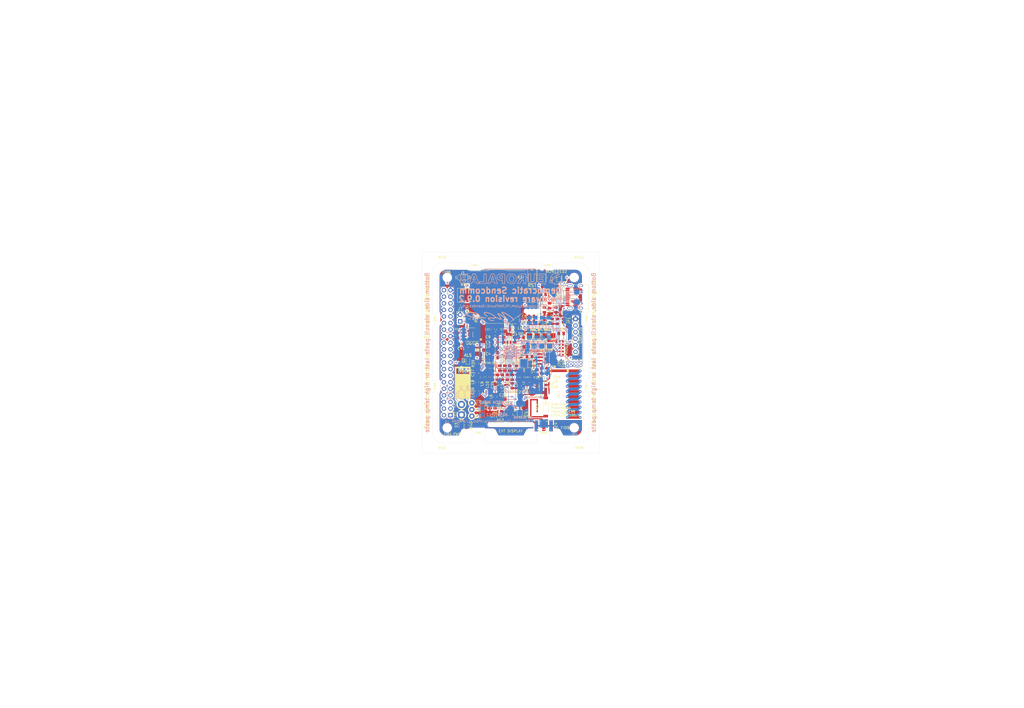
<source format=kicad_pcb>
(kicad_pcb (version 20171130) (host pcbnew 5.1.5+dfsg1-2build2)

  (general
    (thickness 1.6)
    (drawings 189)
    (tracks 1302)
    (zones 0)
    (modules 156)
    (nets 131)
  )

  (page A3)
  (title_block
    (title "Democratic Sendcomm")
    (date 2020-12-26)
    (rev 0.9.2)
    (company "Europalab Devices")
    (comment 1 "Copyright © 2020, Europalab Devices")
    (comment 2 "Fulfilling requirements of 20200210")
    (comment 3 "Pending quality assurance testing")
    (comment 4 "Release revision for manufacturing")
  )

  (layers
    (0 F.Cu signal)
    (1 In1.Cu power)
    (2 In2.Cu power)
    (31 B.Cu signal)
    (34 B.Paste user)
    (35 F.Paste user)
    (36 B.SilkS user)
    (37 F.SilkS user)
    (38 B.Mask user)
    (39 F.Mask user)
    (40 Dwgs.User user)
    (41 Cmts.User user)
    (44 Edge.Cuts user)
    (45 Margin user)
    (46 B.CrtYd user)
    (47 F.CrtYd user)
    (48 B.Fab user)
    (49 F.Fab user)
  )

  (setup
    (last_trace_width 0.4)
    (user_trace_width 0.1016)
    (user_trace_width 0.127)
    (user_trace_width 0.2)
    (user_trace_width 0.4)
    (user_trace_width 1.016)
    (trace_clearance 0.09)
    (zone_clearance 0.508)
    (zone_45_only no)
    (trace_min 0.09)
    (via_size 0.356)
    (via_drill 0.2)
    (via_min_size 0.356)
    (via_min_drill 0.2)
    (user_via 0.45 0.2)
    (user_via 0.6 0.3)
    (uvia_size 0.45)
    (uvia_drill 0.1)
    (uvias_allowed no)
    (uvia_min_size 0.45)
    (uvia_min_drill 0.1)
    (edge_width 0.1)
    (segment_width 0.1)
    (pcb_text_width 0.25)
    (pcb_text_size 1 1)
    (mod_edge_width 0.15)
    (mod_text_size 1 1)
    (mod_text_width 0.15)
    (pad_size 2 2)
    (pad_drill 0)
    (pad_to_mask_clearance 0)
    (aux_axis_origin 0 0)
    (visible_elements 7FFFFFFF)
    (pcbplotparams
      (layerselection 0x313fc_ffffffff)
      (usegerberextensions true)
      (usegerberattributes false)
      (usegerberadvancedattributes false)
      (creategerberjobfile false)
      (excludeedgelayer true)
      (linewidth 0.150000)
      (plotframeref false)
      (viasonmask false)
      (mode 1)
      (useauxorigin false)
      (hpglpennumber 1)
      (hpglpenspeed 20)
      (hpglpendiameter 15.000000)
      (psnegative false)
      (psa4output false)
      (plotreference true)
      (plotvalue true)
      (plotinvisibletext false)
      (padsonsilk false)
      (subtractmaskfromsilk false)
      (outputformat 1)
      (mirror false)
      (drillshape 0)
      (scaleselection 1)
      (outputdirectory "fabsingle"))
  )

  (net 0 "")
  (net 1 GND)
  (net 2 "Net-(AE1-Pad1)")
  (net 3 /Sheet5F53D5B4/RFSWPWR)
  (net 4 "Net-(C8-Pad1)")
  (net 5 /Sheet5F53D5B4/POWAMP)
  (net 6 "Net-(C13-Pad1)")
  (net 7 /Sheet5F53D5B4/HFOUT)
  (net 8 +3V3)
  (net 9 "Net-(C29-Pad1)")
  (net 10 /Sheet5F53D5B4/HPOUT)
  (net 11 /Sheet5F53D5B4/HFIN)
  (net 12 /Sheet5F53D5B4/BANDSEL)
  (net 13 "Net-(BT1-Pad1)")
  (net 14 /Sheet5F53D5B4/USB_BUS)
  (net 15 "Net-(C33-Pad1)")
  (net 16 "Net-(C34-Pad1)")
  (net 17 /Sheet5F53D5B4/CMDRST)
  (net 18 "Net-(D1-Pad2)")
  (net 19 "Net-(D1-Pad1)")
  (net 20 "Net-(D2-Pad1)")
  (net 21 "Net-(D2-Pad2)")
  (net 22 /Sheet5F53D5B4/USB_P)
  (net 23 /Sheet5F53D5B4/USB_N)
  (net 24 /Sheet60040980/ID_SD)
  (net 25 /Sheet60040980/ID_SC)
  (net 26 /Sheet5F53D5B4/SWDCLK)
  (net 27 "Net-(J3-Pad7)")
  (net 28 "Net-(J3-Pad8)")
  (net 29 "Net-(J4-Pad6)")
  (net 30 /Sheet5F53D5B4/CN_VBAT)
  (net 31 /Sheet5F53D5B4/XCEIV)
  (net 32 "Net-(AE5-Pad2)")
  (net 33 "Net-(C1-Pad1)")
  (net 34 "Net-(C7-Pad1)")
  (net 35 "Net-(C14-Pad1)")
  (net 36 "Net-(C17-Pad1)")
  (net 37 "Net-(C18-Pad2)")
  (net 38 "Net-(C19-Pad2)")
  (net 39 "Net-(C23-Pad2)")
  (net 40 "Net-(C23-Pad1)")
  (net 41 "Net-(C24-Pad1)")
  (net 42 "Net-(C24-Pad2)")
  (net 43 "Net-(C29-Pad2)")
  (net 44 "Net-(C33-Pad2)")
  (net 45 "Net-(C35-Pad2)")
  (net 46 "Net-(C40-Pad1)")
  (net 47 "Net-(J2-PadB5)")
  (net 48 "Net-(J2-PadA8)")
  (net 49 "Net-(J2-PadA5)")
  (net 50 "Net-(J2-PadB8)")
  (net 51 "Net-(J3-Pad2)")
  (net 52 "Net-(J3-Pad3)")
  (net 53 "Net-(J3-Pad4)")
  (net 54 "Net-(J3-Pad5)")
  (net 55 "Net-(J3-Pad10)")
  (net 56 "Net-(J3-Pad11)")
  (net 57 "Net-(J3-Pad12)")
  (net 58 "Net-(J3-Pad13)")
  (net 59 "Net-(J3-Pad15)")
  (net 60 "Net-(J3-Pad16)")
  (net 61 "Net-(J3-Pad18)")
  (net 62 "Net-(J3-Pad19)")
  (net 63 "Net-(J3-Pad21)")
  (net 64 "Net-(J3-Pad22)")
  (net 65 "Net-(J3-Pad23)")
  (net 66 "Net-(J3-Pad24)")
  (net 67 "Net-(J3-Pad26)")
  (net 68 "Net-(J3-Pad29)")
  (net 69 "Net-(J3-Pad31)")
  (net 70 "Net-(J3-Pad32)")
  (net 71 "Net-(J3-Pad33)")
  (net 72 "Net-(J3-Pad35)")
  (net 73 "Net-(J3-Pad36)")
  (net 74 "Net-(J3-Pad38)")
  (net 75 "Net-(J3-Pad40)")
  (net 76 "Net-(J4-Pad7)")
  (net 77 "Net-(J4-Pad8)")
  (net 78 "Net-(J5-Pad2)")
  (net 79 "Net-(J5-Pad3)")
  (net 80 "Net-(J5-Pad6)")
  (net 81 "Net-(J6-Pad1)")
  (net 82 "Net-(L1-Pad2)")
  (net 83 "Net-(R3-Pad1)")
  (net 84 "Net-(R4-Pad1)")
  (net 85 "Net-(R4-Pad2)")
  (net 86 "Net-(U2-Pad5)")
  (net 87 "Net-(U3-PadG1)")
  (net 88 "Net-(U3-PadH1)")
  (net 89 "Net-(U3-PadE3)")
  (net 90 "Net-(U3-PadE4)")
  (net 91 "Net-(U3-PadF4)")
  (net 92 "Net-(U3-PadC7)")
  (net 93 "Net-(U3-PadD7)")
  (net 94 "Net-(U3-PadD8)")
  (net 95 "Net-(U5-Pad3)")
  (net 96 "Net-(U5-Pad4)")
  (net 97 "Net-(U8-Pad7)")
  (net 98 "Net-(U8-Pad3)")
  (net 99 "Net-(U8-Pad2)")
  (net 100 "Net-(U8-Pad1)")
  (net 101 "Net-(U9-Pad1)")
  (net 102 "Net-(U9-Pad2)")
  (net 103 "Net-(U9-Pad3)")
  (net 104 "Net-(U9-Pad7)")
  (net 105 /Sheet5F53D5B4/SWDIO)
  (net 106 "Net-(AE2-Pad1)")
  (net 107 "Net-(AE4-Pad1)")
  (net 108 "Net-(AE5-Pad1)")
  (net 109 "Net-(J6-Pad2)")
  (net 110 "Net-(J6-Pad3)")
  (net 111 "Net-(J6-Pad4)")
  (net 112 "Net-(J7-Pad1)")
  (net 113 "Net-(C95-Pad1)")
  (net 114 /TP_SCL)
  (net 115 /TP_SDA)
  (net 116 "Net-(J20-Pad6)")
  (net 117 "Net-(J20-Pad7)")
  (net 118 "Net-(J20-Pad8)")
  (net 119 "Net-(Q2-Pad2)")
  (net 120 EXT_UART_TX)
  (net 121 EXT_UART_RX)
  (net 122 USB_TST)
  (net 123 "Net-(TP13-Pad1)")
  (net 124 "Net-(C94-Pad2)")
  (net 125 /Sheet5F53D5B4/CRY_XIN-RSVD)
  (net 126 /Sheet5F53D5B4/CRY_XOUT-RSVD)
  (net 127 "Net-(C97-Pad1)")
  (net 128 "Net-(C101-Pad1)")
  (net 129 "Net-(D3-Pad2)")
  (net 130 "Net-(JP4-Pad1)")

  (net_class Default "This is the default net class."
    (clearance 0.09)
    (trace_width 0.09)
    (via_dia 0.356)
    (via_drill 0.2)
    (uvia_dia 0.45)
    (uvia_drill 0.1)
    (add_net +3V3)
    (add_net /Sheet5F53D5B4/BANDSEL)
    (add_net /Sheet5F53D5B4/CMDRST)
    (add_net /Sheet5F53D5B4/CN_VBAT)
    (add_net /Sheet5F53D5B4/CRY_XIN-RSVD)
    (add_net /Sheet5F53D5B4/CRY_XOUT-RSVD)
    (add_net /Sheet5F53D5B4/HFIN)
    (add_net /Sheet5F53D5B4/HFOUT)
    (add_net /Sheet5F53D5B4/HPOUT)
    (add_net /Sheet5F53D5B4/POWAMP)
    (add_net /Sheet5F53D5B4/RFSWPWR)
    (add_net /Sheet5F53D5B4/SWDCLK)
    (add_net /Sheet5F53D5B4/SWDIO)
    (add_net /Sheet5F53D5B4/USB_BUS)
    (add_net /Sheet5F53D5B4/USB_N)
    (add_net /Sheet5F53D5B4/USB_P)
    (add_net /Sheet5F53D5B4/XCEIV)
    (add_net /Sheet60040980/ID_SC)
    (add_net /Sheet60040980/ID_SD)
    (add_net /TP_SCL)
    (add_net /TP_SDA)
    (add_net EXT_UART_RX)
    (add_net EXT_UART_TX)
    (add_net GND)
    (add_net "Net-(AE1-Pad1)")
    (add_net "Net-(AE2-Pad1)")
    (add_net "Net-(AE4-Pad1)")
    (add_net "Net-(AE5-Pad1)")
    (add_net "Net-(AE5-Pad2)")
    (add_net "Net-(BT1-Pad1)")
    (add_net "Net-(C1-Pad1)")
    (add_net "Net-(C101-Pad1)")
    (add_net "Net-(C13-Pad1)")
    (add_net "Net-(C14-Pad1)")
    (add_net "Net-(C17-Pad1)")
    (add_net "Net-(C18-Pad2)")
    (add_net "Net-(C19-Pad2)")
    (add_net "Net-(C23-Pad1)")
    (add_net "Net-(C23-Pad2)")
    (add_net "Net-(C24-Pad1)")
    (add_net "Net-(C24-Pad2)")
    (add_net "Net-(C29-Pad1)")
    (add_net "Net-(C29-Pad2)")
    (add_net "Net-(C33-Pad1)")
    (add_net "Net-(C33-Pad2)")
    (add_net "Net-(C34-Pad1)")
    (add_net "Net-(C35-Pad2)")
    (add_net "Net-(C40-Pad1)")
    (add_net "Net-(C7-Pad1)")
    (add_net "Net-(C8-Pad1)")
    (add_net "Net-(C94-Pad2)")
    (add_net "Net-(C95-Pad1)")
    (add_net "Net-(C97-Pad1)")
    (add_net "Net-(D1-Pad1)")
    (add_net "Net-(D1-Pad2)")
    (add_net "Net-(D2-Pad1)")
    (add_net "Net-(D2-Pad2)")
    (add_net "Net-(D3-Pad2)")
    (add_net "Net-(J2-PadA5)")
    (add_net "Net-(J2-PadA8)")
    (add_net "Net-(J2-PadB5)")
    (add_net "Net-(J2-PadB8)")
    (add_net "Net-(J20-Pad6)")
    (add_net "Net-(J20-Pad7)")
    (add_net "Net-(J20-Pad8)")
    (add_net "Net-(J3-Pad10)")
    (add_net "Net-(J3-Pad11)")
    (add_net "Net-(J3-Pad12)")
    (add_net "Net-(J3-Pad13)")
    (add_net "Net-(J3-Pad15)")
    (add_net "Net-(J3-Pad16)")
    (add_net "Net-(J3-Pad18)")
    (add_net "Net-(J3-Pad19)")
    (add_net "Net-(J3-Pad2)")
    (add_net "Net-(J3-Pad21)")
    (add_net "Net-(J3-Pad22)")
    (add_net "Net-(J3-Pad23)")
    (add_net "Net-(J3-Pad24)")
    (add_net "Net-(J3-Pad26)")
    (add_net "Net-(J3-Pad29)")
    (add_net "Net-(J3-Pad3)")
    (add_net "Net-(J3-Pad31)")
    (add_net "Net-(J3-Pad32)")
    (add_net "Net-(J3-Pad33)")
    (add_net "Net-(J3-Pad35)")
    (add_net "Net-(J3-Pad36)")
    (add_net "Net-(J3-Pad38)")
    (add_net "Net-(J3-Pad4)")
    (add_net "Net-(J3-Pad40)")
    (add_net "Net-(J3-Pad5)")
    (add_net "Net-(J3-Pad7)")
    (add_net "Net-(J3-Pad8)")
    (add_net "Net-(J4-Pad6)")
    (add_net "Net-(J4-Pad7)")
    (add_net "Net-(J4-Pad8)")
    (add_net "Net-(J5-Pad2)")
    (add_net "Net-(J5-Pad3)")
    (add_net "Net-(J5-Pad6)")
    (add_net "Net-(J6-Pad1)")
    (add_net "Net-(J6-Pad2)")
    (add_net "Net-(J6-Pad3)")
    (add_net "Net-(J6-Pad4)")
    (add_net "Net-(J7-Pad1)")
    (add_net "Net-(JP4-Pad1)")
    (add_net "Net-(L1-Pad2)")
    (add_net "Net-(Q2-Pad2)")
    (add_net "Net-(R3-Pad1)")
    (add_net "Net-(R4-Pad1)")
    (add_net "Net-(R4-Pad2)")
    (add_net "Net-(TP13-Pad1)")
    (add_net "Net-(U2-Pad5)")
    (add_net "Net-(U3-PadC7)")
    (add_net "Net-(U3-PadD7)")
    (add_net "Net-(U3-PadD8)")
    (add_net "Net-(U3-PadE3)")
    (add_net "Net-(U3-PadE4)")
    (add_net "Net-(U3-PadF4)")
    (add_net "Net-(U3-PadG1)")
    (add_net "Net-(U3-PadH1)")
    (add_net "Net-(U5-Pad3)")
    (add_net "Net-(U5-Pad4)")
    (add_net "Net-(U8-Pad1)")
    (add_net "Net-(U8-Pad2)")
    (add_net "Net-(U8-Pad3)")
    (add_net "Net-(U8-Pad7)")
    (add_net "Net-(U9-Pad1)")
    (add_net "Net-(U9-Pad2)")
    (add_net "Net-(U9-Pad3)")
    (add_net "Net-(U9-Pad7)")
    (add_net USB_TST)
  )

  (net_class Power ""
    (clearance 0.2)
    (trace_width 0.5)
    (via_dia 1)
    (via_drill 0.7)
    (uvia_dia 0.5)
    (uvia_drill 0.1)
  )

  (module Connector_Coaxial:SMA_Samtec_SMA-J-P-X-ST-EM1_EdgeMount (layer F.Cu) (tedit 5FE90BFC) (tstamp 5F686FA8)
    (at 222.75 176.25)
    (descr "Connector SMA, 0Hz to 20GHz, 50Ohm, Edge Mount (http://suddendocs.samtec.com/prints/sma-j-p-x-st-em1-mkt.pdf)")
    (tags "SMA Straight Samtec Edge Mount")
    (path /5F5C0728/6000659E)
    (attr smd)
    (fp_text reference AE4 (at 4.75 0 90 unlocked) (layer F.SilkS)
      (effects (font (size 1 1) (thickness 0.15)))
    )
    (fp_text value Antenna_Shield (at 0 13) (layer F.Fab)
      (effects (font (size 1 1) (thickness 0.15)))
    )
    (fp_text user "Board Thickness: 1.57mm" (at 0 -5.45) (layer Cmts.User)
      (effects (font (size 1 1) (thickness 0.15)))
    )
    (fp_line (start 0.84 -1.71) (end 1.95 -1.71) (layer F.SilkS) (width 0.12))
    (fp_line (start -1.95 -1.71) (end -0.84 -1.71) (layer F.SilkS) (width 0.12))
    (fp_line (start 0.84 2) (end 1.95 2) (layer F.SilkS) (width 0.12))
    (fp_line (start -1.95 2) (end -0.84 2) (layer F.SilkS) (width 0.12))
    (fp_line (start 3.68 2.6) (end 3.68 12.12) (layer B.CrtYd) (width 0.05))
    (fp_line (start 4 2.6) (end 3.68 2.6) (layer B.CrtYd) (width 0.05))
    (fp_line (start -3.68 12.12) (end -3.68 2.6) (layer B.CrtYd) (width 0.05))
    (fp_line (start -3.68 2.6) (end -4 2.6) (layer B.CrtYd) (width 0.05))
    (fp_line (start 3.68 2.6) (end 3.68 12.12) (layer F.CrtYd) (width 0.05))
    (fp_line (start 3.68 2.6) (end 4 2.6) (layer F.CrtYd) (width 0.05))
    (fp_line (start -3.68 12.12) (end -3.68 2.6) (layer F.CrtYd) (width 0.05))
    (fp_line (start -3.68 2.6) (end -4 2.6) (layer F.CrtYd) (width 0.05))
    (fp_text user "PCB Edge" (at 0 2.6) (layer Dwgs.User)
      (effects (font (size 0.5 0.5) (thickness 0.1)))
    )
    (fp_line (start 4.1 2.1) (end -4.1 2.1) (layer Dwgs.User) (width 0.1))
    (fp_line (start -3.175 -1.71) (end -3.175 11.62) (layer F.Fab) (width 0.1))
    (fp_line (start -2.365 -1.71) (end -3.175 -1.71) (layer F.Fab) (width 0.1))
    (fp_line (start -2.365 2.1) (end -2.365 -1.71) (layer F.Fab) (width 0.1))
    (fp_line (start 2.365 2.1) (end -2.365 2.1) (layer F.Fab) (width 0.1))
    (fp_line (start 2.365 -1.71) (end 2.365 2.1) (layer F.Fab) (width 0.1))
    (fp_line (start 3.175 -1.71) (end 2.365 -1.71) (layer F.Fab) (width 0.1))
    (fp_line (start 3.175 -1.71) (end 3.175 11.62) (layer F.Fab) (width 0.1))
    (fp_line (start 3.165 11.62) (end -3.165 11.62) (layer F.Fab) (width 0.1))
    (fp_line (start -4 -2.6) (end 4 -2.6) (layer B.CrtYd) (width 0.05))
    (fp_line (start -4 2.6) (end -4 -2.6) (layer B.CrtYd) (width 0.05))
    (fp_line (start 3.68 12.12) (end -3.68 12.12) (layer B.CrtYd) (width 0.05))
    (fp_line (start 4 2.6) (end 4 -2.6) (layer B.CrtYd) (width 0.05))
    (fp_line (start -4 -2.6) (end 4 -2.6) (layer F.CrtYd) (width 0.05))
    (fp_line (start -4 2.6) (end -4 -2.6) (layer F.CrtYd) (width 0.05))
    (fp_line (start 3.68 12.12) (end -3.68 12.12) (layer F.CrtYd) (width 0.05))
    (fp_line (start 4 2.6) (end 4 -2.6) (layer F.CrtYd) (width 0.05))
    (fp_text user %R (at 0 4.29 180) (layer F.Fab)
      (effects (font (size 1 1) (thickness 0.15)))
    )
    (fp_line (start 0.64 2.1) (end 0 3.1) (layer F.Fab) (width 0.1))
    (fp_line (start 0 3.1) (end -0.64 2.1) (layer F.Fab) (width 0.1))
    (fp_line (start 0 -2.26) (end 0.25 -2.76) (layer F.SilkS) (width 0.12))
    (fp_line (start 0.25 -2.76) (end -0.25 -2.76) (layer F.SilkS) (width 0.12))
    (fp_line (start -0.25 -2.76) (end 0 -2.26) (layer F.SilkS) (width 0.12))
    (pad 1 smd rect (at 0 0.2) (size 1.27 3.6) (layers F.Cu F.Mask)
      (net 107 "Net-(AE4-Pad1)"))
    (pad 2 smd rect (at 2.825 0) (size 1.35 4.2) (layers F.Cu F.Mask)
      (net 1 GND))
    (pad 2 smd rect (at -2.825 0) (size 1.35 4.2) (layers F.Cu F.Mask)
      (net 1 GND))
    (pad 2 smd rect (at 2.825 0) (size 1.35 4.2) (layers B.Cu B.Mask)
      (net 1 GND))
    (pad 2 smd rect (at -2.825 0) (size 1.35 4.2) (layers B.Cu B.Mask)
      (net 1 GND))
    (model ${KISYS3DMOD}/Connector_Coaxial.3dshapes/SMA_Samtec_SMA-J-P-X-ST-EM1_EdgeMount.wrl
      (at (xyz 0 0 0))
      (scale (xyz 1 1 1))
      (rotate (xyz 0 0 0))
    )
    (model ${KIPRJMOD}/modules/packages3d/RF_Antenna.3dshapes/SMA-J-P-H-ST-EM1.wrl
      (offset (xyz 0 -4 0.5))
      (scale (xyz 0.4 0.4 0.4))
      (rotate (xyz 180 -90 0))
    )
  )

  (module Connector_PinHeader_2.54mm:PinHeader_1x06_P2.54mm_Vertical (layer F.Cu) (tedit 59FED5CC) (tstamp 5FF83409)
    (at 235 135)
    (descr "Through hole straight pin header, 1x06, 2.54mm pitch, single row")
    (tags "Through hole pin header THT 1x06 2.54mm single row")
    (path /60040981/6006812D)
    (fp_text reference J5 (at 2 5 90) (layer F.SilkS)
      (effects (font (size 1 1) (thickness 0.15)) (justify left))
    )
    (fp_text value Conn_01x06_Male (at 4.385 14.97) (layer F.Fab)
      (effects (font (size 1 1) (thickness 0.15)))
    )
    (fp_text user %R (at 2.77 6.35 90) (layer F.Fab)
      (effects (font (size 1 1) (thickness 0.15)))
    )
    (fp_line (start 1.8 -1.8) (end -1.8 -1.8) (layer F.CrtYd) (width 0.05))
    (fp_line (start 1.8 14.5) (end 1.8 -1.8) (layer F.CrtYd) (width 0.05))
    (fp_line (start -1.8 14.5) (end 1.8 14.5) (layer F.CrtYd) (width 0.05))
    (fp_line (start -1.8 -1.8) (end -1.8 14.5) (layer F.CrtYd) (width 0.05))
    (fp_line (start -1.33 -1.33) (end 0 -1.33) (layer F.SilkS) (width 0.12))
    (fp_line (start -1.33 0) (end -1.33 -1.33) (layer F.SilkS) (width 0.12))
    (fp_line (start -1.33 1.27) (end 1.33 1.27) (layer F.SilkS) (width 0.12))
    (fp_line (start 1.33 1.27) (end 1.33 14.03) (layer F.SilkS) (width 0.12))
    (fp_line (start -1.33 1.27) (end -1.33 14.03) (layer F.SilkS) (width 0.12))
    (fp_line (start -1.33 14.03) (end 1.33 14.03) (layer F.SilkS) (width 0.12))
    (fp_line (start -1.27 -0.635) (end -0.635 -1.27) (layer F.Fab) (width 0.1))
    (fp_line (start -1.27 13.97) (end -1.27 -0.635) (layer F.Fab) (width 0.1))
    (fp_line (start 1.27 13.97) (end -1.27 13.97) (layer F.Fab) (width 0.1))
    (fp_line (start 1.27 -1.27) (end 1.27 13.97) (layer F.Fab) (width 0.1))
    (fp_line (start -0.635 -1.27) (end 1.27 -1.27) (layer F.Fab) (width 0.1))
    (pad 6 thru_hole oval (at 0 12.7) (size 1.7 1.7) (drill 1) (layers *.Cu *.Mask)
      (net 80 "Net-(J5-Pad6)"))
    (pad 5 thru_hole oval (at 0 10.16) (size 1.7 1.7) (drill 1) (layers *.Cu *.Mask)
      (net 120 EXT_UART_TX))
    (pad 4 thru_hole oval (at 0 7.62) (size 1.7 1.7) (drill 1) (layers *.Cu *.Mask)
      (net 121 EXT_UART_RX))
    (pad 3 thru_hole oval (at 0 5.08) (size 1.7 1.7) (drill 1) (layers *.Cu *.Mask)
      (net 79 "Net-(J5-Pad3)"))
    (pad 2 thru_hole oval (at 0 2.54) (size 1.7 1.7) (drill 1) (layers *.Cu *.Mask)
      (net 78 "Net-(J5-Pad2)"))
    (pad 1 thru_hole rect (at 0 0) (size 1.7 1.7) (drill 1) (layers *.Cu *.Mask)
      (net 1 GND))
    (model ${KISYS3DMOD}/Connector_PinHeader_2.54mm.3dshapes/PinHeader_1x06_P2.54mm_Vertical.wrl
      (at (xyz 0 0 0))
      (scale (xyz 1 1 1))
      (rotate (xyz 0 0 0))
    )
  )

  (module RF_Antenna:Texas_SWRA416_868MHz_915MHz (layer F.Cu) (tedit 5CF40AFD) (tstamp 5F686F31)
    (at 231 164 270)
    (descr http://www.ti.com/lit/an/swra416/swra416.pdf)
    (tags "PCB antenna")
    (path /5F5C0728/60008187)
    (attr smd)
    (fp_text reference AE1 (at 0 2.5 90) (layer F.SilkS)
      (effects (font (size 1 1) (thickness 0.15)))
    )
    (fp_text value Antenna (at 0.1 -7.6 90) (layer F.Fab)
      (effects (font (size 1 1) (thickness 0.15)))
    )
    (fp_line (start 9.7 2.1) (end 6.2 5.7) (layer Dwgs.User) (width 0.12))
    (fp_line (start 9.7 0.1) (end 4.3 5.7) (layer Dwgs.User) (width 0.12))
    (fp_line (start 9.7 -1.9) (end 2.3 5.7) (layer Dwgs.User) (width 0.12))
    (fp_line (start 9.7 -3.9) (end 0.2 5.7) (layer Dwgs.User) (width 0.12))
    (fp_line (start 9.7 -5.9) (end -1.8 5.7) (layer Dwgs.User) (width 0.12))
    (fp_line (start 8.3 -6.5) (end -3.8 5.7) (layer Dwgs.User) (width 0.12))
    (fp_line (start 6.3 -6.5) (end -5.8 5.7) (layer Dwgs.User) (width 0.12))
    (fp_line (start 4.3 -6.5) (end -7.8 5.7) (layer Dwgs.User) (width 0.12))
    (fp_line (start -9.7 5.5) (end 2.3 -6.5) (layer Dwgs.User) (width 0.12))
    (fp_line (start -9.7 3.5) (end 0.3 -6.5) (layer Dwgs.User) (width 0.12))
    (fp_line (start -9.7 1.5) (end -1.7 -6.5) (layer Dwgs.User) (width 0.12))
    (fp_line (start -9.7 -0.5) (end -3.7 -6.5) (layer Dwgs.User) (width 0.12))
    (fp_line (start -9.7 -2.5) (end -5.7 -6.5) (layer Dwgs.User) (width 0.12))
    (fp_line (start -9.7 -4.5) (end -7.7 -6.5) (layer Dwgs.User) (width 0.12))
    (fp_line (start 9.7 -6.5) (end -9.7 -6.5) (layer Dwgs.User) (width 0.15))
    (fp_line (start 9.7 5.7) (end 9.7 -6.5) (layer Dwgs.User) (width 0.15))
    (fp_line (start -9.7 5.7) (end 9.7 5.7) (layer Dwgs.User) (width 0.15))
    (fp_line (start -9.7 -6.5) (end -9.7 5.7) (layer Dwgs.User) (width 0.15))
    (fp_line (start 7 -5.8) (end 8 -4.8) (layer B.Cu) (width 1))
    (fp_line (start 8 -1.8) (end 9 -0.8) (layer B.Cu) (width 1))
    (fp_line (start 8 -4.8) (end 8 -1.8) (layer B.Cu) (width 1))
    (fp_line (start 9 -5.8) (end 9 -0.8) (layer F.Cu) (width 1))
    (fp_line (start 5 -5.8) (end 6 -4.8) (layer B.Cu) (width 1))
    (fp_line (start 6 -1.8) (end 7 -0.8) (layer B.Cu) (width 1))
    (fp_line (start 6 -4.8) (end 6 -1.8) (layer B.Cu) (width 1))
    (fp_line (start 7 -5.8) (end 7 -0.8) (layer F.Cu) (width 1))
    (fp_line (start 3 -5.8) (end 4 -4.8) (layer B.Cu) (width 1))
    (fp_line (start 4 -1.8) (end 5 -0.8) (layer B.Cu) (width 1))
    (fp_line (start 4 -4.8) (end 4 -1.8) (layer B.Cu) (width 1))
    (fp_line (start 5 -5.8) (end 5 -0.8) (layer F.Cu) (width 1))
    (fp_line (start 1 -5.8) (end 2 -4.8) (layer B.Cu) (width 1))
    (fp_line (start 2 -1.8) (end 3 -0.8) (layer B.Cu) (width 1))
    (fp_line (start 2 -4.8) (end 2 -1.8) (layer B.Cu) (width 1))
    (fp_line (start 3 -5.8) (end 3 -0.8) (layer F.Cu) (width 1))
    (fp_line (start -1 -5.8) (end 0 -4.8) (layer B.Cu) (width 1))
    (fp_line (start 0 -1.8) (end 1 -0.8) (layer B.Cu) (width 1))
    (fp_line (start 0 -4.8) (end 0 -1.8) (layer B.Cu) (width 1))
    (fp_line (start 1 -5.8) (end 1 -0.8) (layer F.Cu) (width 1))
    (fp_line (start -3 -5.8) (end -2 -4.8) (layer B.Cu) (width 1))
    (fp_line (start -2 -1.8) (end -1 -0.8) (layer B.Cu) (width 1))
    (fp_line (start -2 -4.8) (end -2 -1.8) (layer B.Cu) (width 1))
    (fp_line (start -1 -5.8) (end -1 -0.8) (layer F.Cu) (width 1))
    (fp_line (start -4 -4.8) (end -4 -1.8) (layer B.Cu) (width 1))
    (fp_line (start -5 -5.8) (end -4 -4.8) (layer B.Cu) (width 1))
    (fp_line (start -4 -1.8) (end -3 -0.8) (layer B.Cu) (width 1))
    (fp_line (start -3 -5.8) (end -3 -0.8) (layer F.Cu) (width 1))
    (fp_line (start -6 -4.8) (end -6 -1.8) (layer B.Cu) (width 1))
    (fp_line (start -7 -5.8) (end -6 -4.8) (layer B.Cu) (width 1))
    (fp_line (start -6 -1.8) (end -5 -0.8) (layer B.Cu) (width 1))
    (fp_line (start -5 -5.8) (end -5 -0.8) (layer F.Cu) (width 1))
    (fp_line (start -7 -5.8) (end -7 -0.8) (layer F.Cu) (width 1))
    (fp_line (start -9 5.2) (end -9 -5.8) (layer F.Cu) (width 1))
    (fp_line (start -9 -5.8) (end -8 -4.8) (layer B.Cu) (width 1))
    (fp_line (start -8 -4.8) (end -8 -1.8) (layer B.Cu) (width 1))
    (fp_line (start -8 -1.8) (end -7 -0.8) (layer B.Cu) (width 1))
    (fp_line (start 9.7 4.1) (end 8.2 5.7) (layer Dwgs.User) (width 0.12))
    (fp_line (start -9.9 -6.7) (end -9.9 5.9) (layer F.CrtYd) (width 0.05))
    (fp_line (start -9.9 5.9) (end 9.9 5.9) (layer F.CrtYd) (width 0.05))
    (fp_line (start 9.9 5.9) (end 9.9 -6.7) (layer F.CrtYd) (width 0.05))
    (fp_line (start 9.9 -6.7) (end -9.9 -6.7) (layer F.CrtYd) (width 0.05))
    (fp_line (start 9.9 -6.7) (end -9.9 -6.7) (layer B.CrtYd) (width 0.05))
    (fp_line (start 9.9 5.9) (end 9.9 -6.7) (layer B.CrtYd) (width 0.05))
    (fp_line (start -9.9 -6.7) (end -9.9 5.9) (layer B.CrtYd) (width 0.05))
    (fp_line (start -9.9 5.9) (end 9.9 5.9) (layer B.CrtYd) (width 0.05))
    (fp_text user "KEEP-OUT ZONE" (at 1 -2.8 90) (layer Cmts.User)
      (effects (font (size 1 1) (thickness 0.15)))
    )
    (fp_text user "No metal, traces or " (at 1 0.2 90) (layer Cmts.User)
      (effects (font (size 1 1) (thickness 0.15)))
    )
    (fp_text user "any components on" (at 1 2.2 90) (layer Cmts.User)
      (effects (font (size 1 1) (thickness 0.15)))
    )
    (fp_text user " any PCB layer." (at 1 4.2 90) (layer Cmts.User)
      (effects (font (size 1 1) (thickness 0.15)))
    )
    (fp_text user %R (at -0.4 6.6 90) (layer F.Fab)
      (effects (font (size 1 1) (thickness 0.15)))
    )
    (pad "" thru_hole circle (at 9 -0.8 90) (size 1 1) (drill 0.4) (layers *.Cu))
    (pad "" thru_hole circle (at 9 -5.8 90) (size 1 1) (drill 0.4) (layers *.Cu))
    (pad "" thru_hole circle (at 7 -5.8 90) (size 1 1) (drill 0.4) (layers *.Cu))
    (pad "" thru_hole circle (at 7 -0.8 90) (size 1 1) (drill 0.4) (layers *.Cu))
    (pad "" thru_hole circle (at 5 -0.8 90) (size 1 1) (drill 0.4) (layers *.Cu))
    (pad "" thru_hole circle (at 5 -5.8 90) (size 1 1) (drill 0.4) (layers *.Cu))
    (pad "" thru_hole circle (at 3 -0.8 90) (size 1 1) (drill 0.4) (layers *.Cu))
    (pad "" thru_hole circle (at 3 -5.8 90) (size 1 1) (drill 0.4) (layers *.Cu))
    (pad "" thru_hole circle (at 1 -5.8 90) (size 1 1) (drill 0.4) (layers *.Cu))
    (pad "" thru_hole circle (at 1 -0.8 90) (size 1 1) (drill 0.4) (layers *.Cu))
    (pad "" thru_hole circle (at -1 -0.8 90) (size 1 1) (drill 0.4) (layers *.Cu))
    (pad "" thru_hole circle (at -1 -5.8 90) (size 1 1) (drill 0.4) (layers *.Cu))
    (pad "" thru_hole circle (at -3 -5.8 90) (size 1 1) (drill 0.4) (layers *.Cu))
    (pad "" thru_hole circle (at -3 -0.8 90) (size 1 1) (drill 0.4) (layers *.Cu))
    (pad "" thru_hole circle (at -5 -0.8 90) (size 1 1) (drill 0.4) (layers *.Cu))
    (pad "" thru_hole circle (at -5 -5.8 90) (size 1 1) (drill 0.4) (layers *.Cu))
    (pad "" thru_hole circle (at -7 -5.8 90) (size 1 1) (drill 0.4) (layers *.Cu))
    (pad "" thru_hole circle (at -7 -0.8 90) (size 1 1) (drill 0.4) (layers *.Cu))
    (pad "" thru_hole circle (at -9 -5.8 90) (size 1 1) (drill 0.4) (layers *.Cu))
    (pad 1 smd trapezoid (at -9 5.9 90) (size 0.4 0.8) (rect_delta 0 0.3 ) (layers F.Cu)
      (net 2 "Net-(AE1-Pad1)"))
  )

  (module Elabdev:Panel_Mousetab_25mm_Single (layer F.Cu) (tedit 5CD9E502) (tstamp 5FEC726C)
    (at 222.5 179 90)
    (path /5CD9EB0D)
    (fp_text reference TAB8 (at 0 0) (layer F.SilkS)
      (effects (font (size 0.8 0.8) (thickness 0.13)))
    )
    (fp_text value Pantab (at -3.25 0 180) (layer F.Fab)
      (effects (font (size 1 1) (thickness 0.15)))
    )
    (fp_line (start 1.25 -2.2) (end 1.25 2.2) (layer F.Fab) (width 0.15))
    (fp_line (start -1.25 -2.2) (end -1.25 2.2) (layer F.Fab) (width 0.15))
    (fp_line (start 2.1 -2.6) (end 2.1 2.6) (layer F.CrtYd) (width 0.15))
    (fp_line (start 2.1 2.6) (end -2.1 2.6) (layer F.CrtYd) (width 0.15))
    (fp_line (start -2.1 2.6) (end -2.1 -2.6) (layer F.CrtYd) (width 0.15))
    (fp_line (start -2.1 -2.6) (end 2.1 -2.6) (layer F.CrtYd) (width 0.15))
    (pad "" np_thru_hole circle (at 1.35 2 90) (size 0.5 0.5) (drill 0.5) (layers *.Cu))
    (pad "" np_thru_hole circle (at 1.35 1.2 90) (size 0.5 0.5) (drill 0.5) (layers *.Cu))
    (pad "" np_thru_hole circle (at 1.35 0.4 90) (size 0.5 0.5) (drill 0.5) (layers *.Cu))
    (pad "" np_thru_hole circle (at 1.35 -0.4 90) (size 0.5 0.5) (drill 0.5) (layers *.Cu))
    (pad "" np_thru_hole circle (at 1.35 -1.2 90) (size 0.5 0.5) (drill 0.5) (layers *.Cu))
    (pad "" np_thru_hole circle (at 1.35 -2 90) (size 0.5 0.5) (drill 0.5) (layers *.Cu))
  )

  (module Capacitor_SMD:C_0805_2012Metric (layer F.Cu) (tedit 5B36C52B) (tstamp 5FEB8111)
    (at 211.5 143.0625 270)
    (descr "Capacitor SMD 0805 (2012 Metric), square (rectangular) end terminal, IPC_7351 nominal, (Body size source: https://docs.google.com/spreadsheets/d/1BsfQQcO9C6DZCsRaXUlFlo91Tg2WpOkGARC1WS5S8t0/edit?usp=sharing), generated with kicad-footprint-generator")
    (tags capacitor)
    (path /5F53D5B5/5F609CF5)
    (attr smd)
    (fp_text reference C19 (at -2.0625 0 180) (layer F.SilkS)
      (effects (font (size 0.7 0.7) (thickness 0.1)))
    )
    (fp_text value 15pF (at 0 1.65 90) (layer F.Fab)
      (effects (font (size 1 1) (thickness 0.15)))
    )
    (fp_line (start -1 0.6) (end -1 -0.6) (layer F.Fab) (width 0.1))
    (fp_line (start -1 -0.6) (end 1 -0.6) (layer F.Fab) (width 0.1))
    (fp_line (start 1 -0.6) (end 1 0.6) (layer F.Fab) (width 0.1))
    (fp_line (start 1 0.6) (end -1 0.6) (layer F.Fab) (width 0.1))
    (fp_line (start -0.258578 -0.71) (end 0.258578 -0.71) (layer F.SilkS) (width 0.12))
    (fp_line (start -0.258578 0.71) (end 0.258578 0.71) (layer F.SilkS) (width 0.12))
    (fp_line (start -1.68 0.95) (end -1.68 -0.95) (layer F.CrtYd) (width 0.05))
    (fp_line (start -1.68 -0.95) (end 1.68 -0.95) (layer F.CrtYd) (width 0.05))
    (fp_line (start 1.68 -0.95) (end 1.68 0.95) (layer F.CrtYd) (width 0.05))
    (fp_line (start 1.68 0.95) (end -1.68 0.95) (layer F.CrtYd) (width 0.05))
    (fp_text user %R (at 0 0 90) (layer F.Fab)
      (effects (font (size 0.5 0.5) (thickness 0.08)))
    )
    (pad 1 smd roundrect (at -0.9375 0 270) (size 0.975 1.4) (layers F.Cu F.Paste F.Mask) (roundrect_rratio 0.25)
      (net 1 GND))
    (pad 2 smd roundrect (at 0.9375 0 270) (size 0.975 1.4) (layers F.Cu F.Paste F.Mask) (roundrect_rratio 0.25)
      (net 38 "Net-(C19-Pad2)"))
    (model ${KISYS3DMOD}/Capacitor_SMD.3dshapes/C_0805_2012Metric.wrl
      (at (xyz 0 0 0))
      (scale (xyz 1 1 1))
      (rotate (xyz 0 0 0))
    )
  )

  (module Elabdev:Meinkuerz_sign_480dpi (layer B.Cu) (tedit 0) (tstamp 5FBE809B)
    (at 202 134 180)
    (fp_text reference G1 (at 0 0) (layer B.SilkS) hide
      (effects (font (size 1.524 1.524) (thickness 0.3)) (justify mirror))
    )
    (fp_text value Meinkuerzel_signature (at 0.75 0) (layer B.SilkS) hide
      (effects (font (size 1.524 1.524) (thickness 0.3)) (justify mirror))
    )
    (fp_poly (pts (xy 7.849084 1.675651) (xy 8.303148 1.632827) (xy 8.685942 1.550363) (xy 8.876057 1.481326)
      (xy 9.07938 1.34976) (xy 9.204465 1.178624) (xy 9.241225 0.986809) (xy 9.210768 0.854557)
      (xy 9.078684 0.643748) (xy 8.864557 0.429964) (xy 8.589687 0.233059) (xy 8.471807 0.165759)
      (xy 8.232808 0.053863) (xy 7.923436 -0.068816) (xy 7.576824 -0.190996) (xy 7.226108 -0.301392)
      (xy 6.904421 -0.388723) (xy 6.731621 -0.426811) (xy 6.398868 -0.490816) (xy 6.556265 -0.586535)
      (xy 6.736632 -0.743549) (xy 6.819572 -0.938245) (xy 6.82625 -1.022915) (xy 6.780462 -1.15416)
      (xy 6.660466 -1.295963) (xy 6.49231 -1.424979) (xy 6.30204 -1.517866) (xy 6.258842 -1.531402)
      (xy 6.0446 -1.569955) (xy 5.805186 -1.581627) (xy 5.582286 -1.566858) (xy 5.417587 -1.526091)
      (xy 5.409578 -1.522402) (xy 5.285381 -1.409276) (xy 5.232727 -1.237525) (xy 5.243042 -1.133742)
      (xy 5.545646 -1.133742) (xy 5.569322 -1.243922) (xy 5.599007 -1.270742) (xy 5.725804 -1.30367)
      (xy 5.911501 -1.301091) (xy 6.117136 -1.267785) (xy 6.303743 -1.20853) (xy 6.368163 -1.176419)
      (xy 6.483421 -1.090411) (xy 6.547775 -1.006994) (xy 6.550669 -0.996984) (xy 6.519163 -0.903747)
      (xy 6.404517 -0.814537) (xy 6.229026 -0.742568) (xy 6.060328 -0.706358) (xy 5.903418 -0.693399)
      (xy 5.806355 -0.717484) (xy 5.726223 -0.79035) (xy 5.718194 -0.79992) (xy 5.596762 -0.979847)
      (xy 5.545646 -1.133742) (xy 5.243042 -1.133742) (xy 5.253531 -1.028227) (xy 5.344918 -0.810631)
      (xy 5.442538 -0.642303) (xy 5.295353 -0.646487) (xy 5.12125 -0.625399) (xy 5.035885 -0.550663)
      (xy 5.027083 -0.501447) (xy 5.075804 -0.410776) (xy 5.222941 -0.351671) (xy 5.469958 -0.32355)
      (xy 5.476875 -0.323261) (xy 5.599677 -0.314345) (xy 5.697993 -0.289875) (xy 5.794712 -0.235966)
      (xy 5.912725 -0.138734) (xy 6.074923 0.015705) (xy 6.138333 0.077935) (xy 6.357426 0.284825)
      (xy 6.520758 0.415811) (xy 6.63982 0.476704) (xy 6.726105 0.473318) (xy 6.791106 0.411464)
      (xy 6.792772 0.408883) (xy 6.813029 0.349999) (xy 6.787897 0.281807) (xy 6.704882 0.184844)
      (xy 6.561666 0.048946) (xy 6.270625 -0.217166) (xy 6.532899 -0.183078) (xy 6.900304 -0.115245)
      (xy 7.289474 -0.008645) (xy 7.678243 0.127507) (xy 8.044445 0.283994) (xy 8.365914 0.451601)
      (xy 8.620483 0.621112) (xy 8.749193 0.738377) (xy 8.856936 0.865956) (xy 8.92727 0.965202)
      (xy 8.942916 1.001728) (xy 8.895983 1.084773) (xy 8.773369 1.176095) (xy 8.602358 1.259484)
      (xy 8.410231 1.318727) (xy 8.408998 1.318992) (xy 8.149682 1.354937) (xy 7.8128 1.371973)
      (xy 7.424917 1.370093) (xy 7.012599 1.349291) (xy 6.686734 1.319437) (xy 6.066773 1.222977)
      (xy 5.517194 1.081213) (xy 5.043989 0.897075) (xy 4.653152 0.673494) (xy 4.350673 0.413401)
      (xy 4.142546 0.119727) (xy 4.114637 0.061443) (xy 4.047094 -0.15251) (xy 4.06025 -0.336634)
      (xy 4.160207 -0.518581) (xy 4.270456 -0.644496) (xy 4.390411 -0.79173) (xy 4.431252 -0.900383)
      (xy 4.427296 -0.922309) (xy 4.357272 -0.99719) (xy 4.242023 -0.977517) (xy 4.082983 -0.863726)
      (xy 4.010682 -0.795217) (xy 3.879838 -0.680755) (xy 3.765594 -0.608691) (xy 3.712637 -0.594925)
      (xy 3.6215 -0.594723) (xy 3.455888 -0.585507) (xy 3.246599 -0.569127) (xy 3.175 -0.562633)
      (xy 2.951086 -0.544014) (xy 2.793821 -0.54282) (xy 2.664643 -0.565021) (xy 2.524987 -0.61659)
      (xy 2.371034 -0.687127) (xy 2.100169 -0.795663) (xy 1.89262 -0.837972) (xy 1.841867 -0.837015)
      (xy 1.72083 -0.812158) (xy 1.663036 -0.745697) (xy 1.637803 -0.635) (xy 1.623821 -0.491701)
      (xy 1.628566 -0.389706) (xy 1.630235 -0.383646) (xy 1.692219 -0.322789) (xy 1.789679 -0.330876)
      (xy 1.885465 -0.399867) (xy 1.916539 -0.445597) (xy 1.984375 -0.573694) (xy 2.371569 -0.384068)
      (xy 2.758764 -0.194442) (xy 3.165319 -0.256321) (xy 3.413597 -0.293214) (xy 3.576071 -0.310583)
      (xy 3.67165 -0.304292) (xy 3.719238 -0.270208) (xy 3.737742 -0.204195) (xy 3.744012 -0.129767)
      (xy 3.817818 0.177969) (xy 3.989413 0.470621) (xy 4.251219 0.74303) (xy 4.595656 0.99004)
      (xy 5.015149 1.206492) (xy 5.502117 1.387229) (xy 6.048984 1.527094) (xy 6.228561 1.561184)
      (xy 6.794861 1.64034) (xy 7.340678 1.678326) (xy 7.849084 1.675651)) (layer B.SilkS) (width 0.01))
    (fp_poly (pts (xy -4.580024 1.756567) (xy -4.544854 1.74305) (xy -4.466016 1.67622) (xy -4.437143 1.580417)
      (xy -4.461964 1.447967) (xy -4.544204 1.271201) (xy -4.68759 1.042447) (xy -4.895848 0.754033)
      (xy -5.172705 0.39829) (xy -5.237349 0.3175) (xy -5.411926 0.098408) (xy -5.577817 -0.112809)
      (xy -5.714811 -0.290245) (xy -5.794689 -0.396875) (xy -5.948296 -0.608542) (xy -5.791961 -0.468507)
      (xy -5.700695 -0.392772) (xy -5.541009 -0.266466) (xy -5.329307 -0.10231) (xy -5.081994 0.086977)
      (xy -4.815472 0.288675) (xy -4.815417 0.288716) (xy -4.345432 0.631252) (xy -3.946225 0.897872)
      (xy -3.615767 1.089474) (xy -3.352032 1.206955) (xy -3.152989 1.251211) (xy -3.016612 1.223138)
      (xy -2.940872 1.123633) (xy -2.939055 1.118116) (xy -2.92791 1.023519) (xy -2.955738 0.908417)
      (xy -3.029742 0.759005) (xy -3.157121 0.561475) (xy -3.345079 0.302021) (xy -3.409058 0.217037)
      (xy -3.654587 -0.113597) (xy -3.860834 -0.404313) (xy -4.022275 -0.646491) (xy -4.133388 -0.831509)
      (xy -4.188652 -0.950744) (xy -4.185335 -0.994958) (xy -4.120655 -0.981486) (xy -3.976478 -0.932768)
      (xy -3.770527 -0.855371) (xy -3.520529 -0.755864) (xy -3.349225 -0.685128) (xy -3.06462 -0.570045)
      (xy -2.797019 -0.469163) (xy -2.569108 -0.390505) (xy -2.403576 -0.342097) (xy -2.349431 -0.331513)
      (xy -2.183877 -0.291941) (xy -2.07811 -0.206425) (xy -2.041672 -0.151915) (xy -1.850086 0.096101)
      (xy -1.567603 0.354844) (xy -1.207453 0.616123) (xy -0.78287 0.87175) (xy -0.307084 1.113536)
      (xy 0.206672 1.333293) (xy 0.574448 1.467145) (xy 0.853452 1.556991) (xy 1.074831 1.61415)
      (xy 1.278935 1.645957) (xy 1.506112 1.659747) (xy 1.647661 1.662241) (xy 1.89537 1.661355)
      (xy 2.061526 1.650821) (xy 2.170245 1.626908) (xy 2.245641 1.585888) (xy 2.269431 1.566069)
      (xy 2.364656 1.413892) (xy 2.378536 1.21834) (xy 2.31231 1.002224) (xy 2.231511 0.867835)
      (xy 2.055394 0.653788) (xy 1.846452 0.444397) (xy 1.622129 0.252501) (xy 1.399873 0.090942)
      (xy 1.19713 -0.02744) (xy 1.031346 -0.089804) (xy 0.931657 -0.088852) (xy 0.853749 -0.025156)
      (xy 0.874571 0.06423) (xy 0.991583 0.174246) (xy 1.09802 0.242886) (xy 1.314624 0.387246)
      (xy 1.527802 0.560014) (xy 1.72429 0.746283) (xy 1.890825 0.931146) (xy 2.014146 1.099697)
      (xy 2.080988 1.237027) (xy 2.078088 1.32823) (xy 2.071165 1.336667) (xy 1.954541 1.387475)
      (xy 1.756832 1.400928) (xy 1.494763 1.380087) (xy 1.185063 1.328013) (xy 0.844457 1.247766)
      (xy 0.489674 1.142406) (xy 0.137439 1.014995) (xy -0.00172 0.957368) (xy -0.385109 0.777304)
      (xy -0.74297 0.581237) (xy -1.065571 0.377182) (xy -1.343179 0.173152) (xy -1.566062 -0.022838)
      (xy -1.724487 -0.202776) (xy -1.808722 -0.358647) (xy -1.809035 -0.482438) (xy -1.789329 -0.514562)
      (xy -1.69188 -0.558953) (xy -1.49842 -0.578536) (xy -1.2158 -0.573404) (xy -0.850872 -0.543648)
      (xy -0.464887 -0.496867) (xy -0.056607 -0.452123) (xy 0.260382 -0.442712) (xy 0.494773 -0.469264)
      (xy 0.655256 -0.532408) (xy 0.714552 -0.58228) (xy 0.776217 -0.725165) (xy 0.746162 -0.908878)
      (xy 0.632079 -1.115352) (xy 0.45893 -1.290216) (xy 0.2117 -1.450188) (xy -0.085638 -1.588107)
      (xy -0.409112 -1.696809) (xy -0.734748 -1.769134) (xy -1.038572 -1.797919) (xy -1.296612 -1.776003)
      (xy -1.42875 -1.731015) (xy -1.546706 -1.617759) (xy -1.577815 -1.519827) (xy -1.560687 -1.389395)
      (xy -1.486335 -1.336349) (xy -1.378138 -1.369493) (xy -1.317893 -1.421952) (xy -1.19986 -1.505637)
      (xy -1.092449 -1.534584) (xy -0.859949 -1.513387) (xy -0.579373 -1.457345) (xy -0.297878 -1.377776)
      (xy -0.068589 -1.288836) (xy 0.116249 -1.181832) (xy 0.284174 -1.050661) (xy 0.411262 -0.917533)
      (xy 0.473586 -0.804658) (xy 0.47625 -0.783054) (xy 0.425256 -0.757675) (xy 0.277287 -0.748743)
      (xy 0.039858 -0.755912) (xy -0.279513 -0.778835) (xy -0.673311 -0.817167) (xy -0.956033 -0.849048)
      (xy -1.308534 -0.882196) (xy -1.57585 -0.8857) (xy -1.774982 -0.85746) (xy -1.922933 -0.795374)
      (xy -2.017888 -0.717835) (xy -2.096716 -0.653738) (xy -2.190635 -0.62131) (xy -2.313833 -0.623423)
      (xy -2.480498 -0.662945) (xy -2.704818 -0.742748) (xy -3.00098 -0.865702) (xy -3.216817 -0.960383)
      (xy -3.585839 -1.11854) (xy -3.874386 -1.227749) (xy -4.094462 -1.290524) (xy -4.258069 -1.309381)
      (xy -4.377212 -1.286836) (xy -4.463891 -1.225404) (xy -4.466704 -1.222337) (xy -4.518051 -1.14061)
      (xy -4.530831 -1.040781) (xy -4.500098 -0.912213) (xy -4.420902 -0.744269) (xy -4.288295 -0.526313)
      (xy -4.097327 -0.247708) (xy -3.863138 0.07498) (xy -3.679345 0.325213) (xy -3.519393 0.545064)
      (xy -3.393108 0.720859) (xy -3.310313 0.838921) (xy -3.280834 0.885525) (xy -3.323557 0.888476)
      (xy -3.399896 0.869711) (xy -3.542096 0.805036) (xy -3.750284 0.678102) (xy -4.027571 0.486762)
      (xy -4.377062 0.228867) (xy -4.801868 -0.097732) (xy -4.81991 -0.111817) (xy -5.187034 -0.396401)
      (xy -5.482932 -0.620081) (xy -5.717862 -0.789492) (xy -5.902078 -0.911266) (xy -6.045837 -0.99204)
      (xy -6.159396 -1.038447) (xy -6.25301 -1.057121) (xy -6.283148 -1.058333) (xy -6.40378 -1.045849)
      (xy -6.450441 -0.994435) (xy -6.455563 -0.939271) (xy -6.445942 -0.865735) (xy -6.412644 -0.776476)
      (xy -6.348546 -0.66103) (xy -6.24652 -0.508935) (xy -6.099443 -0.309727) (xy -5.90019 -0.052942)
      (xy -5.641635 0.271882) (xy -5.570553 0.360397) (xy -5.363566 0.620769) (xy -5.174974 0.863504)
      (xy -5.016826 1.072659) (xy -4.901172 1.23229) (xy -4.84006 1.326453) (xy -4.839117 1.328251)
      (xy -4.786636 1.436383) (xy -4.790145 1.473528) (xy -4.856494 1.462433) (xy -4.877731 1.456477)
      (xy -4.973599 1.420322) (xy -5.140081 1.348706) (xy -5.352621 1.252468) (xy -5.55625 1.156974)
      (xy -6.094525 0.881508) (xy -6.644499 0.565345) (xy -7.182748 0.223911) (xy -7.685848 -0.12737)
      (xy -8.130378 -0.473072) (xy -8.424687 -0.732038) (xy -8.650145 -0.95487) (xy -8.800069 -1.131002)
      (xy -8.884377 -1.276175) (xy -8.912984 -1.406131) (xy -8.905425 -1.495188) (xy -8.906488 -1.61853)
      (xy -8.964006 -1.672137) (xy -9.075823 -1.672519) (xy -9.156792 -1.593028) (xy -9.200558 -1.456755)
      (xy -9.200763 -1.286789) (xy -9.151052 -1.106218) (xy -9.131299 -1.06447) (xy -9.024915 -0.913844)
      (xy -8.843627 -0.718433) (xy -8.601654 -0.490528) (xy -8.313213 -0.242422) (xy -7.992524 0.013592)
      (xy -7.653804 0.265222) (xy -7.3545 0.471681) (xy -6.896098 0.764541) (xy -6.449337 1.028776)
      (xy -6.024338 1.259805) (xy -5.631223 1.453048) (xy -5.280112 1.603926) (xy -4.981128 1.707858)
      (xy -4.744392 1.760265) (xy -4.580024 1.756567)) (layer B.SilkS) (width 0.01))
  )

  (module Elabdev:Panel_Mousetab_25mm_Single (layer F.Cu) (tedit 5CD9E59A) (tstamp 5FBE7343)
    (at 224 114.25 270)
    (path /5CD5C3A7)
    (fp_text reference TAB5 (at 0 0 180) (layer F.SilkS)
      (effects (font (size 0.8 0.8) (thickness 0.13)))
    )
    (fp_text value Pantab (at 0 -3.5 270) (layer F.Fab)
      (effects (font (size 1 1) (thickness 0.15)))
    )
    (fp_line (start -2.1 -2.6) (end 2.1 -2.6) (layer F.CrtYd) (width 0.15))
    (fp_line (start -2.1 2.6) (end -2.1 -2.6) (layer F.CrtYd) (width 0.15))
    (fp_line (start 2.1 2.6) (end -2.1 2.6) (layer F.CrtYd) (width 0.15))
    (fp_line (start 2.1 -2.6) (end 2.1 2.6) (layer F.CrtYd) (width 0.15))
    (fp_line (start -1.25 -2.2) (end -1.25 2.2) (layer F.Fab) (width 0.15))
    (fp_line (start 1.25 -2.2) (end 1.25 2.2) (layer F.Fab) (width 0.15))
    (pad "" np_thru_hole circle (at 1.35 -2 270) (size 0.5 0.5) (drill 0.5) (layers *.Cu))
    (pad "" np_thru_hole circle (at 1.35 -1.2 270) (size 0.5 0.5) (drill 0.5) (layers *.Cu))
    (pad "" np_thru_hole circle (at 1.35 -0.4 270) (size 0.5 0.5) (drill 0.5) (layers *.Cu))
    (pad "" np_thru_hole circle (at 1.35 0.4 270) (size 0.5 0.5) (drill 0.5) (layers *.Cu))
    (pad "" np_thru_hole circle (at 1.35 1.2 270) (size 0.5 0.5) (drill 0.5) (layers *.Cu))
    (pad "" np_thru_hole circle (at 1.35 2 270) (size 0.5 0.5) (drill 0.5) (layers *.Cu))
  )

  (module Elabdev:Elablogoslk-Gfx (layer B.Cu) (tedit 0) (tstamp 5FBDF7AF)
    (at 210 119.5 180)
    (fp_text reference G** (at 0 0) (layer B.SilkS) hide
      (effects (font (size 1.524 1.524) (thickness 0.3)) (justify mirror))
    )
    (fp_text value Elablogoslk (at 0.75 0) (layer B.SilkS) hide
      (effects (font (size 1.524 1.524) (thickness 0.3)) (justify mirror))
    )
    (fp_poly (pts (xy -15.405836 -0.675184) (xy -15.287483 -0.702055) (xy -15.188143 -0.754619) (xy -15.108772 -0.827765)
      (xy -15.050327 -0.916382) (xy -15.013763 -1.015359) (xy -15.000037 -1.119584) (xy -15.010104 -1.223945)
      (xy -15.04492 -1.323332) (xy -15.105441 -1.412633) (xy -15.192623 -1.486737) (xy -15.24833 -1.517344)
      (xy -15.356716 -1.550357) (xy -15.476625 -1.557984) (xy -15.592872 -1.539403) (xy -15.602283 -1.53653)
      (xy -15.678123 -1.497127) (xy -15.752493 -1.432517) (xy -15.815972 -1.352895) (xy -15.859141 -1.268459)
      (xy -15.864155 -1.2531) (xy -15.88425 -1.176683) (xy -15.891257 -1.117668) (xy -15.885212 -1.059627)
      (xy -15.866149 -0.986134) (xy -15.864727 -0.981328) (xy -15.815988 -0.8777) (xy -15.739972 -0.790432)
      (xy -15.643773 -0.72426) (xy -15.534487 -0.683915) (xy -15.419207 -0.674131) (xy -15.405836 -0.675184)) (layer B.Mask) (width 0.01))
    (fp_poly (pts (xy 17.476107 1.827609) (xy 17.687258 1.825899) (xy 17.865618 1.824237) (xy 18.014678 1.822477)
      (xy 18.137934 1.82047) (xy 18.238879 1.818068) (xy 18.321005 1.815122) (xy 18.387806 1.811484)
      (xy 18.442776 1.807007) (xy 18.489407 1.801541) (xy 18.531194 1.794939) (xy 18.57163 1.787052)
      (xy 18.6055 1.779685) (xy 18.771822 1.733432) (xy 18.923911 1.673315) (xy 19.054677 1.602656)
      (xy 19.157033 1.524776) (xy 19.164226 1.5179) (xy 19.246251 1.417951) (xy 19.315464 1.294688)
      (xy 19.365371 1.16053) (xy 19.377923 1.109275) (xy 19.39052 1.010407) (xy 19.393203 0.893754)
      (xy 19.386762 0.771789) (xy 19.371983 0.656983) (xy 19.349655 0.561808) (xy 19.341939 0.539811)
      (xy 19.283862 0.430962) (xy 19.19941 0.326298) (xy 19.097976 0.236127) (xy 19.019624 0.185927)
      (xy 18.914298 0.12941) (xy 18.968542 0.109123) (xy 19.093064 0.054672) (xy 19.194891 -0.009335)
      (xy 19.285933 -0.089714) (xy 19.390804 -0.214403) (xy 19.467199 -0.350129) (xy 19.516977 -0.501894)
      (xy 19.541997 -0.674698) (xy 19.545898 -0.789214) (xy 19.53245 -0.987132) (xy 19.491752 -1.163006)
      (xy 19.423278 -1.317328) (xy 19.326496 -1.450588) (xy 19.200879 -1.563277) (xy 19.045898 -1.655885)
      (xy 18.861023 -1.728905) (xy 18.645726 -1.782826) (xy 18.442214 -1.81358) (xy 18.390712 -1.817354)
      (xy 18.307346 -1.820878) (xy 18.196536 -1.82407) (xy 18.062704 -1.826851) (xy 17.910272 -1.829142)
      (xy 17.743659 -1.830864) (xy 17.567287 -1.831936) (xy 17.403536 -1.83228) (xy 16.528143 -1.832429)
      (xy 16.528143 -1.197429) (xy 17.471571 -1.197429) (xy 17.812474 -1.197429) (xy 17.960507 -1.19621)
      (xy 18.077011 -1.192363) (xy 18.166668 -1.185602) (xy 18.234157 -1.175639) (xy 18.257984 -1.170182)
      (xy 18.384709 -1.1231) (xy 18.482481 -1.054854) (xy 18.552639 -0.964254) (xy 18.589417 -0.8761)
      (xy 18.611394 -0.756961) (xy 18.608994 -0.636283) (xy 18.583832 -0.523232) (xy 18.537525 -0.426977)
      (xy 18.502598 -0.383459) (xy 18.44707 -0.333771) (xy 18.385424 -0.294593) (xy 18.312843 -0.264829)
      (xy 18.22451 -0.243381) (xy 18.115607 -0.229153) (xy 17.981316 -0.221046) (xy 17.816821 -0.217964)
      (xy 17.775464 -0.217851) (xy 17.471571 -0.217714) (xy 17.471571 -1.197429) (xy 16.528143 -1.197429)
      (xy 16.528143 1.197428) (xy 17.471571 1.197428) (xy 17.471571 0.417286) (xy 17.804933 0.417286)
      (xy 17.937918 0.418126) (xy 18.040036 0.420891) (xy 18.116671 0.425945) (xy 18.173209 0.433651)
      (xy 18.215035 0.444376) (xy 18.217426 0.445205) (xy 18.319056 0.498467) (xy 18.395331 0.575146)
      (xy 18.444205 0.67085) (xy 18.463631 0.781188) (xy 18.451564 0.901769) (xy 18.443884 0.931299)
      (xy 18.396902 1.030842) (xy 18.322562 1.110813) (xy 18.227195 1.165118) (xy 18.18819 1.177399)
      (xy 18.143627 1.184049) (xy 18.070672 1.189765) (xy 17.977218 1.19415) (xy 17.871155 1.196808)
      (xy 17.790109 1.197428) (xy 17.471571 1.197428) (xy 16.528143 1.197428) (xy 16.528143 1.835008)
      (xy 17.476107 1.827609)) (layer B.Mask) (width 0.01))
    (fp_poly (pts (xy 14.119941 1.828149) (xy 14.684369 1.823357) (xy 15.359475 0) (xy 16.034582 -1.823357)
      (xy 15.571079 -1.828205) (xy 15.445094 -1.82918) (xy 15.331429 -1.829406) (xy 15.235013 -1.828925)
      (xy 15.160777 -1.827781) (xy 15.11365 -1.826018) (xy 15.098562 -1.824039) (xy 15.090052 -1.80483)
      (xy 15.071782 -1.756797) (xy 15.045759 -1.68544) (xy 15.013987 -1.59626) (xy 14.978473 -1.494759)
      (xy 14.977731 -1.49262) (xy 14.865914 -1.170214) (xy 14.120645 -1.165479) (xy 13.375375 -1.160744)
      (xy 13.306737 -1.355979) (xy 13.272699 -1.452448) (xy 13.236904 -1.553325) (xy 13.204622 -1.643779)
      (xy 13.188986 -1.687286) (xy 13.139873 -1.823357) (xy 12.664678 -1.828197) (xy 12.53823 -1.828961)
      (xy 12.425118 -1.828639) (xy 12.329969 -1.827326) (xy 12.257408 -1.825117) (xy 12.212064 -1.822108)
      (xy 12.19843 -1.818559) (xy 12.205849 -1.799875) (xy 12.225002 -1.749455) (xy 12.255032 -1.669593)
      (xy 12.295087 -1.562586) (xy 12.34431 -1.430729) (xy 12.401847 -1.276318) (xy 12.466842 -1.101648)
      (xy 12.538441 -0.909015) (xy 12.615789 -0.700714) (xy 12.69803 -0.479041) (xy 12.702348 -0.467391)
      (xy 13.614056 -0.467391) (xy 13.61958 -0.47467) (xy 13.636172 -0.480187) (xy 13.66764 -0.484184)
      (xy 13.717795 -0.486904) (xy 13.790447 -0.488587) (xy 13.889405 -0.489478) (xy 14.01848 -0.489817)
      (xy 14.115143 -0.489857) (xy 14.270607 -0.489531) (xy 14.392961 -0.488457) (xy 14.485375 -0.486493)
      (xy 14.551022 -0.483496) (xy 14.59307 -0.479323) (xy 14.614692 -0.473831) (xy 14.619171 -0.467179)
      (xy 14.611769 -0.445613) (xy 14.593892 -0.393441) (xy 14.566814 -0.314385) (xy 14.53181 -0.212168)
      (xy 14.490155 -0.090515) (xy 14.443125 0.046852) (xy 14.391994 0.196209) (xy 14.367839 0.266773)
      (xy 14.315439 0.418794) (xy 14.266379 0.559098) (xy 14.221933 0.684192) (xy 14.183374 0.790582)
      (xy 14.151976 0.874778) (xy 14.129011 0.933285) (xy 14.115754 0.96261) (xy 14.11319 0.965273)
      (xy 14.105039 0.945854) (xy 14.08648 0.895813) (xy 14.058824 0.818867) (xy 14.023386 0.718735)
      (xy 13.981478 0.599134) (xy 13.934414 0.463783) (xy 13.883507 0.316398) (xy 13.865167 0.263071)
      (xy 13.813057 0.111504) (xy 13.764295 -0.030104) (xy 13.720215 -0.157901) (xy 13.682146 -0.268036)
      (xy 13.651421 -0.356659) (xy 13.629372 -0.419918) (xy 13.617329 -0.453964) (xy 13.615787 -0.458107)
      (xy 13.614056 -0.467391) (xy 12.702348 -0.467391) (xy 12.784311 -0.246291) (xy 12.842155 -0.090148)
      (xy 12.931409 0.150825) (xy 13.017702 0.38378) (xy 13.100126 0.606258) (xy 13.177768 0.815802)
      (xy 13.249717 1.009954) (xy 13.315063 1.186256) (xy 13.372895 1.34225) (xy 13.422301 1.47548)
      (xy 13.462371 1.583486) (xy 13.492193 1.663811) (xy 13.510857 1.713998) (xy 13.516223 1.728364)
      (xy 13.555513 1.832942) (xy 14.119941 1.828149)) (layer B.Mask) (width 0.01))
    (fp_poly (pts (xy 10.359571 -1.124857) (xy 12.028714 -1.124857) (xy 12.028714 -1.832429) (xy 9.416143 -1.832429)
      (xy 9.416143 1.832429) (xy 10.359571 1.832429) (xy 10.359571 -1.124857)) (layer B.Mask) (width 0.01))
    (fp_poly (pts (xy 8.199353 0.127) (xy 8.288425 -0.113439) (xy 8.374711 -0.34635) (xy 8.457277 -0.569212)
      (xy 8.535188 -0.7795) (xy 8.607508 -0.974691) (xy 8.673302 -1.152261) (xy 8.731636 -1.309687)
      (xy 8.781574 -1.444447) (xy 8.822182 -1.554015) (xy 8.852524 -1.63587) (xy 8.871666 -1.687486)
      (xy 8.876754 -1.701194) (xy 8.925739 -1.83303) (xy 8.45225 -1.828194) (xy 7.97876 -1.823357)
      (xy 7.866169 -1.496786) (xy 7.753577 -1.170214) (xy 6.263113 -1.160744) (xy 6.215979 -1.292479)
      (xy 6.18957 -1.366538) (xy 6.156119 -1.460694) (xy 6.120643 -1.560816) (xy 6.098384 -1.623786)
      (xy 6.027922 -1.823357) (xy 5.555303 -1.828192) (xy 5.082684 -1.833026) (xy 5.109 -1.764692)
      (xy 5.118841 -1.738485) (xy 5.140399 -1.680606) (xy 5.172801 -1.59341) (xy 5.215173 -1.479255)
      (xy 5.26664 -1.3405) (xy 5.32633 -1.1795) (xy 5.393368 -0.998613) (xy 5.46688 -0.800198)
      (xy 5.545992 -0.586611) (xy 5.590624 -0.466084) (xy 6.500383 -0.466084) (xy 6.503747 -0.473226)
      (xy 6.522197 -0.478851) (xy 6.559117 -0.48312) (xy 6.617891 -0.486194) (xy 6.701902 -0.488231)
      (xy 6.814535 -0.489393) (xy 6.959172 -0.489839) (xy 7.003143 -0.489857) (xy 7.158575 -0.489532)
      (xy 7.280898 -0.488459) (xy 7.373282 -0.486498) (xy 7.438898 -0.483504) (xy 7.480918 -0.479336)
      (xy 7.502511 -0.47385) (xy 7.506956 -0.467179) (xy 7.499509 -0.445611) (xy 7.481591 -0.393437)
      (xy 7.454479 -0.31438) (xy 7.419449 -0.212163) (xy 7.377777 -0.090513) (xy 7.33074 0.046847)
      (xy 7.279613 0.196192) (xy 7.255551 0.266494) (xy 7.203171 0.418497) (xy 7.154136 0.558793)
      (xy 7.109719 0.683886) (xy 7.071192 0.790281) (xy 7.039829 0.874483) (xy 7.016902 0.932996)
      (xy 7.003686 0.962326) (xy 7.001147 0.964994) (xy 6.993017 0.945656) (xy 6.974441 0.89568)
      (xy 6.946726 0.818758) (xy 6.911178 0.718582) (xy 6.869105 0.598844) (xy 6.821814 0.463236)
      (xy 6.770613 0.31545) (xy 6.749793 0.255094) (xy 6.697385 0.103053) (xy 6.648476 -0.038716)
      (xy 6.604368 -0.166446) (xy 6.566363 -0.276369) (xy 6.535764 -0.364717) (xy 6.513876 -0.427723)
      (xy 6.502 -0.461619) (xy 6.500383 -0.466084) (xy 5.590624 -0.466084) (xy 5.629831 -0.36021)
      (xy 5.717523 -0.123352) (xy 5.786688 0.0635) (xy 6.438059 1.823357) (xy 7.570937 1.823357)
      (xy 8.199353 0.127)) (layer B.Mask) (width 0.01))
    (fp_poly (pts (xy 3.261178 1.827277) (xy 3.480979 1.825468) (xy 3.667644 1.823588) (xy 3.824324 1.821528)
      (xy 3.954168 1.819181) (xy 4.060326 1.81644) (xy 4.145949 1.813196) (xy 4.214186 1.809344)
      (xy 4.268189 1.804775) (xy 4.311106 1.799382) (xy 4.346087 1.793058) (xy 4.360384 1.789806)
      (xy 4.57993 1.722356) (xy 4.770202 1.633466) (xy 4.931207 1.523128) (xy 5.062949 1.391336)
      (xy 5.165434 1.238084) (xy 5.238668 1.063365) (xy 5.282655 0.867172) (xy 5.297401 0.6495)
      (xy 5.297399 0.645705) (xy 5.288217 0.449129) (xy 5.259944 0.278882) (xy 5.210498 0.129241)
      (xy 5.137794 -0.005519) (xy 5.039749 -0.131121) (xy 4.999026 -0.174012) (xy 4.895224 -0.267312)
      (xy 4.781879 -0.345945) (xy 4.655594 -0.410816) (xy 4.512975 -0.462831) (xy 4.350626 -0.502892)
      (xy 4.165152 -0.531906) (xy 3.953157 -0.550777) (xy 3.711246 -0.56041) (xy 3.542393 -0.562141)
      (xy 3.229428 -0.562429) (xy 3.229428 -1.832429) (xy 2.286 -1.832429) (xy 2.286 1.161143)
      (xy 3.229428 1.161143) (xy 3.229428 0.124325) (xy 3.596821 0.130257) (xy 3.723136 0.132565)
      (xy 3.819164 0.135281) (xy 3.890902 0.139038) (xy 3.944349 0.144469) (xy 3.985502 0.152208)
      (xy 4.020359 0.16289) (xy 4.054919 0.177147) (xy 4.059313 0.17912) (xy 4.169998 0.247064)
      (xy 4.252769 0.337754) (xy 4.306977 0.449997) (xy 4.331976 0.582598) (xy 4.332071 0.68209)
      (xy 4.311044 0.815987) (xy 4.265746 0.924961) (xy 4.194448 1.012525) (xy 4.152688 1.046406)
      (xy 4.091383 1.0851) (xy 4.025279 1.114474) (xy 3.948479 1.135638) (xy 3.855086 1.149702)
      (xy 3.739205 1.157776) (xy 3.594939 1.16097) (xy 3.543117 1.161143) (xy 3.229428 1.161143)
      (xy 2.286 1.161143) (xy 2.286 1.834702) (xy 3.261178 1.827277)) (layer B.Mask) (width 0.01))
    (fp_poly (pts (xy -5.021036 1.832322) (xy -4.790545 1.831953) (xy -4.592718 1.830742) (xy -4.423936 1.828439)
      (xy -4.280582 1.824796) (xy -4.15904 1.819563) (xy -4.05569 1.812491) (xy -3.966916 1.80333)
      (xy -3.8891 1.791831) (xy -3.818625 1.777744) (xy -3.751873 1.760821) (xy -3.685226 1.740812)
      (xy -3.683 1.7401) (xy -3.505143 1.668202) (xy -3.35675 1.57546) (xy -3.237033 1.461065)
      (xy -3.145204 1.32421) (xy -3.080473 1.164086) (xy -3.065095 1.106714) (xy -3.052126 1.024859)
      (xy -3.044784 0.920167) (xy -3.043076 0.805447) (xy -3.04701 0.693506) (xy -3.056593 0.597152)
      (xy -3.064765 0.553367) (xy -3.122067 0.387982) (xy -3.210124 0.241735) (xy -3.328674 0.114934)
      (xy -3.477456 0.007885) (xy -3.57383 -0.043297) (xy -3.737708 -0.121173) (xy -3.668326 -0.14196)
      (xy -3.581385 -0.180968) (xy -3.486689 -0.24535) (xy -3.393008 -0.328178) (xy -3.309114 -0.42252)
      (xy -3.302741 -0.430815) (xy -3.267184 -0.483895) (xy -3.217707 -0.567269) (xy -3.155723 -0.678343)
      (xy -3.082645 -0.814521) (xy -2.999885 -0.973211) (xy -2.908856 -1.151818) (xy -2.893023 -1.183254)
      (xy -2.82288 -1.322987) (xy -2.758127 -1.452445) (xy -2.700522 -1.56808) (xy -2.651821 -1.666341)
      (xy -2.613784 -1.743682) (xy -2.588166 -1.796552) (xy -2.576727 -1.821403) (xy -2.576286 -1.822789)
      (xy -2.593653 -1.825316) (xy -2.642652 -1.827593) (xy -2.718631 -1.829528) (xy -2.816936 -1.831032)
      (xy -2.932915 -1.832014) (xy -3.061914 -1.832384) (xy -3.070679 -1.832385) (xy -3.565072 -1.832341)
      (xy -3.841286 -1.280998) (xy -3.935266 -1.094993) (xy -4.016708 -0.93913) (xy -4.088439 -0.810677)
      (xy -4.153287 -0.706904) (xy -4.214078 -0.625078) (xy -4.27364 -0.562471) (xy -4.334799 -0.51635)
      (xy -4.400382 -0.483984) (xy -4.473218 -0.462643) (xy -4.556132 -0.449597) (xy -4.651953 -0.442113)
      (xy -4.712607 -0.439322) (xy -4.934857 -0.43053) (xy -4.934857 -1.832429) (xy -5.878286 -1.832429)
      (xy -5.878286 0.194859) (xy -4.934857 0.194859) (xy -4.640036 0.20436) (xy -4.485926 0.211499)
      (xy -4.366408 0.22194) (xy -4.279926 0.23584) (xy -4.249825 0.243746) (xy -4.144318 0.293932)
      (xy -4.063726 0.369853) (xy -4.008771 0.470198) (xy -3.980174 0.593659) (xy -3.978435 0.736049)
      (xy -3.99804 0.857385) (xy -4.035625 0.958384) (xy -4.088688 1.032538) (xy -4.094482 1.037986)
      (xy -4.130735 1.063292) (xy -4.185257 1.093514) (xy -4.218877 1.109665) (xy -4.256325 1.124906)
      (xy -4.295556 1.136159) (xy -4.3433 1.144228) (xy -4.406282 1.149916) (xy -4.491232 1.154025)
      (xy -4.604875 1.15736) (xy -4.621893 1.157773) (xy -4.934857 1.165259) (xy -4.934857 0.194859)
      (xy -5.878286 0.194859) (xy -5.878286 1.832429) (xy -5.021036 1.832322)) (layer B.Mask) (width 0.01))
    (fp_poly (pts (xy -10.867571 1.124857) (xy -12.482286 1.124857) (xy -12.482286 0.435429) (xy -10.976429 0.435429)
      (xy -10.976429 -0.272143) (xy -12.482286 -0.272143) (xy -12.482286 -1.124857) (xy -10.813143 -1.124857)
      (xy -10.813143 -1.832429) (xy -13.425714 -1.832429) (xy -13.425714 1.832429) (xy -10.867571 1.832429)
      (xy -10.867571 1.124857)) (layer B.Mask) (width 0.01))
    (fp_poly (pts (xy -0.228978 1.89448) (xy -0.078724 1.888371) (xy 0.055719 1.876762) (xy 0.151065 1.86234)
      (xy 0.390616 1.801445) (xy 0.605048 1.717288) (xy 0.798897 1.607509) (xy 0.976703 1.469751)
      (xy 1.061357 1.38929) (xy 1.213795 1.212223) (xy 1.337717 1.01768) (xy 1.433707 0.804035)
      (xy 1.502349 0.569664) (xy 1.544225 0.31294) (xy 1.559919 0.032239) (xy 1.560072 0)
      (xy 1.5472 -0.283492) (xy 1.5082 -0.542822) (xy 1.442499 -0.779588) (xy 1.349522 -0.99539)
      (xy 1.228695 -1.191828) (xy 1.079444 -1.370501) (xy 1.061357 -1.389048) (xy 0.896512 -1.53709)
      (xy 0.720815 -1.65755) (xy 0.53061 -1.751843) (xy 0.322238 -1.821386) (xy 0.092042 -1.867598)
      (xy -0.163636 -1.891894) (xy -0.244929 -1.895095) (xy -0.344247 -1.897272) (xy -0.433738 -1.898118)
      (xy -0.505666 -1.897644) (xy -0.552295 -1.895858) (xy -0.562429 -1.894726) (xy -0.602523 -1.888187)
      (xy -0.665462 -1.878473) (xy -0.738175 -1.867598) (xy -0.743857 -1.866762) (xy -0.987164 -1.813977)
      (xy -1.214974 -1.730312) (xy -1.424808 -1.617574) (xy -1.614186 -1.477568) (xy -1.78063 -1.3121)
      (xy -1.92166 -1.122975) (xy -2.025001 -0.933616) (xy -2.105385 -0.721719) (xy -2.162321 -0.489395)
      (xy -2.195876 -0.243481) (xy -2.205744 0) (xy -1.222288 0) (xy -1.221796 -0.128993)
      (xy -1.219948 -0.228802) (xy -1.216185 -0.306517) (xy -1.20995 -0.369231) (xy -1.200684 -0.424036)
      (xy -1.187828 -0.478023) (xy -1.183354 -0.494518) (xy -1.114887 -0.688703) (xy -1.025572 -0.853973)
      (xy -0.916566 -0.989615) (xy -0.789032 -1.09492) (xy -0.644127 -1.169176) (xy -0.483013 -1.211671)
      (xy -0.306849 -1.221694) (xy -0.116795 -1.198534) (xy -0.057367 -1.18504) (xy 0.084118 -1.131346)
      (xy 0.213032 -1.045953) (xy 0.326853 -0.932026) (xy 0.423063 -0.79273) (xy 0.499138 -0.631233)
      (xy 0.55256 -0.450698) (xy 0.56112 -0.408214) (xy 0.584828 -0.229692) (xy 0.593933 -0.038244)
      (xy 0.588859 0.15539) (xy 0.57003 0.340473) (xy 0.537873 0.506266) (xy 0.522796 0.560199)
      (xy 0.450801 0.743853) (xy 0.357363 0.898533) (xy 0.243303 1.023688) (xy 0.109438 1.118771)
      (xy -0.043412 1.183232) (xy -0.214428 1.216521) (xy -0.402793 1.218089) (xy -0.451366 1.213587)
      (xy -0.615554 1.178187) (xy -0.763149 1.110952) (xy -0.893253 1.012766) (xy -1.004968 0.884509)
      (xy -1.097397 0.727063) (xy -1.169644 0.541309) (xy -1.183354 0.494518) (xy -1.197354 0.439443)
      (xy -1.207603 0.385605) (xy -1.214658 0.325911) (xy -1.21908 0.25327) (xy -1.221425 0.160591)
      (xy -1.222252 0.04078) (xy -1.222288 0) (xy -2.205744 0) (xy -2.206117 0.009184)
      (xy -2.193113 0.261761) (xy -2.156929 0.507413) (xy -2.097634 0.739303) (xy -2.015294 0.95059)
      (xy -2.006273 0.969348) (xy -1.884663 1.178429) (xy -1.737221 1.362156) (xy -1.564379 1.520214)
      (xy -1.366569 1.652289) (xy -1.144222 1.758066) (xy -0.897769 1.837229) (xy -0.781432 1.863623)
      (xy -0.671269 1.87966) (xy -0.535583 1.890138) (xy -0.384709 1.895074) (xy -0.228978 1.89448)) (layer B.Mask) (width 0.01))
    (fp_poly (pts (xy -6.826317 0.53975) (xy -6.827566 0.291846) (xy -6.828746 0.077441) (xy -6.829948 -0.106249)
      (xy -6.831263 -0.262012) (xy -6.83278 -0.392631) (xy -6.834591 -0.500893) (xy -6.836785 -0.589584)
      (xy -6.839454 -0.661489) (xy -6.842688 -0.719394) (xy -6.846576 -0.766085) (xy -6.85121 -0.804347)
      (xy -6.856681 -0.836965) (xy -6.863077 -0.866726) (xy -6.870491 -0.896416) (xy -6.8733 -0.907143)
      (xy -6.945951 -1.121606) (xy -7.044066 -1.310445) (xy -7.167245 -1.473259) (xy -7.315092 -1.609643)
      (xy -7.487208 -1.719196) (xy -7.683195 -1.801513) (xy -7.78606 -1.831342) (xy -7.99491 -1.872121)
      (xy -8.223254 -1.895786) (xy -8.458202 -1.901599) (xy -8.686866 -1.888819) (xy -8.721534 -1.885054)
      (xy -8.963638 -1.84308) (xy -9.179163 -1.776508) (xy -9.368393 -1.685132) (xy -9.531612 -1.568747)
      (xy -9.669105 -1.427148) (xy -9.781154 -1.260129) (xy -9.868045 -1.067486) (xy -9.873312 -1.052694)
      (xy -9.89064 -1.002703) (xy -9.90567 -0.956653) (xy -9.918583 -0.911642) (xy -9.929558 -0.86477)
      (xy -9.938774 -0.813136) (xy -9.94641 -0.75384) (xy -9.952646 -0.68398) (xy -9.957661 -0.600657)
      (xy -9.961634 -0.500969) (xy -9.964745 -0.382017) (xy -9.967173 -0.240898) (xy -9.969097 -0.074714)
      (xy -9.970696 0.119438) (xy -9.972151 0.344458) (xy -9.973434 0.566964) (xy -9.980598 1.832428)
      (xy -9.50787 1.832428) (xy -9.035143 1.832429) (xy -9.035006 0.639536) (xy -9.034686 0.395346)
      (xy -9.033808 0.170485) (xy -9.032401 -0.032809) (xy -9.030499 -0.2123) (xy -9.028133 -0.365749)
      (xy -9.025336 -0.490919) (xy -9.022138 -0.585571) (xy -9.018573 -0.647469) (xy -9.01636 -0.667414)
      (xy -8.977519 -0.830688) (xy -8.918726 -0.963883) (xy -8.839697 -1.067414) (xy -8.740148 -1.141696)
      (xy -8.670648 -1.172329) (xy -8.573978 -1.195565) (xy -8.459225 -1.207176) (xy -8.338386 -1.207365)
      (xy -8.223459 -1.196337) (xy -8.126439 -1.174296) (xy -8.095567 -1.162546) (xy -7.993559 -1.101899)
      (xy -7.911492 -1.018493) (xy -7.848023 -0.909845) (xy -7.801809 -0.773475) (xy -7.771504 -0.606899)
      (xy -7.765546 -0.553072) (xy -7.762345 -0.501945) (xy -7.759316 -0.41837) (xy -7.756513 -0.306182)
      (xy -7.75399 -0.169219) (xy -7.7518 -0.011318) (xy -7.749999 0.163684) (xy -7.748639 0.351952)
      (xy -7.747776 0.549647) (xy -7.747468 0.73025) (xy -7.747 1.832429) (xy -6.819926 1.832429)
      (xy -6.826317 0.53975)) (layer B.Mask) (width 0.01))
    (fp_poly (pts (xy -17.270857 2.058311) (xy -17.102743 2.039596) (xy -16.954974 2.011439) (xy -16.938388 2.007237)
      (xy -16.682976 1.922338) (xy -16.444847 1.807365) (xy -16.225908 1.664916) (xy -16.028068 1.497588)
      (xy -15.853234 1.30798) (xy -15.703315 1.098689) (xy -15.580218 0.872311) (xy -15.48585 0.631446)
      (xy -15.422121 0.37869) (xy -15.390938 0.116641) (xy -15.390801 -0.099786) (xy -15.397211 -0.193957)
      (xy -15.406041 -0.286438) (xy -15.415923 -0.364098) (xy -15.4221 -0.39964) (xy -15.442959 -0.499923)
      (xy -15.566749 -0.492929) (xy -15.69629 -0.496243) (xy -15.806108 -0.524692) (xy -15.905682 -0.581873)
      (xy -15.985309 -0.651692) (xy -16.069093 -0.751088) (xy -16.120703 -0.853346) (xy -16.143679 -0.967732)
      (xy -16.144231 -1.067409) (xy -16.120321 -1.203444) (xy -16.066076 -1.323863) (xy -16.008031 -1.399469)
      (xy -15.962886 -1.447295) (xy -16.094134 -1.560257) (xy -16.310437 -1.72361) (xy -16.545788 -1.859063)
      (xy -16.794158 -1.963425) (xy -16.940397 -2.008082) (xy -17.019918 -2.027472) (xy -17.094181 -2.041279)
      (xy -17.17315 -2.05063) (xy -17.266789 -2.056652) (xy -17.385063 -2.060472) (xy -17.408072 -2.060978)
      (xy -17.582144 -2.061629) (xy -17.721649 -2.055588) (xy -17.826043 -2.042881) (xy -17.828434 -2.042434)
      (xy -18.09035 -1.975071) (xy -18.339379 -1.875706) (xy -18.57251 -1.74658) (xy -18.786736 -1.589936)
      (xy -18.979046 -1.408016) (xy -19.14643 -1.203063) (xy -19.285879 -0.977319) (xy -19.303382 -0.943429)
      (xy -19.40388 -0.716746) (xy -19.473153 -0.493719) (xy -19.513584 -0.264321) (xy -19.527555 -0.018526)
      (xy -19.527603 0) (xy -19.523937 0.15642) (xy -19.511711 0.292381) (xy -19.488713 0.423151)
      (xy -19.452732 0.563998) (xy -19.439294 0.609771) (xy -19.395104 0.7569) (xy -19.299659 0.768363)
      (xy -19.217327 0.774864) (xy -19.109125 0.778584) (xy -18.985357 0.77962) (xy -18.856324 0.778069)
      (xy -18.73233 0.774028) (xy -18.623675 0.767594) (xy -18.559667 0.761405) (xy -18.346158 0.726115)
      (xy -18.114459 0.671283) (xy -17.874767 0.599973) (xy -17.637277 0.515246) (xy -17.412186 0.420167)
      (xy -17.391389 0.410506) (xy -17.192189 0.309102) (xy -16.979233 0.186332) (xy -16.762202 0.04853)
      (xy -16.550777 -0.09797) (xy -16.354639 -0.246832) (xy -16.234754 -0.346335) (xy -16.182789 -0.389353)
      (xy -16.140243 -0.420967) (xy -16.115285 -0.435171) (xy -16.113595 -0.435429) (xy -16.098753 -0.418839)
      (xy -16.08788 -0.374973) (xy -16.081591 -0.312682) (xy -16.080498 -0.240821) (xy -16.085215 -0.168243)
      (xy -16.09198 -0.123374) (xy -16.144244 0.049757) (xy -16.231957 0.220297) (xy -16.354341 0.387676)
      (xy -16.510616 0.551322) (xy -16.700002 0.710665) (xy -16.92172 0.865135) (xy -17.17499 1.014159)
      (xy -17.459033 1.157168) (xy -17.773069 1.293591) (xy -18.116318 1.422856) (xy -18.278929 1.47815)
      (xy -18.388878 1.514177) (xy -18.490967 1.547257) (xy -18.578701 1.575313) (xy -18.645583 1.596269)
      (xy -18.68512 1.608052) (xy -18.687143 1.608599) (xy -18.750643 1.625466) (xy -18.659929 1.691696)
      (xy -18.496644 1.795397) (xy -18.30896 1.88838) (xy -18.108236 1.966085) (xy -17.905832 2.023954)
      (xy -17.765054 2.050834) (xy -17.615233 2.064627) (xy -17.446094 2.066887) (xy -17.270857 2.058311)) (layer B.Mask) (width 0.01))
    (fp_poly (pts (xy 17.917836 1.28629) (xy 18.054785 1.279804) (xy 18.165087 1.267294) (xy 18.253486 1.247368)
      (xy 18.324731 1.218633) (xy 18.383566 1.179699) (xy 18.434739 1.129175) (xy 18.476528 1.07498)
      (xy 18.504025 1.031532) (xy 18.521261 0.989192) (xy 18.531376 0.93622) (xy 18.537511 0.86088)
      (xy 18.538464 0.84349) (xy 18.537958 0.720191) (xy 18.520204 0.622334) (xy 18.482677 0.542196)
      (xy 18.422848 0.472055) (xy 18.414344 0.464209) (xy 18.370632 0.426221) (xy 18.330198 0.396654)
      (xy 18.287703 0.374358) (xy 18.237806 0.358182) (xy 18.175166 0.346978) (xy 18.094443 0.339595)
      (xy 17.990296 0.334883) (xy 17.857385 0.331693) (xy 17.793607 0.330563) (xy 17.380857 0.323601)
      (xy 17.380857 0.729383) (xy 17.56512 0.729383) (xy 17.565212 0.64451) (xy 17.566495 0.578701)
      (xy 17.568875 0.538977) (xy 17.570281 0.531476) (xy 17.592055 0.520343) (xy 17.642672 0.512548)
      (xy 17.714852 0.507986) (xy 17.801316 0.506549) (xy 17.894785 0.50813) (xy 17.98798 0.512623)
      (xy 18.073622 0.519919) (xy 18.14443 0.529914) (xy 18.187794 0.540544) (xy 18.272117 0.582877)
      (xy 18.327185 0.643869) (xy 18.355424 0.727116) (xy 18.360543 0.796433) (xy 18.348404 0.904009)
      (xy 18.311217 0.986622) (xy 18.247726 1.046703) (xy 18.2245 1.060112) (xy 18.193142 1.074475)
      (xy 18.159093 1.084668) (xy 18.115636 1.091387) (xy 18.056053 1.095326) (xy 17.973626 1.097179)
      (xy 17.861643 1.097643) (xy 17.571357 1.097643) (xy 17.566315 0.826297) (xy 17.56512 0.729383)
      (xy 17.380857 0.729383) (xy 17.380857 1.288143) (xy 17.749493 1.288143) (xy 17.917836 1.28629)) (layer B.SilkS) (width 0.01))
    (fp_poly (pts (xy 17.68475 -0.127322) (xy 17.877097 -0.129458) (xy 18.03749 -0.136052) (xy 18.170089 -0.14805)
      (xy 18.279056 -0.166399) (xy 18.36855 -0.192045) (xy 18.442734 -0.225937) (xy 18.505768 -0.269019)
      (xy 18.561812 -0.322239) (xy 18.567122 -0.328076) (xy 18.630512 -0.413985) (xy 18.670957 -0.50888)
      (xy 18.691232 -0.621399) (xy 18.694842 -0.725714) (xy 18.677935 -0.871409) (xy 18.630791 -0.9974)
      (xy 18.554075 -1.102703) (xy 18.448456 -1.186334) (xy 18.350027 -1.234497) (xy 18.313242 -1.247952)
      (xy 18.276743 -1.258357) (xy 18.235037 -1.266222) (xy 18.182629 -1.272051) (xy 18.114025 -1.276354)
      (xy 18.023731 -1.279637) (xy 17.906251 -1.282407) (xy 17.81175 -1.284191) (xy 17.380857 -1.291917)
      (xy 17.380857 -0.704548) (xy 17.562286 -0.704548) (xy 17.562912 -0.818333) (xy 17.564662 -0.919775)
      (xy 17.56734 -1.003282) (xy 17.570755 -1.063261) (xy 17.57471 -1.09412) (xy 17.575893 -1.096785)
      (xy 17.599123 -1.10204) (xy 17.651483 -1.104745) (xy 17.725926 -1.10518) (xy 17.815407 -1.103622)
      (xy 17.912878 -1.100348) (xy 18.011294 -1.095636) (xy 18.103609 -1.089763) (xy 18.182776 -1.083008)
      (xy 18.24175 -1.075649) (xy 18.269857 -1.069441) (xy 18.372131 -1.019227) (xy 18.445362 -0.949066)
      (xy 18.490921 -0.856888) (xy 18.510181 -0.740622) (xy 18.51105 -0.705457) (xy 18.497542 -0.583062)
      (xy 18.456802 -0.484556) (xy 18.388504 -0.409483) (xy 18.292323 -0.357388) (xy 18.253848 -0.345005)
      (xy 18.213991 -0.338923) (xy 18.14545 -0.333689) (xy 18.055824 -0.329671) (xy 17.952712 -0.327237)
      (xy 17.87525 -0.326673) (xy 17.562286 -0.326572) (xy 17.562286 -0.704548) (xy 17.380857 -0.704548)
      (xy 17.380857 -0.127) (xy 17.68475 -0.127322)) (layer B.SilkS) (width 0.01))
    (fp_poly (pts (xy 14.121277 1.222939) (xy 14.139569 1.177499) (xy 14.167285 1.103946) (xy 14.203299 1.005403)
      (xy 14.246485 0.884992) (xy 14.29572 0.745835) (xy 14.349877 0.591055) (xy 14.407831 0.423773)
      (xy 14.432643 0.351674) (xy 14.491932 0.179065) (xy 14.547704 0.016714) (xy 14.598838 -0.132122)
      (xy 14.644217 -0.264186) (xy 14.68272 -0.376222) (xy 14.713228 -0.464971) (xy 14.734623 -0.527178)
      (xy 14.745784 -0.559586) (xy 14.747119 -0.563436) (xy 14.731103 -0.568092) (xy 14.681055 -0.572105)
      (xy 14.599223 -0.575414) (xy 14.487856 -0.577957) (xy 14.349204 -0.579674) (xy 14.185514 -0.580502)
      (xy 14.117417 -0.580571) (xy 13.481668 -0.580571) (xy 13.550179 -0.382995) (xy 13.752286 -0.382995)
      (xy 13.769527 -0.387914) (xy 13.817649 -0.392225) (xy 13.891247 -0.39569) (xy 13.984918 -0.398066)
      (xy 14.093258 -0.399114) (xy 14.115143 -0.399143) (xy 14.245154 -0.398608) (xy 14.342499 -0.396854)
      (xy 14.410781 -0.393655) (xy 14.453605 -0.388786) (xy 14.474576 -0.382022) (xy 14.478196 -0.376464)
      (xy 14.472592 -0.350253) (xy 14.456769 -0.296749) (xy 14.432498 -0.220971) (xy 14.401551 -0.127939)
      (xy 14.365696 -0.022673) (xy 14.326704 0.089808) (xy 14.286347 0.204483) (xy 14.246393 0.316334)
      (xy 14.208614 0.42034) (xy 14.174779 0.511481) (xy 14.14666 0.584739) (xy 14.126026 0.635093)
      (xy 14.114648 0.657524) (xy 14.11333 0.658087) (xy 14.104503 0.638312) (xy 14.085886 0.589371)
      (xy 14.059288 0.516479) (xy 14.02652 0.424854) (xy 13.989388 0.31971) (xy 13.949703 0.206264)
      (xy 13.909273 0.089732) (xy 13.869907 -0.02467) (xy 13.833414 -0.131725) (xy 13.801604 -0.226219)
      (xy 13.776283 -0.302935) (xy 13.759263 -0.356657) (xy 13.752351 -0.382169) (xy 13.752286 -0.382995)
      (xy 13.550179 -0.382995) (xy 13.596483 -0.249464) (xy 13.632184 -0.146279) (xy 13.676964 -0.016496)
      (xy 13.72816 0.132149) (xy 13.78311 0.29192) (xy 13.839153 0.455081) (xy 13.893627 0.613895)
      (xy 13.907075 0.653143) (xy 13.954158 0.790045) (xy 13.997809 0.915927) (xy 14.036575 1.026684)
      (xy 14.069005 1.118214) (xy 14.09365 1.186412) (xy 14.109057 1.227174) (xy 14.113533 1.237145)
      (xy 14.121277 1.222939)) (layer B.SilkS) (width 0.01))
    (fp_poly (pts (xy 7.009104 1.222935) (xy 7.027411 1.177482) (xy 7.055126 1.103908) (xy 7.091127 1.005334)
      (xy 7.134289 0.884879) (xy 7.183489 0.745666) (xy 7.237604 0.590814) (xy 7.29551 0.423444)
      (xy 7.320643 0.350304) (xy 7.379884 0.177599) (xy 7.435614 0.015195) (xy 7.486717 -0.133657)
      (xy 7.532076 -0.265709) (xy 7.570575 -0.377713) (xy 7.601097 -0.46642) (xy 7.622526 -0.528581)
      (xy 7.633746 -0.560946) (xy 7.635119 -0.564806) (xy 7.619103 -0.568506) (xy 7.570757 -0.571889)
      (xy 7.494034 -0.574854) (xy 7.392888 -0.577303) (xy 7.271274 -0.579136) (xy 7.133146 -0.580256)
      (xy 7.005309 -0.580571) (xy 6.369451 -0.580571) (xy 6.437761 -0.382739) (xy 6.640286 -0.382739)
      (xy 6.657585 -0.387871) (xy 6.706114 -0.392305) (xy 6.780819 -0.395812) (xy 6.876647 -0.398163)
      (xy 6.988546 -0.399131) (xy 7.003143 -0.399143) (xy 7.133127 -0.398609) (xy 7.230445 -0.396857)
      (xy 7.298702 -0.393662) (xy 7.341504 -0.388798) (xy 7.362457 -0.38204) (xy 7.366067 -0.376464)
      (xy 7.360381 -0.350266) (xy 7.344441 -0.296776) (xy 7.320027 -0.221016) (xy 7.288918 -0.128009)
      (xy 7.252894 -0.022775) (xy 7.213731 0.089663) (xy 7.173211 0.204285) (xy 7.133111 0.316067)
      (xy 7.09521 0.419989) (xy 7.061287 0.511028) (xy 7.033121 0.584164) (xy 7.012492 0.634373)
      (xy 7.001177 0.656636) (xy 6.999915 0.657173) (xy 6.991125 0.637536) (xy 6.972575 0.588723)
      (xy 6.94607 0.515949) (xy 6.913413 0.424431) (xy 6.876408 0.319386) (xy 6.83686 0.206031)
      (xy 6.796572 0.089582) (xy 6.757349 -0.024744) (xy 6.720994 -0.13173) (xy 6.689313 -0.22616)
      (xy 6.664108 -0.302817) (xy 6.647184 -0.356485) (xy 6.640345 -0.381947) (xy 6.640286 -0.382739)
      (xy 6.437761 -0.382739) (xy 6.515103 -0.15875) (xy 6.56389 -0.017316) (xy 6.620546 0.147163)
      (xy 6.681187 0.3234) (xy 6.741931 0.500109) (xy 6.798896 0.666004) (xy 6.825601 0.743857)
      (xy 6.868787 0.869149) (xy 6.908519 0.98316) (xy 6.943194 1.081393) (xy 6.971211 1.159348)
      (xy 6.990966 1.212526) (xy 7.000856 1.236427) (xy 7.001331 1.237146) (xy 7.009104 1.222935)) (layer B.SilkS) (width 0.01))
    (fp_poly (pts (xy 3.469821 1.25172) (xy 3.639453 1.249943) (xy 3.777717 1.244388) (xy 3.889387 1.234487)
      (xy 3.97924 1.219671) (xy 4.05205 1.199373) (xy 4.107012 1.175919) (xy 4.20351 1.119377)
      (xy 4.274558 1.057688) (xy 4.330625 0.980547) (xy 4.358698 0.928143) (xy 4.386927 0.867671)
      (xy 4.404373 0.817864) (xy 4.413558 0.766132) (xy 4.417003 0.699888) (xy 4.417343 0.635381)
      (xy 4.415033 0.54058) (xy 4.40758 0.470903) (xy 4.393344 0.415356) (xy 4.379391 0.381)
      (xy 4.30689 0.260497) (xy 4.21178 0.167276) (xy 4.160013 0.132901) (xy 4.101562 0.102304)
      (xy 4.03976 0.07869) (xy 3.969016 0.061238) (xy 3.883741 0.049123) (xy 3.778344 0.041522)
      (xy 3.647235 0.037612) (xy 3.506107 0.036569) (xy 3.138714 0.036286) (xy 3.138714 0.217714)
      (xy 3.319474 0.217714) (xy 3.588658 0.217714) (xy 3.724055 0.219535) (xy 3.828565 0.225268)
      (xy 3.907418 0.235318) (xy 3.952931 0.245952) (xy 4.064296 0.295777) (xy 4.149888 0.369752)
      (xy 4.207908 0.464789) (xy 4.236555 0.577799) (xy 4.23403 0.705695) (xy 4.231259 0.7236)
      (xy 4.196708 0.839804) (xy 4.13642 0.930844) (xy 4.049545 0.997964) (xy 4.040041 1.003057)
      (xy 3.966856 1.029431) (xy 3.864473 1.049521) (xy 3.739561 1.062525) (xy 3.598793 1.067643)
      (xy 3.510643 1.066628) (xy 3.329214 1.061357) (xy 3.324344 0.639536) (xy 3.319474 0.217714)
      (xy 3.138714 0.217714) (xy 3.138714 1.251857) (xy 3.469821 1.25172)) (layer B.SilkS) (width 0.01))
    (fp_poly (pts (xy -4.748893 1.25172) (xy -4.559352 1.248116) (xy -4.401825 1.236609) (xy -4.272639 1.215848)
      (xy -4.168118 1.184484) (xy -4.08459 1.141166) (xy -4.018379 1.084545) (xy -3.965811 1.013271)
      (xy -3.934517 0.9525) (xy -3.912616 0.894379) (xy -3.899826 0.832542) (xy -3.894092 0.754357)
      (xy -3.893196 0.6985) (xy -3.901781 0.551017) (xy -3.929914 0.430791) (xy -3.97935 0.33346)
      (xy -4.051842 0.254657) (xy -4.080489 0.23243) (xy -4.134998 0.197795) (xy -4.193639 0.171348)
      (xy -4.262099 0.152095) (xy -4.346064 0.139043) (xy -4.451222 0.131199) (xy -4.583258 0.12757)
      (xy -4.68415 0.127) (xy -5.025572 0.127) (xy -5.025572 0.308429) (xy -4.844879 0.308429)
      (xy -4.611947 0.308429) (xy -4.463964 0.311908) (xy -4.351524 0.32235) (xy -4.286369 0.335941)
      (xy -4.200675 0.373113) (xy -4.138882 0.428683) (xy -4.098966 0.506327) (xy -4.078909 0.609718)
      (xy -4.075915 0.718603) (xy -4.09141 0.834003) (xy -4.132387 0.923963) (xy -4.199746 0.989733)
      (xy -4.294387 1.03256) (xy -4.303907 1.035233) (xy -4.350131 1.04304) (xy -4.422652 1.049937)
      (xy -4.511483 1.055172) (xy -4.605431 1.057973) (xy -4.835072 1.061357) (xy -4.839975 0.684893)
      (xy -4.844879 0.308429) (xy -5.025572 0.308429) (xy -5.025572 1.251857) (xy -4.748893 1.25172)) (layer B.SilkS) (width 0.01))
    (fp_poly (pts (xy -0.142398 1.293463) (xy 0.024867 1.254036) (xy 0.172149 1.186568) (xy 0.302524 1.089623)
      (xy 0.41907 0.961765) (xy 0.426631 0.951832) (xy 0.519148 0.804754) (xy 0.58968 0.63735)
      (xy 0.63892 0.446978) (xy 0.667562 0.230994) (xy 0.676323 0) (xy 0.673196 -0.168269)
      (xy 0.662767 -0.310503) (xy 0.643462 -0.436496) (xy 0.613709 -0.556043) (xy 0.571936 -0.67894)
      (xy 0.563982 -0.699699) (xy 0.481161 -0.86925) (xy 0.375 -1.014254) (xy 0.247987 -1.13247)
      (xy 0.102613 -1.221656) (xy -0.058636 -1.279569) (xy -0.087072 -1.286064) (xy -0.181882 -1.299098)
      (xy -0.295056 -1.304288) (xy -0.412669 -1.301865) (xy -0.520799 -1.29206) (xy -0.596816 -1.277574)
      (xy -0.758614 -1.215966) (xy -0.902124 -1.123795) (xy -1.026333 -1.002409) (xy -1.13023 -0.853154)
      (xy -1.212801 -0.677376) (xy -1.273035 -0.476423) (xy -1.297973 -0.344714) (xy -1.317523 -0.157129)
      (xy -1.321776 0.03894) (xy -1.319088 0.089237) (xy -1.138305 0.089237) (xy -1.137369 -0.126739)
      (xy -1.114624 -0.332425) (xy -1.070915 -0.522167) (xy -1.007084 -0.690309) (xy -0.952748 -0.789214)
      (xy -0.856844 -0.910573) (xy -0.740847 -1.00905) (xy -0.611589 -1.079515) (xy -0.53096 -1.106099)
      (xy -0.446071 -1.118252) (xy -0.339824 -1.120426) (xy -0.225476 -1.113529) (xy -0.116285 -1.098471)
      (xy -0.025507 -1.07616) (xy -0.009205 -1.070323) (xy 0.108861 -1.006051) (xy 0.216671 -0.910803)
      (xy 0.310638 -0.789269) (xy 0.387179 -0.646139) (xy 0.442709 -0.486103) (xy 0.445453 -0.475435)
      (xy 0.469064 -0.352468) (xy 0.485322 -0.206355) (xy 0.493409 -0.049644) (xy 0.492509 0.105118)
      (xy 0.48822 0.180613) (xy 0.461955 0.388456) (xy 0.416876 0.567864) (xy 0.351698 0.72217)
      (xy 0.265138 0.85471) (xy 0.200713 0.926871) (xy 0.117737 1.001173) (xy 0.034832 1.054148)
      (xy -0.056426 1.088811) (xy -0.16446 1.108173) (xy -0.297696 1.115247) (xy -0.326571 1.115451)
      (xy -0.420698 1.114782) (xy -0.488437 1.111445) (xy -0.539668 1.103929) (xy -0.584269 1.090725)
      (xy -0.63212 1.070321) (xy -0.637177 1.067961) (xy -0.775729 0.984032) (xy -0.891719 0.872529)
      (xy -0.985388 0.733071) (xy -1.05698 0.565273) (xy -1.106737 0.368752) (xy -1.11659 0.309848)
      (xy -1.138305 0.089237) (xy -1.319088 0.089237) (xy -1.311373 0.233595) (xy -1.286953 0.416943)
      (xy -1.249159 0.579086) (xy -1.2354 0.621852) (xy -1.154666 0.810239) (xy -1.053645 0.96897)
      (xy -0.932844 1.097662) (xy -0.792773 1.195926) (xy -0.633939 1.263379) (xy -0.456853 1.299633)
      (xy -0.332724 1.306286) (xy -0.142398 1.293463)) (layer B.SilkS) (width 0.01))
    (fp_poly (pts (xy 17.376321 1.936112) (xy 17.575843 1.93377) (xy 17.763562 1.930852) (xy 17.935943 1.927453)
      (xy 18.089453 1.923672) (xy 18.220558 1.919605) (xy 18.325725 1.915347) (xy 18.401419 1.910997)
      (xy 18.442214 1.906961) (xy 18.670522 1.862132) (xy 18.866845 1.803284) (xy 19.033238 1.728967)
      (xy 19.171756 1.637729) (xy 19.284455 1.52812) (xy 19.37339 1.398687) (xy 19.440615 1.24798)
      (xy 19.459863 1.188357) (xy 19.480984 1.083762) (xy 19.491611 0.958021) (xy 19.491764 0.824715)
      (xy 19.481464 0.697427) (xy 19.460729 0.58974) (xy 19.458962 0.583541) (xy 19.418042 0.476828)
      (xy 19.360429 0.370567) (xy 19.293466 0.276554) (xy 19.224493 0.206584) (xy 19.224207 0.206356)
      (xy 19.185345 0.173472) (xy 19.161942 0.150046) (xy 19.158858 0.144704) (xy 19.172423 0.130162)
      (xy 19.208156 0.10075) (xy 19.25861 0.062563) (xy 19.263795 0.058775) (xy 19.39463 -0.05863)
      (xy 19.499534 -0.201191) (xy 19.578146 -0.368319) (xy 19.624026 -0.529259) (xy 19.639187 -0.638775)
      (xy 19.644323 -0.767829) (xy 19.639906 -0.902915) (xy 19.626408 -1.030522) (xy 19.6043 -1.137144)
      (xy 19.602584 -1.143) (xy 19.532238 -1.318415) (xy 19.433044 -1.471932) (xy 19.305321 -1.603238)
      (xy 19.149388 -1.71202) (xy 18.965565 -1.797967) (xy 18.915968 -1.81562) (xy 18.848076 -1.837521)
      (xy 18.782367 -1.856262) (xy 18.715456 -1.872085) (xy 18.643952 -1.885232) (xy 18.564469 -1.895946)
      (xy 18.473618 -1.904467) (xy 18.368011 -1.911039) (xy 18.244261 -1.915902) (xy 18.09898 -1.9193)
      (xy 17.92878 -1.921473) (xy 17.730272 -1.922664) (xy 17.500068 -1.923115) (xy 17.410279 -1.923143)
      (xy 16.437429 -1.923143) (xy 16.437429 -1.744294) (xy 16.618857 -1.744294) (xy 17.566821 -1.736325)
      (xy 17.824538 -1.73372) (xy 18.046591 -1.730539) (xy 18.232874 -1.726785) (xy 18.383283 -1.722461)
      (xy 18.497712 -1.71757) (xy 18.576056 -1.712115) (xy 18.614571 -1.706958) (xy 18.808199 -1.65522)
      (xy 18.978908 -1.588644) (xy 19.122995 -1.509047) (xy 19.236758 -1.418246) (xy 19.265852 -1.387464)
      (xy 19.350709 -1.264489) (xy 19.412342 -1.119965) (xy 19.450079 -0.960769) (xy 19.463245 -0.79378)
      (xy 19.451169 -0.625877) (xy 19.413176 -0.463938) (xy 19.367336 -0.350672) (xy 19.299338 -0.235825)
      (xy 19.215789 -0.140697) (xy 19.111879 -0.061808) (xy 18.982799 0.004323) (xy 18.823736 0.061175)
      (xy 18.780629 0.073808) (xy 18.718223 0.091052) (xy 18.676877 0.103954) (xy 18.658558 0.115602)
      (xy 18.665235 0.129083) (xy 18.698876 0.147485) (xy 18.761447 0.173895) (xy 18.854919 0.211401)
      (xy 18.87296 0.218673) (xy 19.012121 0.289833) (xy 19.126957 0.379746) (xy 19.213055 0.484642)
      (xy 19.239234 0.531538) (xy 19.287613 0.669318) (xy 19.309412 0.822107) (xy 19.30552 0.9812)
      (xy 19.276823 1.137895) (xy 19.224209 1.283489) (xy 19.149919 1.40751) (xy 19.084229 1.473537)
      (xy 18.991644 1.538818) (xy 18.881229 1.597746) (xy 18.771379 1.641635) (xy 18.702495 1.663597)
      (xy 18.634955 1.682139) (xy 18.565031 1.697543) (xy 18.489 1.710091) (xy 18.403135 1.720064)
      (xy 18.30371 1.727744) (xy 18.187 1.733412) (xy 18.049278 1.73735) (xy 17.886821 1.73984)
      (xy 17.695901 1.741163) (xy 17.472793 1.741601) (xy 17.448893 1.741607) (xy 16.618857 1.741714)
      (xy 16.618857 -1.744294) (xy 16.437429 -1.744294) (xy 16.437429 1.945407) (xy 17.376321 1.936112)) (layer B.SilkS) (width 0.01))
    (fp_poly (pts (xy 10.454715 0.458107) (xy 10.459357 -1.025071) (xy 11.289393 -1.02979) (xy 12.119428 -1.034509)
      (xy 12.12071 -1.383576) (xy 12.121228 -1.503872) (xy 12.12207 -1.591663) (xy 12.123689 -1.650731)
      (xy 12.126534 -1.684855) (xy 12.131057 -1.697816) (xy 12.13771 -1.693396) (xy 12.146943 -1.675374)
      (xy 12.153705 -1.660071) (xy 12.164282 -1.633274) (xy 12.186537 -1.574796) (xy 12.219591 -1.487001)
      (xy 12.262565 -1.37225) (xy 12.314579 -1.232908) (xy 12.374755 -1.071336) (xy 12.442212 -0.889897)
      (xy 12.516072 -0.690955) (xy 12.595455 -0.476873) (xy 12.679481 -0.250012) (xy 12.767271 -0.012736)
      (xy 12.837317 0.176754) (xy 13.489214 1.941008) (xy 14.116691 1.941147) (xy 14.744167 1.941286)
      (xy 15.454739 0.022679) (xy 15.548293 -0.230044) (xy 15.638246 -0.473272) (xy 15.723803 -0.70484)
      (xy 15.804167 -0.922583) (xy 15.878542 -1.124338) (xy 15.946132 -1.307939) (xy 16.006142 -1.471221)
      (xy 16.057775 -1.612021) (xy 16.100234 -1.728172) (xy 16.132725 -1.817512) (xy 16.154451 -1.877875)
      (xy 16.164616 -1.907096) (xy 16.165298 -1.909536) (xy 16.147875 -1.912871) (xy 16.098501 -1.915909)
      (xy 16.021512 -1.918549) (xy 15.921242 -1.920684) (xy 15.802026 -1.922213) (xy 15.6682 -1.923032)
      (xy 15.595626 -1.923143) (xy 15.025967 -1.923143) (xy 14.978944 -1.791607) (xy 14.952683 -1.717525)
      (xy 14.9196 -1.623298) (xy 14.884658 -1.523097) (xy 14.862962 -1.4605) (xy 14.794004 -1.260929)
      (xy 13.447698 -1.251419) (xy 13.400558 -1.383174) (xy 13.374144 -1.457242) (xy 13.340689 -1.551404)
      (xy 13.305208 -1.651531) (xy 13.282947 -1.7145) (xy 13.212477 -1.914072) (xy 11.268953 -1.918689)
      (xy 9.325428 -1.923306) (xy 9.325428 1.741714) (xy 9.506857 1.741714) (xy 9.506857 -1.741714)
      (xy 11.938 -1.741714) (xy 12.332911 -1.741714) (xy 13.077053 -1.741714) (xy 13.14562 -1.546679)
      (xy 13.17965 -1.450233) (xy 13.215443 -1.349365) (xy 13.247723 -1.258924) (xy 13.263305 -1.215571)
      (xy 13.312424 -1.0795) (xy 14.11893 -1.07478) (xy 14.925436 -1.070059) (xy 15.040853 -1.405887)
      (xy 15.156269 -1.741714) (xy 15.909676 -1.741714) (xy 15.885285 -1.673679) (xy 15.87531 -1.646414)
      (xy 15.853944 -1.588431) (xy 15.822241 -1.502571) (xy 15.78125 -1.391673) (xy 15.732026 -1.258578)
      (xy 15.67562 -1.106126) (xy 15.613084 -0.937156) (xy 15.54547 -0.75451) (xy 15.473831 -0.561026)
      (xy 15.399218 -0.359546) (xy 15.322684 -0.15291) (xy 15.245281 0.056043) (xy 15.168061 0.264473)
      (xy 15.092076 0.469538) (xy 15.018378 0.668399) (xy 14.94802 0.858216) (xy 14.882053 1.036149)
      (xy 14.82153 1.199357) (xy 14.767504 1.345001) (xy 14.721025 1.47024) (xy 14.683146 1.572234)
      (xy 14.654919 1.648143) (xy 14.637397 1.695127) (xy 14.6318 1.709964) (xy 14.625672 1.719356)
      (xy 14.612887 1.726701) (xy 14.589407 1.732247) (xy 14.551193 1.736242) (xy 14.494207 1.738937)
      (xy 14.414409 1.740578) (xy 14.30776 1.741417) (xy 14.170223 1.7417) (xy 14.116367 1.741714)
      (xy 13.613473 1.741714) (xy 12.98366 0.040031) (xy 12.895445 -0.198432) (xy 12.810696 -0.42775)
      (xy 12.730277 -0.645574) (xy 12.655051 -0.849555) (xy 12.585882 -1.037343) (xy 12.523634 -1.206589)
      (xy 12.469169 -1.354944) (xy 12.423353 -1.480059) (xy 12.387048 -1.579585) (xy 12.361118 -1.651173)
      (xy 12.346426 -1.692473) (xy 12.343379 -1.701683) (xy 12.332911 -1.741714) (xy 11.938 -1.741714)
      (xy 11.938 -1.215571) (xy 10.268857 -1.215571) (xy 10.268857 1.741714) (xy 9.506857 1.741714)
      (xy 9.325428 1.741714) (xy 9.325428 1.941286) (xy 10.450074 1.941286) (xy 10.454715 0.458107)) (layer B.SilkS) (width 0.01))
    (fp_poly (pts (xy 8.342452 0.021647) (xy 8.436013 -0.231131) (xy 8.525975 -0.474401) (xy 8.611541 -0.706002)
      (xy 8.691918 -0.92377) (xy 8.766308 -1.125542) (xy 8.833916 -1.309155) (xy 8.893946 -1.472446)
      (xy 8.945603 -1.613253) (xy 8.988092 -1.729411) (xy 9.020616 -1.818759) (xy 9.04238 -1.879132)
      (xy 9.052588 -1.908369) (xy 9.053286 -1.910822) (xy 9.035864 -1.913811) (xy 8.986479 -1.916255)
      (xy 8.90945 -1.918095) (xy 8.809096 -1.919271) (xy 8.689735 -1.91972) (xy 8.555688 -1.919384)
      (xy 8.479625 -1.918862) (xy 7.905965 -1.914072) (xy 7.794095 -1.5875) (xy 7.682226 -1.260929)
      (xy 6.335026 -1.251419) (xy 6.306359 -1.328745) (xy 6.289966 -1.373987) (xy 6.264728 -1.44487)
      (xy 6.233702 -1.532758) (xy 6.199945 -1.629015) (xy 6.189101 -1.660071) (xy 6.100509 -1.914072)
      (xy 5.524715 -1.918865) (xy 5.359581 -1.91997) (xy 5.22763 -1.920176) (xy 5.125771 -1.919385)
      (xy 5.050909 -1.917498) (xy 4.999952 -1.914416) (xy 4.969807 -1.910039) (xy 4.957381 -1.90427)
      (xy 4.956883 -1.900722) (xy 4.964112 -1.880991) (xy 4.983121 -1.829413) (xy 5.013103 -1.748173)
      (xy 5.015488 -1.741714) (xy 5.210541 -1.741714) (xy 5.964912 -1.741714) (xy 6.051638 -1.49225)
      (xy 6.085521 -1.395336) (xy 6.117973 -1.303485) (xy 6.145812 -1.225647) (xy 6.165851 -1.170771)
      (xy 6.169476 -1.161143) (xy 6.200588 -1.0795) (xy 7.813222 -1.07006) (xy 8.041564 -1.741714)
      (xy 8.798373 -1.741714) (xy 8.746266 -1.601107) (xy 8.732295 -1.56342) (xy 8.706701 -1.494393)
      (xy 8.670479 -1.396707) (xy 8.624623 -1.273045) (xy 8.570128 -1.126089) (xy 8.507988 -0.958519)
      (xy 8.439198 -0.773018) (xy 8.364751 -0.572267) (xy 8.285643 -0.358948) (xy 8.202868 -0.135743)
      (xy 8.118886 0.090714) (xy 8.034396 0.318552) (xy 7.953255 0.537389) (xy 7.876384 0.744738)
      (xy 7.804705 0.938109) (xy 7.73914 1.115016) (xy 7.680611 1.272969) (xy 7.630039 1.409481)
      (xy 7.588348 1.522064) (xy 7.556458 1.608229) (xy 7.535292 1.665488) (xy 7.525772 1.691353)
      (xy 7.525603 1.691821) (xy 7.507593 1.741714) (xy 6.501027 1.741714) (xy 5.941841 0.231321)
      (xy 5.856713 0.001399) (xy 5.773565 -0.223154) (xy 5.693483 -0.4394) (xy 5.617556 -0.644403)
      (xy 5.546871 -0.835226) (xy 5.482518 -1.008933) (xy 5.425583 -1.162587) (xy 5.377155 -1.293252)
      (xy 5.338321 -1.39799) (xy 5.31017 -1.473865) (xy 5.296598 -1.510393) (xy 5.210541 -1.741714)
      (xy 5.015488 -1.741714) (xy 5.05325 -1.639457) (xy 5.102755 -1.505448) (xy 5.160811 -1.348333)
      (xy 5.226609 -1.170296) (xy 5.299343 -0.973523) (xy 5.378205 -0.760198) (xy 5.462387 -0.532508)
      (xy 5.551082 -0.292636) (xy 5.643482 -0.042768) (xy 5.67103 0.031723) (xy 6.377214 1.941231)
      (xy 7.004416 1.941258) (xy 7.631618 1.941286) (xy 8.342452 0.021647)) (layer B.SilkS) (width 0.01))
    (fp_poly (pts (xy 3.01625 1.940874) (xy 3.273532 1.940293) (xy 3.497801 1.93864) (xy 3.69232 1.935636)
      (xy 3.860351 1.931003) (xy 4.005159 1.924463) (xy 4.130006 1.915738) (xy 4.238156 1.904548)
      (xy 4.332872 1.890616) (xy 4.417418 1.873663) (xy 4.495056 1.853411) (xy 4.569051 1.829582)
      (xy 4.641912 1.802196) (xy 4.83296 1.707983) (xy 4.99948 1.588044) (xy 5.139894 1.444131)
      (xy 5.252628 1.277999) (xy 5.336106 1.091401) (xy 5.364595 0.997857) (xy 5.381743 0.903857)
      (xy 5.392195 0.785541) (xy 5.395952 0.654256) (xy 5.393017 0.521348) (xy 5.383393 0.398164)
      (xy 5.367082 0.29605) (xy 5.364449 0.284827) (xy 5.299106 0.089679) (xy 5.204644 -0.084037)
      (xy 5.081605 -0.235786) (xy 4.930534 -0.365033) (xy 4.751975 -0.471244) (xy 4.546471 -0.553883)
      (xy 4.495588 -0.56946) (xy 4.379476 -0.599033) (xy 4.257194 -0.621449) (xy 4.122218 -0.637368)
      (xy 3.968024 -0.647451) (xy 3.788088 -0.652357) (xy 3.669393 -0.653092) (xy 3.320143 -0.653143)
      (xy 3.320143 -1.923143) (xy 2.195286 -1.923143) (xy 2.195286 1.741714) (xy 2.376714 1.741714)
      (xy 2.376714 -1.741714) (xy 3.138714 -1.741714) (xy 3.138714 -0.471714) (xy 3.551464 -0.471565)
      (xy 3.750681 -0.470056) (xy 3.919196 -0.465375) (xy 4.062495 -0.457059) (xy 4.18606 -0.444643)
      (xy 4.295375 -0.427666) (xy 4.395924 -0.405662) (xy 4.426857 -0.397561) (xy 4.588037 -0.344679)
      (xy 4.723943 -0.278599) (xy 4.844805 -0.193617) (xy 4.927176 -0.118598) (xy 5.035118 0.0047)
      (xy 5.115454 0.13495) (xy 5.170407 0.278089) (xy 5.202203 0.440055) (xy 5.213069 0.626783)
      (xy 5.213099 0.644071) (xy 5.201054 0.842512) (xy 5.1649 1.017155) (xy 5.103218 1.17252)
      (xy 5.014587 1.313128) (xy 4.995097 1.337915) (xy 4.915652 1.418759) (xy 4.811885 1.499503)
      (xy 4.694959 1.57246) (xy 4.576038 1.629948) (xy 4.563923 1.634761) (xy 4.502246 1.657776)
      (xy 4.442968 1.677258) (xy 4.382504 1.693498) (xy 4.31727 1.706785) (xy 4.243679 1.717411)
      (xy 4.158148 1.725667) (xy 4.057091 1.731843) (xy 3.936922 1.736231) (xy 3.794058 1.73912)
      (xy 3.624913 1.740802) (xy 3.425901 1.741567) (xy 3.245195 1.741714) (xy 2.376714 1.741714)
      (xy 2.195286 1.741714) (xy 2.195286 1.941286) (xy 3.01625 1.940874)) (layer B.SilkS) (width 0.01))
    (fp_poly (pts (xy -5.021036 1.935852) (xy -4.793119 1.933396) (xy -4.597931 1.93078) (xy -4.431914 1.92773)
      (xy -4.291511 1.923976) (xy -4.173166 1.919243) (xy -4.073321 1.913259) (xy -3.988418 1.905752)
      (xy -3.914902 1.896449) (xy -3.849214 1.885076) (xy -3.787798 1.871363) (xy -3.727097 1.855035)
      (xy -3.663553 1.83582) (xy -3.646714 1.830504) (xy -3.460903 1.755335) (xy -3.302861 1.656943)
      (xy -3.172953 1.535885) (xy -3.071538 1.392716) (xy -2.998981 1.227994) (xy -2.955642 1.042274)
      (xy -2.941883 0.836113) (xy -2.944535 0.751664) (xy -2.970788 0.549618) (xy -3.02521 0.369394)
      (xy -3.10744 0.211664) (xy -3.217114 0.077101) (xy -3.35387 -0.033624) (xy -3.375691 -0.047515)
      (xy -3.483201 -0.113874) (xy -3.366217 -0.221069) (xy -3.298153 -0.289678) (xy -3.228775 -0.369677)
      (xy -3.172279 -0.444616) (xy -3.168753 -0.449882) (xy -3.143002 -0.492801) (xy -3.103432 -0.564026)
      (xy -3.052268 -0.659315) (xy -2.991732 -0.774428) (xy -2.924049 -0.905124) (xy -2.851443 -1.047161)
      (xy -2.776138 -1.196299) (xy -2.750589 -1.247321) (xy -2.412905 -1.923143) (xy -3.025274 -1.92205)
      (xy -3.637643 -1.920956) (xy -3.900714 -1.383645) (xy -3.967594 -1.248649) (xy -4.033121 -1.119355)
      (xy -4.094697 -1.000671) (xy -4.149724 -0.897503) (xy -4.195605 -0.814757) (xy -4.229743 -0.75734)
      (xy -4.241768 -0.739427) (xy -4.311228 -0.65759) (xy -4.385523 -0.600761) (xy -4.472559 -0.565391)
      (xy -4.580244 -0.547934) (xy -4.676322 -0.544463) (xy -4.844143 -0.544286) (xy -4.844143 -1.923143)
      (xy -5.969 -1.923143) (xy -5.969 1.741714) (xy -5.787572 1.741714) (xy -5.787572 -1.741714)
      (xy -5.025572 -1.741714) (xy -5.025572 -0.339443) (xy -4.757964 -0.349293) (xy -4.615205 -0.356806)
      (xy -4.501654 -0.369184) (xy -4.41032 -0.388818) (xy -4.33421 -0.418097) (xy -4.266333 -0.459414)
      (xy -4.199696 -0.515158) (xy -4.160212 -0.553672) (xy -4.128038 -0.587342) (xy -4.098819 -0.621326)
      (xy -4.070192 -0.659671) (xy -4.039793 -0.706426) (xy -4.005259 -0.765639) (xy -3.964226 -0.84136)
      (xy -3.914332 -0.937635) (xy -3.853212 -1.058514) (xy -3.78022 -1.204601) (xy -3.512659 -1.741714)
      (xy -3.117044 -1.741714) (xy -3.001632 -1.741413) (xy -2.899484 -1.74057) (xy -2.815804 -1.739275)
      (xy -2.755791 -1.737619) (xy -2.724649 -1.735693) (xy -2.721429 -1.734814) (xy -2.729312 -1.714735)
      (xy -2.751416 -1.666979) (xy -2.785428 -1.596169) (xy -2.829029 -1.506927) (xy -2.879906 -1.403874)
      (xy -2.935743 -1.291632) (xy -2.994223 -1.174823) (xy -3.053031 -1.058069) (xy -3.109852 -0.945991)
      (xy -3.16237 -0.843212) (xy -3.20827 -0.754353) (xy -3.245234 -0.684036) (xy -3.270949 -0.636883)
      (xy -3.275267 -0.629395) (xy -3.328852 -0.547567) (xy -3.393496 -0.462195) (xy -3.456371 -0.390068)
      (xy -3.464272 -0.382014) (xy -3.52968 -0.322374) (xy -3.59628 -0.276035) (xy -3.672386 -0.239122)
      (xy -3.766312 -0.207756) (xy -3.88637 -0.178064) (xy -3.915147 -0.171793) (xy -3.981172 -0.15591)
      (xy -4.028904 -0.141053) (xy -4.05115 -0.129617) (xy -4.051219 -0.126459) (xy -4.029411 -0.116167)
      (xy -3.979986 -0.097286) (xy -3.909871 -0.07234) (xy -3.82599 -0.043852) (xy -3.809547 -0.038405)
      (xy -3.624817 0.032779) (xy -3.473046 0.114728) (xy -3.351849 0.209977) (xy -3.258843 0.321064)
      (xy -3.191644 0.450527) (xy -3.147871 0.600903) (xy -3.134627 0.680158) (xy -3.123922 0.86667)
      (xy -3.142164 1.040976) (xy -3.187999 1.19989) (xy -3.260074 1.340225) (xy -3.357033 1.458799)
      (xy -3.477523 1.552423) (xy -3.514224 1.573174) (xy -3.584489 1.608523) (xy -3.652391 1.638616)
      (xy -3.721475 1.663869) (xy -3.795287 1.684694) (xy -3.877373 1.701508) (xy -3.971278 1.714725)
      (xy -4.080549 1.724759) (xy -4.208732 1.732026) (xy -4.359372 1.73694) (xy -4.536016 1.739916)
      (xy -4.74221 1.741367) (xy -4.955377 1.741714) (xy -5.787572 1.741714) (xy -5.969 1.741714)
      (xy -5.969 1.94538) (xy -5.021036 1.935852)) (layer B.SilkS) (width 0.01))
    (fp_poly (pts (xy -10.776857 1.034143) (xy -12.391572 1.034143) (xy -12.391572 0.526143) (xy -10.867571 0.526143)
      (xy -10.867571 -0.362459) (xy -11.625036 -0.367194) (xy -12.3825 -0.371929) (xy -12.3825 -1.025071)
      (xy -11.552464 -1.02979) (xy -10.722429 -1.034509) (xy -10.722429 -1.923143) (xy -13.516429 -1.923143)
      (xy -13.516429 1.741714) (xy -13.335 1.741714) (xy -13.335 -1.741714) (xy -10.903857 -1.741714)
      (xy -10.903857 -1.215571) (xy -12.573 -1.215571) (xy -12.573 -0.181429) (xy -11.067143 -0.181429)
      (xy -11.067143 0.344714) (xy -12.573 0.344714) (xy -12.573 1.215571) (xy -10.958286 1.215571)
      (xy -10.958286 1.741714) (xy -13.335 1.741714) (xy -13.516429 1.741714) (xy -13.516429 1.941286)
      (xy -10.776857 1.941286) (xy -10.776857 1.034143)) (layer B.SilkS) (width 0.01))
    (fp_poly (pts (xy -0.046283 1.984082) (xy 0.206367 1.948594) (xy 0.438248 1.888182) (xy 0.653008 1.801885)
      (xy 0.854296 1.688741) (xy 0.863269 1.68289) (xy 1.060133 1.532969) (xy 1.229056 1.359949)
      (xy 1.369982 1.163952) (xy 1.482853 0.945099) (xy 1.567611 0.703512) (xy 1.624201 0.439313)
      (xy 1.652563 0.152623) (xy 1.656141 0) (xy 1.650921 -0.206425) (xy 1.634193 -0.389393)
      (xy 1.60436 -0.560355) (xy 1.559824 -0.730762) (xy 1.549429 -0.764462) (xy 1.457142 -0.999911)
      (xy 1.336272 -1.213596) (xy 1.188095 -1.40437) (xy 1.013888 -1.571083) (xy 0.81493 -1.712588)
      (xy 0.592497 -1.827734) (xy 0.347866 -1.915375) (xy 0.237793 -1.943941) (xy 0.138714 -1.961261)
      (xy 0.012862 -1.974747) (xy -0.130428 -1.984159) (xy -0.281823 -1.989257) (xy -0.431987 -1.989801)
      (xy -0.571587 -1.985551) (xy -0.691288 -1.976269) (xy -0.743857 -1.969163) (xy -1.007432 -1.90967)
      (xy -1.249849 -1.821488) (xy -1.470339 -1.705094) (xy -1.668133 -1.560968) (xy -1.842461 -1.389587)
      (xy -1.991658 -1.192804) (xy -2.102886 -0.99137) (xy -2.190391 -0.766757) (xy -2.253579 -0.523747)
      (xy -2.291856 -0.267119) (xy -2.304115 -0.012316) (xy -2.120384 -0.012316) (xy -2.10703 -0.264384)
      (xy -2.068583 -0.509321) (xy -2.005038 -0.74061) (xy -1.923837 -0.936898) (xy -1.804176 -1.139844)
      (xy -1.658886 -1.317388) (xy -1.488809 -1.468943) (xy -1.294788 -1.593923) (xy -1.077667 -1.691741)
      (xy -0.838287 -1.761812) (xy -0.700337 -1.787863) (xy -0.580115 -1.801343) (xy -0.43776 -1.809191)
      (xy -0.287005 -1.811256) (xy -0.141586 -1.807386) (xy -0.015238 -1.797433) (xy 0 -1.795564)
      (xy 0.255898 -1.746905) (xy 0.489644 -1.670102) (xy 0.70078 -1.565372) (xy 0.888852 -1.432931)
      (xy 1.016957 -1.312949) (xy 1.150303 -1.153665) (xy 1.258198 -0.982405) (xy 1.344639 -0.791805)
      (xy 1.409617 -0.589489) (xy 1.425642 -0.528394) (xy 1.437741 -0.475056) (xy 1.446463 -0.422873)
      (xy 1.452357 -0.365243) (xy 1.455973 -0.295562) (xy 1.45786 -0.20723) (xy 1.458566 -0.093645)
      (xy 1.458653 0) (xy 1.45843 0.134227) (xy 1.457396 0.238771) (xy 1.455001 0.320235)
      (xy 1.450695 0.38522) (xy 1.443931 0.440328) (xy 1.434158 0.492163) (xy 1.420828 0.547325)
      (xy 1.409617 0.589488) (xy 1.330888 0.824444) (xy 1.228367 1.033318) (xy 1.10063 1.218603)
      (xy 0.96659 1.363777) (xy 0.796652 1.50436) (xy 0.610401 1.617267) (xy 0.405269 1.703477)
      (xy 0.178686 1.763968) (xy -0.071918 1.799717) (xy -0.201375 1.808371) (xy -0.485139 1.807121)
      (xy -0.749468 1.777341) (xy -0.993452 1.719492) (xy -1.216179 1.634035) (xy -1.416738 1.521431)
      (xy -1.594219 1.382141) (xy -1.747709 1.216626) (xy -1.876299 1.025348) (xy -1.922927 0.936897)
      (xy -2.009916 0.721489) (xy -2.071824 0.487139) (xy -2.108647 0.240364) (xy -2.120384 -0.012316)
      (xy -2.304115 -0.012316) (xy -2.304629 -0.001654) (xy -2.291303 0.267869) (xy -2.251285 0.536669)
      (xy -2.222335 0.664371) (xy -2.143763 0.906369) (xy -2.03683 1.126522) (xy -1.902794 1.32395)
      (xy -1.742912 1.49777) (xy -1.558442 1.647103) (xy -1.35064 1.771065) (xy -1.120765 1.868776)
      (xy -0.870073 1.939355) (xy -0.599822 1.981919) (xy -0.323349 1.995607) (xy -0.046283 1.984082)) (layer B.SilkS) (width 0.01))
    (fp_poly (pts (xy -8.944429 0.736098) (xy -8.944112 0.469691) (xy -8.943175 0.22854) (xy -8.941642 0.014178)
      (xy -8.939534 -0.171866) (xy -8.936874 -0.32806) (xy -8.933683 -0.452872) (xy -8.929984 -0.544772)
      (xy -8.925799 -0.602229) (xy -8.9249 -0.609497) (xy -8.894127 -0.764874) (xy -8.848 -0.888581)
      (xy -8.784047 -0.982869) (xy -8.699797 -1.049988) (xy -8.592782 -1.09219) (xy -8.460531 -1.111725)
      (xy -8.3717 -1.113562) (xy -8.230369 -1.099565) (xy -8.114949 -1.061226) (xy -8.023084 -0.996955)
      (xy -7.95242 -0.905164) (xy -7.905397 -0.798877) (xy -7.897745 -0.775735) (xy -7.891118 -0.752839)
      (xy -7.885433 -0.727499) (xy -7.880603 -0.697025) (xy -7.876541 -0.658725) (xy -7.873164 -0.609909)
      (xy -7.870384 -0.547887) (xy -7.868116 -0.469968) (xy -7.866275 -0.373462) (xy -7.864774 -0.255677)
      (xy -7.863528 -0.113923) (xy -7.862452 0.05449) (xy -7.861459 0.252253) (xy -7.860463 0.482057)
      (xy -7.859853 0.630464) (xy -7.854505 1.941286) (xy -6.71032 1.941286) (xy -6.717671 0.630464)
      (xy -6.719101 0.380417) (xy -6.720449 0.163838) (xy -6.721804 -0.022093) (xy -6.723258 -0.180193)
      (xy -6.7249 -0.313281) (xy -6.726822 -0.424175) (xy -6.729113 -0.515692) (xy -6.731864 -0.590652)
      (xy -6.735166 -0.651872) (xy -6.739108 -0.702172) (xy -6.743782 -0.744368) (xy -6.749277 -0.781279)
      (xy -6.755685 -0.815723) (xy -6.763094 -0.850519) (xy -6.765534 -0.861484) (xy -6.831907 -1.092178)
      (xy -6.922 -1.295665) (xy -7.036305 -1.472392) (xy -7.175311 -1.622807) (xy -7.33951 -1.747357)
      (xy -7.529392 -1.846491) (xy -7.745446 -1.920656) (xy -7.978294 -1.968833) (xy -8.080355 -1.980171)
      (xy -8.205972 -1.987973) (xy -8.344559 -1.992153) (xy -8.485529 -1.992624) (xy -8.6183 -1.989298)
      (xy -8.732284 -1.982089) (xy -8.789849 -1.975491) (xy -8.998041 -1.933704) (xy -9.197776 -1.871663)
      (xy -9.343571 -1.809514) (xy -9.426175 -1.765523) (xy -9.497696 -1.718116) (xy -9.569306 -1.658969)
      (xy -9.652177 -1.579757) (xy -9.652888 -1.579047) (xy -9.763125 -1.459018) (xy -9.847845 -1.341565)
      (xy -9.914735 -1.214624) (xy -9.962166 -1.093566) (xy -9.979549 -1.04346) (xy -9.994677 -0.998219)
      (xy -10.007717 -0.955029) (xy -10.018841 -0.911078) (xy -10.028218 -0.863551) (xy -10.036019 -0.809638)
      (xy -10.042413 -0.746523) (xy -10.04757 -0.671395) (xy -10.051661 -0.58144) (xy -10.054855 -0.473846)
      (xy -10.057322 -0.345799) (xy -10.059233 -0.194487) (xy -10.060758 -0.017096) (xy -10.062066 0.189187)
      (xy -10.063328 0.427174) (xy -10.064173 0.594179) (xy -10.069997 1.741714) (xy -9.887857 1.741714)
      (xy -9.887498 0.594179) (xy -9.887252 0.330067) (xy -9.886506 0.099291) (xy -9.884988 -0.101098)
      (xy -9.882422 -0.274051) (xy -9.878534 -0.422515) (xy -9.87305 -0.549441) (xy -9.865696 -0.657778)
      (xy -9.856197 -0.750475) (xy -9.84428 -0.830481) (xy -9.829669 -0.900746) (xy -9.812091 -0.96422)
      (xy -9.791271 -1.02385) (xy -9.766935 -1.082587) (xy -9.738809 -1.14338) (xy -9.722857 -1.17625)
      (xy -9.622798 -1.340714) (xy -9.496 -1.480897) (xy -9.343029 -1.596417) (xy -9.16445 -1.68689)
      (xy -8.960829 -1.751935) (xy -8.834548 -1.77736) (xy -8.76535 -1.788773) (xy -8.708167 -1.798409)
      (xy -8.674236 -1.804371) (xy -8.672286 -1.804745) (xy -8.621839 -1.809934) (xy -8.543992 -1.812402)
      (xy -8.447511 -1.812375) (xy -8.341161 -1.810082) (xy -8.233709 -1.805752) (xy -8.133921 -1.799613)
      (xy -8.050561 -1.791894) (xy -8.019143 -1.787723) (xy -7.825211 -1.750306) (xy -7.659695 -1.700352)
      (xy -7.515997 -1.634843) (xy -7.387517 -1.550762) (xy -7.267657 -1.44509) (xy -7.265663 -1.443097)
      (xy -7.172119 -1.339238) (xy -7.097465 -1.231086) (xy -7.035893 -1.108541) (xy -6.981594 -0.961502)
      (xy -6.972832 -0.933869) (xy -6.922192 -0.771071) (xy -6.916499 0.485321) (xy -6.910807 1.741714)
      (xy -7.674429 1.741714) (xy -7.674429 0.570735) (xy -7.674536 0.328702) (xy -7.674898 0.120105)
      (xy -7.675579 -0.057905) (xy -7.67664 -0.208177) (xy -7.678144 -0.33356) (xy -7.680153 -0.436904)
      (xy -7.68273 -0.521057) (xy -7.685936 -0.588868) (xy -7.689834 -0.643187) (xy -7.694487 -0.686863)
      (xy -7.699957 -0.722745) (xy -7.703092 -0.739014) (xy -7.74847 -0.900361) (xy -7.812822 -1.031644)
      (xy -7.898198 -1.134895) (xy -8.006645 -1.212145) (xy -8.14021 -1.265426) (xy -8.259536 -1.291101)
      (xy -8.425952 -1.302754) (xy -8.581471 -1.286201) (xy -8.722266 -1.243122) (xy -8.844506 -1.175194)
      (xy -8.944364 -1.084096) (xy -9.01801 -0.971509) (xy -9.025519 -0.955246) (xy -9.042376 -0.916514)
      (xy -9.056941 -0.880311) (xy -9.069398 -0.843761) (xy -9.079932 -0.803987) (xy -9.088726 -0.758115)
      (xy -9.095964 -0.703267) (xy -9.101833 -0.636568) (xy -9.106515 -0.555142) (xy -9.110194 -0.456113)
      (xy -9.113057 -0.336606) (xy -9.115285 -0.193743) (xy -9.117065 -0.02465) (xy -9.11858 0.173549)
      (xy -9.120014 0.403732) (xy -9.120753 0.530679) (xy -9.127749 1.741714) (xy -9.887857 1.741714)
      (xy -10.069997 1.741714) (xy -10.07101 1.941286) (xy -8.944429 1.941286) (xy -8.944429 0.736098)) (layer B.SilkS) (width 0.01))
    (fp_poly (pts (xy -17.296013 2.160559) (xy -17.146955 2.147625) (xy -17.01788 2.127067) (xy -17.011837 2.125773)
      (xy -16.745147 2.049925) (xy -16.492279 1.942406) (xy -16.256146 1.805414) (xy -16.039659 1.641144)
      (xy -15.84573 1.451794) (xy -15.677272 1.23956) (xy -15.542936 1.0177) (xy -15.432149 0.7745)
      (xy -15.354991 0.53052) (xy -15.309681 0.278492) (xy -15.29444 0.01115) (xy -15.294429 0.003282)
      (xy -15.298471 -0.139348) (xy -15.3098 -0.280217) (xy -15.32722 -0.409001) (xy -15.349537 -0.515371)
      (xy -15.357739 -0.543688) (xy -15.355416 -0.564047) (xy -15.329992 -0.582366) (xy -15.275454 -0.602783)
      (xy -15.268804 -0.604899) (xy -15.162741 -0.655064) (xy -15.06468 -0.732155) (xy -14.984955 -0.826886)
      (xy -14.948096 -0.893002) (xy -14.915202 -1.001259) (xy -14.903988 -1.121411) (xy -14.914464 -1.239923)
      (xy -14.946639 -1.343257) (xy -14.947804 -1.345701) (xy -15.022979 -1.461189) (xy -15.124166 -1.554603)
      (xy -15.246006 -1.622102) (xy -15.38314 -1.659847) (xy -15.387074 -1.660428) (xy -15.491406 -1.659995)
      (xy -15.604795 -1.633404) (xy -15.715456 -1.5842) (xy -15.779665 -1.542285) (xy -15.870979 -1.473172)
      (xy -15.950097 -1.555302) (xy -16.081266 -1.674272) (xy -16.23939 -1.789717) (xy -16.415182 -1.896314)
      (xy -16.599354 -1.98874) (xy -16.78262 -2.061672) (xy -16.891 -2.094578) (xy -17.047658 -2.129727)
      (xy -17.209836 -2.155371) (xy -17.367777 -2.17058) (xy -17.511725 -2.174422) (xy -17.631925 -2.165967)
      (xy -17.634857 -2.165544) (xy -17.674946 -2.159671) (xy -17.737875 -2.150465) (xy -17.81058 -2.139838)
      (xy -17.816286 -2.139004) (xy -18.064866 -2.084852) (xy -18.308663 -1.997087) (xy -18.54328 -1.878379)
      (xy -18.764318 -1.7314) (xy -18.967378 -1.558819) (xy -19.148062 -1.363308) (xy -19.197318 -1.300487)
      (xy -19.279292 -1.179057) (xy -19.361727 -1.034591) (xy -19.438347 -0.879707) (xy -19.502877 -0.727026)
      (xy -19.546388 -0.598593) (xy -19.596363 -0.372839) (xy -19.622134 -0.135568) (xy -19.623294 0.015294)
      (xy -19.438684 0.015294) (xy -19.435462 -0.11985) (xy -19.426996 -0.248532) (xy -19.413417 -0.360178)
      (xy -19.406283 -0.399143) (xy -19.335194 -0.653214) (xy -19.23167 -0.893807) (xy -19.098013 -1.11793)
      (xy -18.936525 -1.322597) (xy -18.749507 -1.504818) (xy -18.53926 -1.661604) (xy -18.3515 -1.768912)
      (xy -18.102407 -1.87556) (xy -17.852172 -1.946261) (xy -17.598514 -1.981337) (xy -17.339147 -1.981111)
      (xy -17.0815 -1.94776) (xy -16.85852 -1.892837) (xy -16.65007 -1.81372) (xy -16.448808 -1.706971)
      (xy -16.24739 -1.569152) (xy -16.207859 -1.53867) (xy -16.096218 -1.451093) (xy -16.160605 -1.325598)
      (xy -16.213366 -1.187745) (xy -16.234458 -1.048571) (xy -16.052281 -1.048571) (xy -16.031838 -1.168768)
      (xy -16.00986 -1.224633) (xy -15.989545 -1.265059) (xy -15.97637 -1.286894) (xy -15.974808 -1.288143)
      (xy -15.9736 -1.271673) (xy -15.975278 -1.228665) (xy -15.9791 -1.17344) (xy -15.976769 -1.114912)
      (xy -15.798888 -1.114912) (xy -15.782507 -1.219803) (xy -15.733025 -1.319033) (xy -15.69601 -1.364734)
      (xy -15.609118 -1.433166) (xy -15.508967 -1.469377) (xy -15.40059 -1.472484) (xy -15.289022 -1.441604)
      (xy -15.280192 -1.437677) (xy -15.201936 -1.383432) (xy -15.139246 -1.304623) (xy -15.097557 -1.211528)
      (xy -15.082299 -1.114425) (xy -15.085859 -1.069994) (xy -15.119357 -0.965711) (xy -15.177402 -0.881608)
      (xy -15.254047 -0.819151) (xy -15.343345 -0.779808) (xy -15.439348 -0.765044) (xy -15.536107 -0.776325)
      (xy -15.627675 -0.815118) (xy -15.708105 -0.882888) (xy -15.7306 -0.911048) (xy -15.781731 -1.010086)
      (xy -15.798888 -1.114912) (xy -15.976769 -1.114912) (xy -15.973468 -1.032067) (xy -15.935024 -0.901205)
      (xy -15.866385 -0.785474) (xy -15.770167 -0.689499) (xy -15.670136 -0.62762) (xy -15.620299 -0.602204)
      (xy -15.600929 -0.587963) (xy -15.609046 -0.582006) (xy -15.622304 -0.581234) (xy -15.707408 -0.594049)
      (xy -15.799509 -0.630575) (xy -15.885003 -0.684656) (xy -15.921248 -0.716578) (xy -15.995745 -0.815363)
      (xy -16.039837 -0.928398) (xy -16.052281 -1.048571) (xy -16.234458 -1.048571) (xy -16.234934 -1.045431)
      (xy -16.225692 -0.905079) (xy -16.186024 -0.773113) (xy -16.120934 -0.66192) (xy -16.07517 -0.60192)
      (xy -16.197335 -0.494486) (xy -16.495715 -0.249344) (xy -16.806412 -0.026992) (xy -17.123796 0.168963)
      (xy -17.44224 0.334918) (xy -17.607894 0.408797) (xy -17.925188 0.527413) (xy -18.235479 0.613419)
      (xy -18.544775 0.668075) (xy -18.859088 0.692643) (xy -18.968731 0.694366) (xy -19.0705 0.693682)
      (xy -19.161697 0.691696) (xy -19.235145 0.688669) (xy -19.283667 0.684863) (xy -19.297591 0.682391)
      (xy -19.318647 0.668168) (xy -19.338512 0.636698) (xy -19.358733 0.583669) (xy -19.380857 0.504772)
      (xy -19.406432 0.395695) (xy -19.415582 0.353786) (xy -19.428875 0.262684) (xy -19.436532 0.146329)
      (xy -19.438684 0.015294) (xy -19.623294 0.015294) (xy -19.623985 0.105038) (xy -19.602197 0.340797)
      (xy -19.557055 0.563525) (xy -19.500205 0.737314) (xy -19.476014 0.795271) (xy -19.455127 0.828398)
      (xy -19.427735 0.8457) (xy -19.384028 0.856181) (xy -19.367489 0.859127) (xy -19.318903 0.8645)
      (xy -19.242269 0.869218) (xy -19.145823 0.872939) (xy -19.037803 0.875323) (xy -18.959286 0.876015)
      (xy -18.816862 0.875149) (xy -18.699029 0.871032) (xy -18.594173 0.862823) (xy -18.490677 0.849678)
      (xy -18.405929 0.835895) (xy -18.051516 0.756421) (xy -17.697254 0.64199) (xy -17.34584 0.493844)
      (xy -16.999974 0.313221) (xy -16.662353 0.101362) (xy -16.412386 -0.080203) (xy -16.345574 -0.131743)
      (xy -16.284702 -0.178695) (xy -16.23877 -0.214119) (xy -16.223508 -0.225886) (xy -16.177602 -0.261271)
      (xy -16.18817 -0.158877) (xy -16.220167 -0.017945) (xy -16.286538 0.12666) (xy -16.385758 0.273345)
      (xy -16.516299 0.420513) (xy -16.676635 0.56657) (xy -16.865239 0.709919) (xy -17.080585 0.848966)
      (xy -17.238136 0.938422) (xy -17.429229 1.035044) (xy -17.646671 1.133785) (xy -17.880988 1.230988)
      (xy -18.122704 1.322994) (xy -18.362346 1.406146) (xy -18.59044 1.476785) (xy -18.7325 1.515397)
      (xy -18.813249 1.536528) (xy -18.880746 1.555404) (xy -18.927359 1.569812) (xy -18.945054 1.577045)
      (xy -18.937656 1.592075) (xy -18.905115 1.622661) (xy -18.853973 1.663963) (xy -18.548229 1.663963)
      (xy -18.195864 1.542899) (xy -17.818042 1.404312) (xy -17.475922 1.260402) (xy -17.169295 1.111041)
      (xy -16.89795 0.956099) (xy -16.661679 0.795448) (xy -16.460271 0.628959) (xy -16.293516 0.456502)
      (xy -16.177146 0.30254) (xy -16.095717 0.157981) (xy -16.037163 0.007634) (xy -16.002429 -0.142528)
      (xy -15.992458 -0.28653) (xy -16.008192 -0.418399) (xy -16.04657 -0.52462) (xy -16.064244 -0.563339)
      (xy -16.062768 -0.577274) (xy -16.039718 -0.566483) (xy -15.992667 -0.531025) (xy -15.986472 -0.526063)
      (xy -15.893478 -0.468732) (xy -15.780852 -0.425622) (xy -15.664129 -0.402007) (xy -15.612728 -0.399143)
      (xy -15.554885 -0.397723) (xy -15.523059 -0.39047) (xy -15.507008 -0.372895) (xy -15.498881 -0.34925)
      (xy -15.494292 -0.314813) (xy -15.490482 -0.251324) (xy -15.48771 -0.166011) (xy -15.486234 -0.066104)
      (xy -15.486111 0.009071) (xy -15.487144 0.128679) (xy -15.489794 0.220872) (xy -15.494959 0.294516)
      (xy -15.503535 0.358476) (xy -15.516419 0.421616) (xy -15.534507 0.492801) (xy -15.53536 0.495975)
      (xy -15.620774 0.748075) (xy -15.734233 0.980107) (xy -15.873059 1.190961) (xy -16.034572 1.379529)
      (xy -16.216093 1.544699) (xy -16.414942 1.685361) (xy -16.62844 1.800407) (xy -16.853908 1.888725)
      (xy -17.088666 1.949206) (xy -17.330035 1.980741) (xy -17.575336 1.982218) (xy -17.821889 1.952528)
      (xy -18.067015 1.890561) (xy -18.308035 1.795208) (xy -18.468007 1.710853) (xy -18.548229 1.663963)
      (xy -18.853973 1.663963) (xy -18.852879 1.664846) (xy -18.7864 1.714674) (xy -18.711126 1.768191)
      (xy -18.632507 1.821439) (xy -18.555994 1.870464) (xy -18.487035 1.911309) (xy -18.476607 1.917072)
      (xy -18.332118 1.986283) (xy -18.164027 2.050685) (xy -17.985016 2.105739) (xy -17.870714 2.133941)
      (xy -17.752406 2.152558) (xy -17.609807 2.16313) (xy -17.453987 2.165762) (xy -17.296013 2.160559)) (layer B.SilkS) (width 0.01))
  )

  (module Elabdev:TFBGA-64_8x8_6.0x6.0mm_P0.65mm (layer F.Cu) (tedit 5F6BA77A) (tstamp 5F68786E)
    (at 210 148)
    (path /5F53D5B5/6052EF69)
    (solder_mask_margin 0.025)
    (clearance 0.0508)
    (attr smd)
    (fp_text reference U3 (at 4.25 0) (layer F.SilkS)
      (effects (font (size 1 1) (thickness 0.15)))
    )
    (fp_text value ATSAMR34 (at 0 4) (layer F.Fab)
      (effects (font (size 1 1) (thickness 0.15)))
    )
    (fp_line (start -2 -3) (end -3 -2) (layer F.Fab) (width 0.1))
    (fp_line (start -3 -2) (end -3 3) (layer F.Fab) (width 0.1))
    (fp_line (start -3 3) (end 3 3) (layer F.Fab) (width 0.1))
    (fp_line (start 3 3) (end 3 -3) (layer F.Fab) (width 0.1))
    (fp_line (start 3 -3) (end -2 -3) (layer F.Fab) (width 0.1))
    (fp_line (start 1.62 -3.12) (end 3.12 -3.12) (layer F.SilkS) (width 0.12))
    (fp_line (start 3.12 -3.12) (end 3.12 -1.62) (layer F.SilkS) (width 0.12))
    (fp_line (start 1.62 -3.12) (end 3.12 -3.12) (layer F.SilkS) (width 0.12))
    (fp_line (start 3.12 -3.12) (end 3.12 -1.62) (layer F.SilkS) (width 0.12))
    (fp_line (start 1.62 3.12) (end 3.12 3.12) (layer F.SilkS) (width 0.12))
    (fp_line (start 3.12 3.12) (end 3.12 1.62) (layer F.SilkS) (width 0.12))
    (fp_line (start 1.62 -3.12) (end 3.12 -3.12) (layer F.SilkS) (width 0.12))
    (fp_line (start 3.12 -3.12) (end 3.12 -1.62) (layer F.SilkS) (width 0.12))
    (fp_line (start -1.62 3.12) (end -3.12 3.12) (layer F.SilkS) (width 0.12))
    (fp_line (start -3.12 3.12) (end -3.12 1.62) (layer F.SilkS) (width 0.12))
    (fp_line (start -1.62 -3.12) (end -2 -3.12) (layer F.SilkS) (width 0.12))
    (fp_line (start -2 -3.12) (end -3.12 -2) (layer F.SilkS) (width 0.12))
    (fp_line (start -3.12 -2) (end -3.12 -1.62) (layer F.SilkS) (width 0.12))
    (fp_circle (center -3 -3) (end -3 -2.9) (layer F.SilkS) (width 0.2))
    (fp_line (start -4 -4) (end 4 -4) (layer F.CrtYd) (width 0.05))
    (fp_line (start 4 -4) (end 4 4) (layer F.CrtYd) (width 0.05))
    (fp_line (start 4 4) (end -4 4) (layer F.CrtYd) (width 0.05))
    (fp_line (start -4 4) (end -4 -4) (layer F.CrtYd) (width 0.05))
    (pad A1 smd circle (at -2.275 -2.275) (size 0.32 0.32) (layers F.Cu F.Paste F.Mask)
      (net 11 /Sheet5F53D5B4/HFIN))
    (pad B1 smd circle (at -2.275 -1.625) (size 0.32 0.32) (layers F.Cu F.Paste F.Mask)
      (net 7 /Sheet5F53D5B4/HFOUT))
    (pad C1 smd circle (at -2.275 -0.975) (size 0.32 0.32) (layers F.Cu F.Paste F.Mask)
      (net 33 "Net-(C1-Pad1)"))
    (pad D1 smd circle (at -2.275 -0.325) (size 0.32 0.32) (layers F.Cu F.Paste F.Mask)
      (net 5 /Sheet5F53D5B4/POWAMP))
    (pad E1 smd circle (at -2.275 0.325) (size 0.32 0.32) (layers F.Cu F.Paste F.Mask)
      (net 1 GND))
    (pad F1 smd circle (at -2.275 0.975) (size 0.32 0.32) (layers F.Cu F.Paste F.Mask)
      (net 10 /Sheet5F53D5B4/HPOUT))
    (pad G1 smd circle (at -2.275 1.625) (size 0.32 0.32) (layers F.Cu F.Paste F.Mask)
      (net 87 "Net-(U3-PadG1)"))
    (pad H1 smd circle (at -2.275 2.275) (size 0.32 0.32) (layers F.Cu F.Paste F.Mask)
      (net 88 "Net-(U3-PadH1)"))
    (pad A2 smd circle (at -1.625 -2.275) (size 0.32 0.32) (layers F.Cu F.Paste F.Mask)
      (net 1 GND))
    (pad B2 smd circle (at -1.625 -1.625) (size 0.32 0.32) (layers F.Cu F.Paste F.Mask)
      (net 1 GND))
    (pad C2 smd circle (at -1.625 -0.975) (size 0.32 0.32) (layers F.Cu F.Paste F.Mask)
      (net 33 "Net-(C1-Pad1)"))
    (pad D2 smd circle (at -1.625 -0.325) (size 0.32 0.32) (layers F.Cu F.Paste F.Mask)
      (net 31 /Sheet5F53D5B4/XCEIV))
    (pad E2 smd circle (at -1.625 0.325) (size 0.32 0.32) (layers F.Cu F.Paste F.Mask)
      (net 1 GND))
    (pad F2 smd circle (at -1.625 0.975) (size 0.32 0.32) (layers F.Cu F.Paste F.Mask)
      (net 1 GND))
    (pad G2 smd circle (at -1.625 1.625) (size 0.32 0.32) (layers F.Cu F.Paste F.Mask)
      (net 1 GND))
    (pad H2 smd circle (at -1.625 2.275) (size 0.32 0.32) (layers F.Cu F.Paste F.Mask)
      (net 35 "Net-(C14-Pad1)"))
    (pad A3 smd circle (at -0.975 -2.275) (size 0.32 0.32) (layers F.Cu F.Paste F.Mask)
      (net 37 "Net-(C18-Pad2)"))
    (pad B3 smd circle (at -0.975 -1.625) (size 0.32 0.32) (layers F.Cu F.Paste F.Mask)
      (net 1 GND))
    (pad C3 smd circle (at -0.975 -0.975) (size 0.32 0.32) (layers F.Cu F.Paste F.Mask)
      (net 30 /Sheet5F53D5B4/CN_VBAT))
    (pad D3 smd circle (at -0.975 -0.325) (size 0.32 0.32) (layers F.Cu F.Paste F.Mask)
      (net 120 EXT_UART_TX))
    (pad E3 smd circle (at -0.975 0.325) (size 0.32 0.32) (layers F.Cu F.Paste F.Mask)
      (net 89 "Net-(U3-PadE3)"))
    (pad F3 smd circle (at -0.975 0.975) (size 0.32 0.32) (layers F.Cu F.Paste F.Mask)
      (net 122 USB_TST))
    (pad G3 smd circle (at -0.975 1.625) (size 0.32 0.32) (layers F.Cu F.Paste F.Mask)
      (net 1 GND))
    (pad H3 smd circle (at -0.975 2.275) (size 0.32 0.32) (layers F.Cu F.Paste F.Mask)
      (net 33 "Net-(C1-Pad1)"))
    (pad A4 smd circle (at -0.325 -2.275) (size 0.32 0.32) (layers F.Cu F.Paste F.Mask)
      (net 38 "Net-(C19-Pad2)"))
    (pad B4 smd circle (at -0.325 -1.625) (size 0.32 0.32) (layers F.Cu F.Paste F.Mask)
      (net 119 "Net-(Q2-Pad2)"))
    (pad C4 smd circle (at -0.325 -0.975) (size 0.32 0.32) (layers F.Cu F.Paste F.Mask)
      (net 121 EXT_UART_RX))
    (pad D4 smd circle (at -0.325 -0.325) (size 0.32 0.32) (layers F.Cu F.Paste F.Mask)
      (net 1 GND))
    (pad E4 smd circle (at -0.325 0.325) (size 0.32 0.32) (layers F.Cu F.Paste F.Mask)
      (net 90 "Net-(U3-PadE4)"))
    (pad F4 smd circle (at -0.325 0.975) (size 0.32 0.32) (layers F.Cu F.Paste F.Mask)
      (net 91 "Net-(U3-PadF4)"))
    (pad G4 smd circle (at -0.325 1.625) (size 0.32 0.32) (layers F.Cu F.Paste F.Mask)
      (net 8 +3V3))
    (pad H4 smd circle (at -0.325 2.275) (size 0.32 0.32) (layers F.Cu F.Paste F.Mask)
      (net 6 "Net-(C13-Pad1)"))
    (pad A5 smd circle (at 0.325 -2.275) (size 0.32 0.32) (layers F.Cu F.Paste F.Mask)
      (net 36 "Net-(C17-Pad1)"))
    (pad B5 smd circle (at 0.325 -1.625) (size 0.32 0.32) (layers F.Cu F.Paste F.Mask)
      (net 1 GND))
    (pad C5 smd circle (at 0.325 -0.975) (size 0.32 0.32) (layers F.Cu F.Paste F.Mask)
      (net 26 /Sheet5F53D5B4/SWDCLK))
    (pad D5 smd circle (at 0.325 -0.325) (size 0.32 0.32) (layers F.Cu F.Paste F.Mask)
      (net 105 /Sheet5F53D5B4/SWDIO))
    (pad E5 smd circle (at 0.325 0.325) (size 0.32 0.32) (layers F.Cu F.Paste F.Mask)
      (net 123 "Net-(TP13-Pad1)"))
    (pad F5 smd circle (at 0.325 0.975) (size 0.32 0.32) (layers F.Cu F.Paste F.Mask)
      (net 3 /Sheet5F53D5B4/RFSWPWR))
    (pad G5 smd circle (at 0.325 1.625) (size 0.32 0.32) (layers F.Cu F.Paste F.Mask)
      (net 1 GND))
    (pad H5 smd circle (at 0.325 2.275) (size 0.32 0.32) (layers F.Cu F.Paste F.Mask)
      (net 1 GND))
    (pad A6 smd circle (at 0.975 -2.275) (size 0.32 0.32) (layers F.Cu F.Paste F.Mask)
      (net 82 "Net-(L1-Pad2)"))
    (pad B6 smd circle (at 0.975 -1.625) (size 0.32 0.32) (layers F.Cu F.Paste F.Mask)
      (net 17 /Sheet5F53D5B4/CMDRST))
    (pad C6 smd circle (at 0.975 -0.975) (size 0.32 0.32) (layers F.Cu F.Paste F.Mask)
      (net 84 "Net-(R4-Pad1)"))
    (pad D6 smd circle (at 0.975 -0.325) (size 0.32 0.32) (layers F.Cu F.Paste F.Mask)
      (net 1 GND))
    (pad E6 smd circle (at 0.975 0.325) (size 0.32 0.32) (layers F.Cu F.Paste F.Mask)
      (net 114 /TP_SCL))
    (pad F6 smd circle (at 0.975 0.975) (size 0.32 0.32) (layers F.Cu F.Paste F.Mask)
      (net 12 /Sheet5F53D5B4/BANDSEL))
    (pad G6 smd circle (at 0.975 1.625) (size 0.32 0.32) (layers F.Cu F.Paste F.Mask)
      (net 1 GND))
    (pad H6 smd circle (at 0.975 2.275) (size 0.32 0.32) (layers F.Cu F.Paste F.Mask)
      (net 124 "Net-(C94-Pad2)"))
    (pad A7 smd circle (at 1.625 -2.275) (size 0.32 0.32) (layers F.Cu F.Paste F.Mask)
      (net 8 +3V3))
    (pad B7 smd circle (at 1.625 -1.625) (size 0.32 0.32) (layers F.Cu F.Paste F.Mask)
      (net 1 GND))
    (pad C7 smd circle (at 1.625 -0.975) (size 0.32 0.32) (layers F.Cu F.Paste F.Mask)
      (net 92 "Net-(U3-PadC7)"))
    (pad D7 smd circle (at 1.625 -0.325) (size 0.32 0.32) (layers F.Cu F.Paste F.Mask)
      (net 93 "Net-(U3-PadD7)"))
    (pad E7 smd circle (at 1.625 0.325) (size 0.32 0.32) (layers F.Cu F.Paste F.Mask)
      (net 19 "Net-(D1-Pad1)"))
    (pad F7 smd circle (at 1.625 0.975) (size 0.32 0.32) (layers F.Cu F.Paste F.Mask)
      (net 115 /TP_SDA))
    (pad G7 smd circle (at 1.625 1.625) (size 0.32 0.32) (layers F.Cu F.Paste F.Mask)
      (net 1 GND))
    (pad H7 smd circle (at 1.625 2.275) (size 0.32 0.32) (layers F.Cu F.Paste F.Mask)
      (net 113 "Net-(C95-Pad1)"))
    (pad A8 smd circle (at 2.275 -2.275) (size 0.32 0.32) (layers F.Cu F.Paste F.Mask)
      (net 8 +3V3))
    (pad B8 smd circle (at 2.275 -1.625) (size 0.32 0.32) (layers F.Cu F.Paste F.Mask)
      (net 23 /Sheet5F53D5B4/USB_N))
    (pad C8 smd circle (at 2.275 -0.975) (size 0.32 0.32) (layers F.Cu F.Paste F.Mask)
      (net 22 /Sheet5F53D5B4/USB_P))
    (pad D8 smd circle (at 2.275 -0.325) (size 0.32 0.32) (layers F.Cu F.Paste F.Mask)
      (net 94 "Net-(U3-PadD8)"))
    (pad E8 smd circle (at 2.275 0.325) (size 0.32 0.32) (layers F.Cu F.Paste F.Mask)
      (net 20 "Net-(D2-Pad1)"))
    (pad F8 smd circle (at 2.275 0.975) (size 0.32 0.32) (layers F.Cu F.Paste F.Mask)
      (net 125 /Sheet5F53D5B4/CRY_XIN-RSVD))
    (pad G8 smd circle (at 2.275 1.625) (size 0.32 0.32) (layers F.Cu F.Paste F.Mask)
      (net 126 /Sheet5F53D5B4/CRY_XOUT-RSVD))
    (pad H8 smd circle (at 2.275 2.275) (size 0.32 0.32) (layers F.Cu F.Paste F.Mask)
      (net 8 +3V3))
    (model ${KISYS3DMOD}/Package_BGA.3dshapes/TFBGA-64_5x5mm_Layout8x8_P0.5mm.wrl
      (at (xyz 0 0 0))
      (scale (xyz 1.2 1.2 1.2))
      (rotate (xyz 0 0 0))
    )
  )

  (module TestPoint:TestPoint_THTPad_D2.0mm_Drill1.0mm (layer F.Cu) (tedit 5A0F774F) (tstamp 5FBA0BE2)
    (at 195 172.5)
    (descr "THT pad as test Point, diameter 2.0mm, hole diameter 1.0mm")
    (tags "test point THT pad")
    (path /5F97637F)
    (attr virtual)
    (fp_text reference TP5 (at 2 0 90) (layer F.SilkS)
      (effects (font (size 0.7 0.7) (thickness 0.1)))
    )
    (fp_text value Probe (at 0 2.25) (layer F.Fab)
      (effects (font (size 1 1) (thickness 0.15)))
    )
    (fp_circle (center 0 0) (end 0 1.2) (layer F.SilkS) (width 0.12))
    (fp_circle (center 0 0) (end 1.5 0) (layer F.CrtYd) (width 0.05))
    (fp_text user %R (at 0 -2.15) (layer F.Fab)
      (effects (font (size 1 1) (thickness 0.15)))
    )
    (pad 1 thru_hole circle (at 0 0) (size 2 2) (drill 1) (layers *.Cu *.Mask)
      (net 114 /TP_SCL))
  )

  (module TestPoint:TestPoint_THTPad_D2.0mm_Drill1.0mm (layer F.Cu) (tedit 5A0F774F) (tstamp 5FBA0BEA)
    (at 195 169.96)
    (descr "THT pad as test Point, diameter 2.0mm, hole diameter 1.0mm")
    (tags "test point THT pad")
    (path /5F97786E)
    (attr virtual)
    (fp_text reference TP6 (at 2 0.04 90) (layer F.SilkS)
      (effects (font (size 0.7 0.7) (thickness 0.1)))
    )
    (fp_text value Probe (at 0 2.25) (layer F.Fab)
      (effects (font (size 1 1) (thickness 0.15)))
    )
    (fp_circle (center 0 0) (end 0 1.2) (layer F.SilkS) (width 0.12))
    (fp_circle (center 0 0) (end 1.5 0) (layer F.CrtYd) (width 0.05))
    (fp_text user %R (at 0 -2.15) (layer F.Fab)
      (effects (font (size 1 1) (thickness 0.15)))
    )
    (pad 1 thru_hole circle (at 0 0) (size 2 2) (drill 1) (layers *.Cu *.Mask)
      (net 115 /TP_SDA))
  )

  (module Inductor_SMD:L_0603_1608Metric (layer F.Cu) (tedit 5B301BBE) (tstamp 5F687507)
    (at 201 157.35 270)
    (descr "Inductor SMD 0603 (1608 Metric), square (rectangular) end terminal, IPC_7351 nominal, (Body size source: http://www.tortai-tech.com/upload/download/2011102023233369053.pdf), generated with kicad-footprint-generator")
    (tags inductor)
    (path /5F5C0728/5F5D6DC7)
    (attr smd)
    (fp_text reference L10 (at 3 0 90) (layer F.SilkS)
      (effects (font (size 1 1) (thickness 0.15)))
    )
    (fp_text value 11nH (at 0 1.65 90) (layer F.Fab)
      (effects (font (size 1 1) (thickness 0.15)))
    )
    (fp_text user %R (at 0 0 90) (layer F.Fab)
      (effects (font (size 0.5 0.5) (thickness 0.08)))
    )
    (fp_line (start 1.48 0.73) (end -1.48 0.73) (layer F.CrtYd) (width 0.05))
    (fp_line (start 1.48 -0.73) (end 1.48 0.73) (layer F.CrtYd) (width 0.05))
    (fp_line (start -1.48 -0.73) (end 1.48 -0.73) (layer F.CrtYd) (width 0.05))
    (fp_line (start -1.48 0.73) (end -1.48 -0.73) (layer F.CrtYd) (width 0.05))
    (fp_line (start -0.162779 0.51) (end 0.162779 0.51) (layer F.SilkS) (width 0.12))
    (fp_line (start -0.162779 -0.51) (end 0.162779 -0.51) (layer F.SilkS) (width 0.12))
    (fp_line (start 0.8 0.4) (end -0.8 0.4) (layer F.Fab) (width 0.1))
    (fp_line (start 0.8 -0.4) (end 0.8 0.4) (layer F.Fab) (width 0.1))
    (fp_line (start -0.8 -0.4) (end 0.8 -0.4) (layer F.Fab) (width 0.1))
    (fp_line (start -0.8 0.4) (end -0.8 -0.4) (layer F.Fab) (width 0.1))
    (pad 2 smd roundrect (at 0.7875 0 270) (size 0.875 0.95) (layers F.Cu F.Paste F.Mask) (roundrect_rratio 0.25)
      (net 45 "Net-(C35-Pad2)"))
    (pad 1 smd roundrect (at -0.7875 0 270) (size 0.875 0.95) (layers F.Cu F.Paste F.Mask) (roundrect_rratio 0.25)
      (net 16 "Net-(C34-Pad1)"))
    (model ${KISYS3DMOD}/Inductor_SMD.3dshapes/L_0603_1608Metric.wrl
      (at (xyz 0 0 0))
      (scale (xyz 1 1 1))
      (rotate (xyz 0 0 0))
    )
  )

  (module Elabdev:L_Murata_LQH3NPN (layer F.Cu) (tedit 5FE7612F) (tstamp 5F68751C)
    (at 210.75 138.5)
    (descr https://www.murata.com/~/media/webrenewal/products/inductor/chip/tokoproducts/wirewoundferritetypeforpl/m_dem3518c.ashx)
    (tags "Inductor SMD DEM35xxC")
    (path /5F53D5B5/5F643B51)
    (attr smd)
    (fp_text reference L1 (at 2.75 0) (layer F.SilkS)
      (effects (font (size 1 1) (thickness 0.15)))
    )
    (fp_text value LQH3NPN100MJRL (at 0 3.024) (layer F.Fab)
      (effects (font (size 1 1) (thickness 0.15)))
    )
    (fp_line (start -1.75 -1.6) (end -1.75 1.6) (layer F.CrtYd) (width 0.05))
    (fp_line (start -1.75 1.6) (end 1.75 1.6) (layer F.CrtYd) (width 0.05))
    (fp_line (start 1.75 1.6) (end 1.75 -1.6) (layer F.CrtYd) (width 0.05))
    (fp_line (start 1.75 -1.6) (end -1.75 -1.6) (layer F.CrtYd) (width 0.05))
    (fp_line (start -1.5 -1.35) (end 1.5 -1.35) (layer F.Fab) (width 0.1))
    (fp_line (start 1.5 -1.35) (end 1.5 1.35) (layer F.Fab) (width 0.1))
    (fp_line (start 1.5 1.35) (end -1.5 1.35) (layer F.Fab) (width 0.1))
    (fp_line (start -1.5 1.35) (end -1.5 -1.35) (layer F.Fab) (width 0.1))
    (fp_line (start -1.5 -1.6) (end 1.5 -1.6) (layer F.SilkS) (width 0.12))
    (fp_line (start -1.5 1.6) (end 1.5 1.6) (layer F.SilkS) (width 0.12))
    (fp_text user %R (at 0 0) (layer F.Fab)
      (effects (font (size 0.7 0.7) (thickness 0.105)))
    )
    (pad 1 smd rect (at -1.1 0) (size 0.8 2.7) (layers F.Cu F.Mask)
      (net 36 "Net-(C17-Pad1)"))
    (pad 2 smd rect (at 1.1 0) (size 0.8 2.7) (layers F.Cu F.Mask)
      (net 82 "Net-(L1-Pad2)"))
    (model ${KISYS3DMOD}/Inductor_SMD.3dshapes/L_Murata_DEM35xxC.wrl
      (at (xyz 0 0 0))
      (scale (xyz 1 1 1))
      (rotate (xyz 0 0 0))
    )
  )

  (module Elabdev:Panel_Mousetab_25mm_Single (layer F.Cu) (tedit 5CD9E59A) (tstamp 5F4C0A71)
    (at 196 114.25 270)
    (path /5CD5C3A7)
    (fp_text reference TAB4 (at 0 0 180) (layer F.SilkS)
      (effects (font (size 0.8 0.8) (thickness 0.13)))
    )
    (fp_text value Pantab (at 0 -3.5 270) (layer F.Fab)
      (effects (font (size 1 1) (thickness 0.15)))
    )
    (fp_line (start 1.25 -2.2) (end 1.25 2.2) (layer F.Fab) (width 0.15))
    (fp_line (start -1.25 -2.2) (end -1.25 2.2) (layer F.Fab) (width 0.15))
    (fp_line (start 2.1 -2.6) (end 2.1 2.6) (layer F.CrtYd) (width 0.15))
    (fp_line (start 2.1 2.6) (end -2.1 2.6) (layer F.CrtYd) (width 0.15))
    (fp_line (start -2.1 2.6) (end -2.1 -2.6) (layer F.CrtYd) (width 0.15))
    (fp_line (start -2.1 -2.6) (end 2.1 -2.6) (layer F.CrtYd) (width 0.15))
    (pad "" np_thru_hole circle (at 1.35 2 270) (size 0.5 0.5) (drill 0.5) (layers *.Cu))
    (pad "" np_thru_hole circle (at 1.35 1.2 270) (size 0.5 0.5) (drill 0.5) (layers *.Cu))
    (pad "" np_thru_hole circle (at 1.35 0.4 270) (size 0.5 0.5) (drill 0.5) (layers *.Cu))
    (pad "" np_thru_hole circle (at 1.35 -0.4 270) (size 0.5 0.5) (drill 0.5) (layers *.Cu))
    (pad "" np_thru_hole circle (at 1.35 -1.2 270) (size 0.5 0.5) (drill 0.5) (layers *.Cu))
    (pad "" np_thru_hole circle (at 1.35 -2 270) (size 0.5 0.5) (drill 0.5) (layers *.Cu))
  )

  (module Elabdev:Panel_Mousetab_25mm_Single (layer F.Cu) (tedit 5CD9E502) (tstamp 5CE1C45C)
    (at 197.5 179 90)
    (path /5CD9EB0D)
    (fp_text reference TAB1 (at 0 0) (layer F.SilkS)
      (effects (font (size 0.8 0.8) (thickness 0.13)))
    )
    (fp_text value Pantab (at -3.25 0 180) (layer F.Fab)
      (effects (font (size 1 1) (thickness 0.15)))
    )
    (fp_line (start 1.25 -2.2) (end 1.25 2.2) (layer F.Fab) (width 0.15))
    (fp_line (start -1.25 -2.2) (end -1.25 2.2) (layer F.Fab) (width 0.15))
    (fp_line (start 2.1 -2.6) (end 2.1 2.6) (layer F.CrtYd) (width 0.15))
    (fp_line (start 2.1 2.6) (end -2.1 2.6) (layer F.CrtYd) (width 0.15))
    (fp_line (start -2.1 2.6) (end -2.1 -2.6) (layer F.CrtYd) (width 0.15))
    (fp_line (start -2.1 -2.6) (end 2.1 -2.6) (layer F.CrtYd) (width 0.15))
    (pad "" np_thru_hole circle (at 1.35 2 90) (size 0.5 0.5) (drill 0.5) (layers *.Cu))
    (pad "" np_thru_hole circle (at 1.35 1.2 90) (size 0.5 0.5) (drill 0.5) (layers *.Cu))
    (pad "" np_thru_hole circle (at 1.35 0.4 90) (size 0.5 0.5) (drill 0.5) (layers *.Cu))
    (pad "" np_thru_hole circle (at 1.35 -0.4 90) (size 0.5 0.5) (drill 0.5) (layers *.Cu))
    (pad "" np_thru_hole circle (at 1.35 -1.2 90) (size 0.5 0.5) (drill 0.5) (layers *.Cu))
    (pad "" np_thru_hole circle (at 1.35 -2 90) (size 0.5 0.5) (drill 0.5) (layers *.Cu))
  )

  (module Elabdev:Panel_Mousetab_25mm_Single (layer F.Cu) (tedit 5CD5AA6C) (tstamp 5F4C1007)
    (at 180.75 161)
    (path /5CD5C074)
    (fp_text reference TAB2 (at 0 0 90) (layer F.SilkS)
      (effects (font (size 0.8 0.8) (thickness 0.13)))
    )
    (fp_text value Pantab (at -2.5 0 -270) (layer F.Fab)
      (effects (font (size 1 1) (thickness 0.15)))
    )
    (fp_line (start -2.1 -2.6) (end 2.1 -2.6) (layer F.CrtYd) (width 0.15))
    (fp_line (start -2.1 2.6) (end -2.1 -2.6) (layer F.CrtYd) (width 0.15))
    (fp_line (start 2.1 2.6) (end -2.1 2.6) (layer F.CrtYd) (width 0.15))
    (fp_line (start 2.1 -2.6) (end 2.1 2.6) (layer F.CrtYd) (width 0.15))
    (fp_line (start -1.25 -2.2) (end -1.25 2.2) (layer F.Fab) (width 0.15))
    (fp_line (start 1.25 -2.2) (end 1.25 2.2) (layer F.Fab) (width 0.15))
    (pad "" np_thru_hole circle (at 1.35 -2) (size 0.5 0.5) (drill 0.5) (layers *.Cu))
    (pad "" np_thru_hole circle (at 1.35 -1.2) (size 0.5 0.5) (drill 0.5) (layers *.Cu))
    (pad "" np_thru_hole circle (at 1.35 -0.4) (size 0.5 0.5) (drill 0.5) (layers *.Cu))
    (pad "" np_thru_hole circle (at 1.35 0.4) (size 0.5 0.5) (drill 0.5) (layers *.Cu))
    (pad "" np_thru_hole circle (at 1.35 1.2) (size 0.5 0.5) (drill 0.5) (layers *.Cu))
    (pad "" np_thru_hole circle (at 1.35 2) (size 0.5 0.5) (drill 0.5) (layers *.Cu))
  )

  (module Elabdev:Panel_Mousetab_25mm_Single (layer F.Cu) (tedit 5CD5AA6C) (tstamp 5F4C1047)
    (at 180.75 135)
    (path /5CD5C074)
    (fp_text reference TAB3 (at 0 0 90) (layer F.SilkS)
      (effects (font (size 0.8 0.8) (thickness 0.13)))
    )
    (fp_text value Pantab (at -2.5 0 -270) (layer F.Fab)
      (effects (font (size 1 1) (thickness 0.15)))
    )
    (fp_line (start 1.25 -2.2) (end 1.25 2.2) (layer F.Fab) (width 0.15))
    (fp_line (start -1.25 -2.2) (end -1.25 2.2) (layer F.Fab) (width 0.15))
    (fp_line (start 2.1 -2.6) (end 2.1 2.6) (layer F.CrtYd) (width 0.15))
    (fp_line (start 2.1 2.6) (end -2.1 2.6) (layer F.CrtYd) (width 0.15))
    (fp_line (start -2.1 2.6) (end -2.1 -2.6) (layer F.CrtYd) (width 0.15))
    (fp_line (start -2.1 -2.6) (end 2.1 -2.6) (layer F.CrtYd) (width 0.15))
    (pad "" np_thru_hole circle (at 1.35 2) (size 0.5 0.5) (drill 0.5) (layers *.Cu))
    (pad "" np_thru_hole circle (at 1.35 1.2) (size 0.5 0.5) (drill 0.5) (layers *.Cu))
    (pad "" np_thru_hole circle (at 1.35 0.4) (size 0.5 0.5) (drill 0.5) (layers *.Cu))
    (pad "" np_thru_hole circle (at 1.35 -0.4) (size 0.5 0.5) (drill 0.5) (layers *.Cu))
    (pad "" np_thru_hole circle (at 1.35 -1.2) (size 0.5 0.5) (drill 0.5) (layers *.Cu))
    (pad "" np_thru_hole circle (at 1.35 -2) (size 0.5 0.5) (drill 0.5) (layers *.Cu))
  )

  (module Elabdev:Panel_Mousetab_25mm_Single (layer F.Cu) (tedit 5CD5AA6C) (tstamp 5F4C108A)
    (at 239.25 135 180)
    (path /5CD5C074)
    (fp_text reference TAB6 (at 0 0 90) (layer F.SilkS)
      (effects (font (size 0.8 0.8) (thickness 0.13)))
    )
    (fp_text value Pantab (at -2.5 0 90) (layer F.Fab)
      (effects (font (size 1 1) (thickness 0.15)))
    )
    (fp_line (start 1.25 -2.2) (end 1.25 2.2) (layer F.Fab) (width 0.15))
    (fp_line (start -1.25 -2.2) (end -1.25 2.2) (layer F.Fab) (width 0.15))
    (fp_line (start 2.1 -2.6) (end 2.1 2.6) (layer F.CrtYd) (width 0.15))
    (fp_line (start 2.1 2.6) (end -2.1 2.6) (layer F.CrtYd) (width 0.15))
    (fp_line (start -2.1 2.6) (end -2.1 -2.6) (layer F.CrtYd) (width 0.15))
    (fp_line (start -2.1 -2.6) (end 2.1 -2.6) (layer F.CrtYd) (width 0.15))
    (pad "" np_thru_hole circle (at 1.35 2 180) (size 0.5 0.5) (drill 0.5) (layers *.Cu))
    (pad "" np_thru_hole circle (at 1.35 1.2 180) (size 0.5 0.5) (drill 0.5) (layers *.Cu))
    (pad "" np_thru_hole circle (at 1.35 0.4 180) (size 0.5 0.5) (drill 0.5) (layers *.Cu))
    (pad "" np_thru_hole circle (at 1.35 -0.4 180) (size 0.5 0.5) (drill 0.5) (layers *.Cu))
    (pad "" np_thru_hole circle (at 1.35 -1.2 180) (size 0.5 0.5) (drill 0.5) (layers *.Cu))
    (pad "" np_thru_hole circle (at 1.35 -2 180) (size 0.5 0.5) (drill 0.5) (layers *.Cu))
  )

  (module Elabdev:Panel_Mousetab_25mm_Single (layer F.Cu) (tedit 5CD5AA6C) (tstamp 5F4C1067)
    (at 239.25 161 180)
    (path /5CD5C074)
    (fp_text reference TAB7 (at 0 0 90) (layer F.SilkS)
      (effects (font (size 0.8 0.8) (thickness 0.13)))
    )
    (fp_text value Pantab (at -2.5 0 90) (layer F.Fab)
      (effects (font (size 1 1) (thickness 0.15)))
    )
    (fp_line (start -2.1 -2.6) (end 2.1 -2.6) (layer F.CrtYd) (width 0.15))
    (fp_line (start -2.1 2.6) (end -2.1 -2.6) (layer F.CrtYd) (width 0.15))
    (fp_line (start 2.1 2.6) (end -2.1 2.6) (layer F.CrtYd) (width 0.15))
    (fp_line (start 2.1 -2.6) (end 2.1 2.6) (layer F.CrtYd) (width 0.15))
    (fp_line (start -1.25 -2.2) (end -1.25 2.2) (layer F.Fab) (width 0.15))
    (fp_line (start 1.25 -2.2) (end 1.25 2.2) (layer F.Fab) (width 0.15))
    (pad "" np_thru_hole circle (at 1.35 -2 180) (size 0.5 0.5) (drill 0.5) (layers *.Cu))
    (pad "" np_thru_hole circle (at 1.35 -1.2 180) (size 0.5 0.5) (drill 0.5) (layers *.Cu))
    (pad "" np_thru_hole circle (at 1.35 -0.4 180) (size 0.5 0.5) (drill 0.5) (layers *.Cu))
    (pad "" np_thru_hole circle (at 1.35 0.4 180) (size 0.5 0.5) (drill 0.5) (layers *.Cu))
    (pad "" np_thru_hole circle (at 1.35 1.2 180) (size 0.5 0.5) (drill 0.5) (layers *.Cu))
    (pad "" np_thru_hole circle (at 1.35 2 180) (size 0.5 0.5) (drill 0.5) (layers *.Cu))
  )

  (module Connector_PinSocket_2.54mm:PinSocket_2x20_P2.54mm_Vertical (layer B.Cu) (tedit 5A19A433) (tstamp 5F683F15)
    (at 186.77 172.13)
    (descr "Through hole straight socket strip, 2x20, 2.54mm pitch, double cols (from Kicad 4.0.7), script generated")
    (tags "Through hole socket strip THT 2x20 2.54mm double row")
    (path /60040981/5F6A7FD9)
    (fp_text reference J3 (at -1.27 2.77) (layer B.SilkS)
      (effects (font (size 1 1) (thickness 0.15)) (justify mirror))
    )
    (fp_text value RPIHAT-40W (at -1.27 -51.03) (layer B.Fab)
      (effects (font (size 1 1) (thickness 0.15)) (justify mirror))
    )
    (fp_line (start -3.81 1.27) (end 0.27 1.27) (layer B.Fab) (width 0.1))
    (fp_line (start 0.27 1.27) (end 1.27 0.27) (layer B.Fab) (width 0.1))
    (fp_line (start 1.27 0.27) (end 1.27 -49.53) (layer B.Fab) (width 0.1))
    (fp_line (start 1.27 -49.53) (end -3.81 -49.53) (layer B.Fab) (width 0.1))
    (fp_line (start -3.81 -49.53) (end -3.81 1.27) (layer B.Fab) (width 0.1))
    (fp_line (start -3.87 1.33) (end -1.27 1.33) (layer B.SilkS) (width 0.12))
    (fp_line (start -3.87 1.33) (end -3.87 -49.59) (layer B.SilkS) (width 0.12))
    (fp_line (start -3.87 -49.59) (end 1.33 -49.59) (layer B.SilkS) (width 0.12))
    (fp_line (start 1.33 -1.27) (end 1.33 -49.59) (layer B.SilkS) (width 0.12))
    (fp_line (start -1.27 -1.27) (end 1.33 -1.27) (layer B.SilkS) (width 0.12))
    (fp_line (start -1.27 1.33) (end -1.27 -1.27) (layer B.SilkS) (width 0.12))
    (fp_line (start 1.33 1.33) (end 1.33 0) (layer B.SilkS) (width 0.12))
    (fp_line (start 0 1.33) (end 1.33 1.33) (layer B.SilkS) (width 0.12))
    (fp_line (start -4.34 1.8) (end 1.76 1.8) (layer B.CrtYd) (width 0.05))
    (fp_line (start 1.76 1.8) (end 1.76 -50) (layer B.CrtYd) (width 0.05))
    (fp_line (start 1.76 -50) (end -4.34 -50) (layer B.CrtYd) (width 0.05))
    (fp_line (start -4.34 -50) (end -4.34 1.8) (layer B.CrtYd) (width 0.05))
    (fp_text user %R (at -1.27 -24.13 -90) (layer B.Fab)
      (effects (font (size 1 1) (thickness 0.15)) (justify mirror))
    )
    (pad 1 thru_hole rect (at 0 0) (size 1.7 1.7) (drill 1) (layers *.Cu *.Mask)
      (net 8 +3V3))
    (pad 2 thru_hole oval (at -2.54 0) (size 1.7 1.7) (drill 1) (layers *.Cu *.Mask)
      (net 51 "Net-(J3-Pad2)"))
    (pad 3 thru_hole oval (at 0 -2.54) (size 1.7 1.7) (drill 1) (layers *.Cu *.Mask)
      (net 52 "Net-(J3-Pad3)"))
    (pad 4 thru_hole oval (at -2.54 -2.54) (size 1.7 1.7) (drill 1) (layers *.Cu *.Mask)
      (net 53 "Net-(J3-Pad4)"))
    (pad 5 thru_hole oval (at 0 -5.08) (size 1.7 1.7) (drill 1) (layers *.Cu *.Mask)
      (net 54 "Net-(J3-Pad5)"))
    (pad 6 thru_hole oval (at -2.54 -5.08) (size 1.7 1.7) (drill 1) (layers *.Cu *.Mask)
      (net 1 GND))
    (pad 7 thru_hole oval (at 0 -7.62) (size 1.7 1.7) (drill 1) (layers *.Cu *.Mask)
      (net 27 "Net-(J3-Pad7)"))
    (pad 8 thru_hole oval (at -2.54 -7.62) (size 1.7 1.7) (drill 1) (layers *.Cu *.Mask)
      (net 28 "Net-(J3-Pad8)"))
    (pad 9 thru_hole oval (at 0 -10.16) (size 1.7 1.7) (drill 1) (layers *.Cu *.Mask)
      (net 1 GND))
    (pad 10 thru_hole oval (at -2.54 -10.16) (size 1.7 1.7) (drill 1) (layers *.Cu *.Mask)
      (net 55 "Net-(J3-Pad10)"))
    (pad 11 thru_hole oval (at 0 -12.7) (size 1.7 1.7) (drill 1) (layers *.Cu *.Mask)
      (net 56 "Net-(J3-Pad11)"))
    (pad 12 thru_hole oval (at -2.54 -12.7) (size 1.7 1.7) (drill 1) (layers *.Cu *.Mask)
      (net 57 "Net-(J3-Pad12)"))
    (pad 13 thru_hole oval (at 0 -15.24) (size 1.7 1.7) (drill 1) (layers *.Cu *.Mask)
      (net 58 "Net-(J3-Pad13)"))
    (pad 14 thru_hole oval (at -2.54 -15.24) (size 1.7 1.7) (drill 1) (layers *.Cu *.Mask)
      (net 1 GND))
    (pad 15 thru_hole oval (at 0 -17.78) (size 1.7 1.7) (drill 1) (layers *.Cu *.Mask)
      (net 59 "Net-(J3-Pad15)"))
    (pad 16 thru_hole oval (at -2.54 -17.78) (size 1.7 1.7) (drill 1) (layers *.Cu *.Mask)
      (net 60 "Net-(J3-Pad16)"))
    (pad 17 thru_hole oval (at 0 -20.32) (size 1.7 1.7) (drill 1) (layers *.Cu *.Mask)
      (net 8 +3V3))
    (pad 18 thru_hole oval (at -2.54 -20.32) (size 1.7 1.7) (drill 1) (layers *.Cu *.Mask)
      (net 61 "Net-(J3-Pad18)"))
    (pad 19 thru_hole oval (at 0 -22.86) (size 1.7 1.7) (drill 1) (layers *.Cu *.Mask)
      (net 62 "Net-(J3-Pad19)"))
    (pad 20 thru_hole oval (at -2.54 -22.86) (size 1.7 1.7) (drill 1) (layers *.Cu *.Mask)
      (net 1 GND))
    (pad 21 thru_hole oval (at 0 -25.4) (size 1.7 1.7) (drill 1) (layers *.Cu *.Mask)
      (net 63 "Net-(J3-Pad21)"))
    (pad 22 thru_hole oval (at -2.54 -25.4) (size 1.7 1.7) (drill 1) (layers *.Cu *.Mask)
      (net 64 "Net-(J3-Pad22)"))
    (pad 23 thru_hole oval (at 0 -27.94) (size 1.7 1.7) (drill 1) (layers *.Cu *.Mask)
      (net 65 "Net-(J3-Pad23)"))
    (pad 24 thru_hole oval (at -2.54 -27.94) (size 1.7 1.7) (drill 1) (layers *.Cu *.Mask)
      (net 66 "Net-(J3-Pad24)"))
    (pad 25 thru_hole oval (at 0 -30.48) (size 1.7 1.7) (drill 1) (layers *.Cu *.Mask)
      (net 1 GND))
    (pad 26 thru_hole oval (at -2.54 -30.48) (size 1.7 1.7) (drill 1) (layers *.Cu *.Mask)
      (net 67 "Net-(J3-Pad26)"))
    (pad 27 thru_hole oval (at 0 -33.02) (size 1.7 1.7) (drill 1) (layers *.Cu *.Mask)
      (net 24 /Sheet60040980/ID_SD))
    (pad 28 thru_hole oval (at -2.54 -33.02) (size 1.7 1.7) (drill 1) (layers *.Cu *.Mask)
      (net 25 /Sheet60040980/ID_SC))
    (pad 29 thru_hole oval (at 0 -35.56) (size 1.7 1.7) (drill 1) (layers *.Cu *.Mask)
      (net 68 "Net-(J3-Pad29)"))
    (pad 30 thru_hole oval (at -2.54 -35.56) (size 1.7 1.7) (drill 1) (layers *.Cu *.Mask)
      (net 1 GND))
    (pad 31 thru_hole oval (at 0 -38.1) (size 1.7 1.7) (drill 1) (layers *.Cu *.Mask)
      (net 69 "Net-(J3-Pad31)"))
    (pad 32 thru_hole oval (at -2.54 -38.1) (size 1.7 1.7) (drill 1) (layers *.Cu *.Mask)
      (net 70 "Net-(J3-Pad32)"))
    (pad 33 thru_hole oval (at 0 -40.64) (size 1.7 1.7) (drill 1) (layers *.Cu *.Mask)
      (net 71 "Net-(J3-Pad33)"))
    (pad 34 thru_hole oval (at -2.54 -40.64) (size 1.7 1.7) (drill 1) (layers *.Cu *.Mask)
      (net 1 GND))
    (pad 35 thru_hole oval (at 0 -43.18) (size 1.7 1.7) (drill 1) (layers *.Cu *.Mask)
      (net 72 "Net-(J3-Pad35)"))
    (pad 36 thru_hole oval (at -2.54 -43.18) (size 1.7 1.7) (drill 1) (layers *.Cu *.Mask)
      (net 73 "Net-(J3-Pad36)"))
    (pad 37 thru_hole oval (at 0 -45.72) (size 1.7 1.7) (drill 1) (layers *.Cu *.Mask)
      (net 17 /Sheet5F53D5B4/CMDRST))
    (pad 38 thru_hole oval (at -2.54 -45.72) (size 1.7 1.7) (drill 1) (layers *.Cu *.Mask)
      (net 74 "Net-(J3-Pad38)"))
    (pad 39 thru_hole oval (at 0 -48.26) (size 1.7 1.7) (drill 1) (layers *.Cu *.Mask)
      (net 1 GND))
    (pad 40 thru_hole oval (at -2.54 -48.26) (size 1.7 1.7) (drill 1) (layers *.Cu *.Mask)
      (net 75 "Net-(J3-Pad40)"))
    (model ${KISYS3DMOD}/Connector_PinSocket_2.54mm.3dshapes/PinSocket_2x20_P2.54mm_Vertical.wrl
      (at (xyz 0 0 0))
      (scale (xyz 1 1 1))
      (rotate (xyz 0 0 0))
    )
  )

  (module Connector_Coaxial:U.FL_Hirose_U.FL-R-SMT-1_Vertical (layer F.Cu) (tedit 5A1DBFC3) (tstamp 5F686F5E)
    (at 210 173 270)
    (descr "Hirose U.FL Coaxial https://www.hirose.com/product/en/products/U.FL/U.FL-R-SMT-1%2810%29/")
    (tags "Hirose U.FL Coaxial")
    (path /5F5C0728/5F5D6D7C)
    (attr smd)
    (fp_text reference AE2 (at 1 4 180) (layer F.SilkS)
      (effects (font (size 1 1) (thickness 0.15)))
    )
    (fp_text value Antenna_Shield (at 0.475 3.2 90) (layer F.Fab)
      (effects (font (size 1 1) (thickness 0.15)))
    )
    (fp_text user %R (at 0.475 0) (layer F.Fab)
      (effects (font (size 0.6 0.6) (thickness 0.09)))
    )
    (fp_line (start -2.02 1) (end -2.02 -1) (layer F.CrtYd) (width 0.05))
    (fp_line (start -1.32 1) (end -2.02 1) (layer F.CrtYd) (width 0.05))
    (fp_line (start 2.08 1.8) (end 2.28 1.8) (layer F.CrtYd) (width 0.05))
    (fp_line (start 2.08 2.5) (end 2.08 1.8) (layer F.CrtYd) (width 0.05))
    (fp_line (start 2.28 1.8) (end 2.28 -1.8) (layer F.CrtYd) (width 0.05))
    (fp_line (start -1.32 1.8) (end -1.12 1.8) (layer F.CrtYd) (width 0.05))
    (fp_line (start -1.12 2.5) (end -1.12 1.8) (layer F.CrtYd) (width 0.05))
    (fp_line (start 2.08 2.5) (end -1.12 2.5) (layer F.CrtYd) (width 0.05))
    (fp_line (start 1.835 -1.35) (end 1.835 1.35) (layer F.SilkS) (width 0.12))
    (fp_line (start -0.885 -0.76) (end -1.515 -0.76) (layer F.SilkS) (width 0.12))
    (fp_line (start -0.885 1.4) (end -0.885 0.76) (layer F.SilkS) (width 0.12))
    (fp_line (start -0.925 -0.3) (end -1.075 -0.15) (layer F.Fab) (width 0.1))
    (fp_line (start 1.775 -1.3) (end 1.375 -1.3) (layer F.Fab) (width 0.1))
    (fp_line (start 1.375 -1.5) (end 1.375 -1.3) (layer F.Fab) (width 0.1))
    (fp_line (start -0.425 -1.5) (end 1.375 -1.5) (layer F.Fab) (width 0.1))
    (fp_line (start 1.775 -1.3) (end 1.775 1.3) (layer F.Fab) (width 0.1))
    (fp_line (start 1.775 1.3) (end 1.375 1.3) (layer F.Fab) (width 0.1))
    (fp_line (start 1.375 1.5) (end 1.375 1.3) (layer F.Fab) (width 0.1))
    (fp_line (start -0.425 1.5) (end 1.375 1.5) (layer F.Fab) (width 0.1))
    (fp_line (start -0.425 -1.3) (end -0.825 -1.3) (layer F.Fab) (width 0.1))
    (fp_line (start -0.425 -1.5) (end -0.425 -1.3) (layer F.Fab) (width 0.1))
    (fp_line (start -0.825 -0.3) (end -0.825 -1.3) (layer F.Fab) (width 0.1))
    (fp_line (start -0.925 -0.3) (end -0.825 -0.3) (layer F.Fab) (width 0.1))
    (fp_line (start -1.075 0.3) (end -1.075 -0.15) (layer F.Fab) (width 0.1))
    (fp_line (start -1.075 0.3) (end -0.825 0.3) (layer F.Fab) (width 0.1))
    (fp_line (start -0.825 0.3) (end -0.825 1.3) (layer F.Fab) (width 0.1))
    (fp_line (start -0.425 1.3) (end -0.825 1.3) (layer F.Fab) (width 0.1))
    (fp_line (start -0.425 1.5) (end -0.425 1.3) (layer F.Fab) (width 0.1))
    (fp_line (start -0.885 -1.4) (end -0.885 -0.76) (layer F.SilkS) (width 0.12))
    (fp_line (start 2.08 -1.8) (end 2.28 -1.8) (layer F.CrtYd) (width 0.05))
    (fp_line (start 2.08 -1.8) (end 2.08 -2.5) (layer F.CrtYd) (width 0.05))
    (fp_line (start -1.32 -1) (end -1.32 -1.8) (layer F.CrtYd) (width 0.05))
    (fp_line (start 2.08 -2.5) (end -1.12 -2.5) (layer F.CrtYd) (width 0.05))
    (fp_line (start -1.12 -1.8) (end -1.12 -2.5) (layer F.CrtYd) (width 0.05))
    (fp_line (start -1.32 -1.8) (end -1.12 -1.8) (layer F.CrtYd) (width 0.05))
    (fp_line (start -1.32 1.8) (end -1.32 1) (layer F.CrtYd) (width 0.05))
    (fp_line (start -1.32 -1) (end -2.02 -1) (layer F.CrtYd) (width 0.05))
    (pad 2 smd rect (at 0.475 1.475 270) (size 2.2 1.05) (layers F.Cu F.Paste F.Mask)
      (net 1 GND))
    (pad 1 smd rect (at -1.05 0 270) (size 1.05 1) (layers F.Cu F.Paste F.Mask)
      (net 106 "Net-(AE2-Pad1)"))
    (pad 2 smd rect (at 0.475 -1.475 270) (size 2.2 1.05) (layers F.Cu F.Paste F.Mask)
      (net 1 GND))
    (model ${KISYS3DMOD}/Connector_Coaxial.3dshapes/U.FL_Hirose_U.FL-R-SMT-1_Vertical.wrl
      (offset (xyz 0.4749999928262157 0 0))
      (scale (xyz 1 1 1))
      (rotate (xyz 0 0 0))
    )
  )

  (module Battery:BatteryHolder_Keystone_3002_1x2032 (layer F.Cu) (tedit 5FE90C8F) (tstamp 5F68703C)
    (at 205 125.875)
    (descr https://www.tme.eu/it/Document/a823211ec201a9e209042d155fe22d2b/KEYS2996.pdf)
    (tags "BR2016 CR2016 DL2016 BR2020 CL2020 BR2025 CR2025 DL2025 DR2032 CR2032 DL2032")
    (path /5F53D5B5/5FA3E7CA)
    (attr smd)
    (fp_text reference BT1 (at -13 -4.125) (layer F.SilkS)
      (effects (font (size 1 1) (thickness 0.15)))
    )
    (fp_text value Battery_Cell (at 0 -11) (layer F.Fab)
      (effects (font (size 1 1) (thickness 0.15)))
    )
    (fp_text user %R (at -9.15 9.7) (layer F.Fab)
      (effects (font (size 1 1) (thickness 0.15)))
    )
    (fp_line (start 15.55 -2.75) (end 10.75 -2.75) (layer F.SilkS) (width 0.12))
    (fp_line (start 15.55 2.75) (end 15.55 -2.75) (layer F.SilkS) (width 0.12))
    (fp_line (start 10.75 2.75) (end 15.55 2.75) (layer F.SilkS) (width 0.12))
    (fp_line (start -15.55 2.75) (end -10.75 2.75) (layer F.SilkS) (width 0.12))
    (fp_line (start -15.55 -2.75) (end -15.55 2.75) (layer F.SilkS) (width 0.12))
    (fp_line (start -10.75 -2.75) (end -15.55 -2.75) (layer F.SilkS) (width 0.12))
    (fp_line (start -15.85 3.05) (end -15.85 -3.05) (layer F.CrtYd) (width 0.05))
    (fp_line (start -11.05 3.05) (end -15.85 3.05) (layer F.CrtYd) (width 0.05))
    (fp_line (start -11.05 6.35) (end -11.05 3.05) (layer F.CrtYd) (width 0.05))
    (fp_line (start -4.3 11.1) (end -11.05 6.35) (layer F.CrtYd) (width 0.05))
    (fp_line (start 4.3 11.1) (end -4.3 11.1) (layer F.CrtYd) (width 0.05))
    (fp_line (start 11.05 6.35) (end 4.3 11.1) (layer F.CrtYd) (width 0.05))
    (fp_line (start 11.05 3.05) (end 11.05 6.35) (layer F.CrtYd) (width 0.05))
    (fp_line (start 15.85 3.05) (end 11.05 3.05) (layer F.CrtYd) (width 0.05))
    (fp_line (start 15.85 -3.05) (end 15.85 3.05) (layer F.CrtYd) (width 0.05))
    (fp_line (start 11.05 -3.05) (end 15.85 -3.05) (layer F.CrtYd) (width 0.05))
    (fp_line (start 11.05 -9.8) (end 11.05 -3.05) (layer F.CrtYd) (width 0.05))
    (fp_line (start 11.05 -9.8) (end 3.9 -9.8) (layer F.CrtYd) (width 0.05))
    (fp_arc (start 0 0) (end 3.9 -9.8) (angle -43.40107348) (layer F.CrtYd) (width 0.05))
    (fp_line (start -11.05 -9.8) (end -3.9 -9.8) (layer F.CrtYd) (width 0.05))
    (fp_line (start -11.05 -3.05) (end -11.05 -9.8) (layer F.CrtYd) (width 0.05))
    (fp_line (start -15.85 -3.05) (end -11.05 -3.05) (layer F.CrtYd) (width 0.05))
    (fp_line (start 10.55 -9.5) (end 3.85 -9.5) (layer F.SilkS) (width 0.12))
    (fp_arc (start 0 0) (end 3.85 -9.5) (angle -44.1) (layer F.SilkS) (width 0.12))
    (fp_line (start -10.55 -9.5) (end -3.85 -9.5) (layer F.SilkS) (width 0.12))
    (fp_circle (center 0 0) (end 10 0) (layer Dwgs.User) (width 0.2))
    (fp_line (start 10.55 5.9) (end 3.8 10.6) (layer F.Fab) (width 0.1))
    (fp_line (start 3.95 10.85) (end 10.75 6.05) (layer F.SilkS) (width 0.12))
    (fp_line (start -3.95 10.85) (end 3.95 10.85) (layer F.SilkS) (width 0.12))
    (fp_line (start -10.8 6.05) (end -3.95 10.85) (layer F.SilkS) (width 0.12))
    (fp_line (start -10.55 5.85) (end -3.8 10.6) (layer F.Fab) (width 0.1))
    (fp_line (start -10.55 -2.55) (end -10.55 -9.3) (layer F.Fab) (width 0.1))
    (fp_line (start 10.55 -9.3) (end -10.55 -9.3) (layer F.Fab) (width 0.1))
    (fp_line (start 10.55 -2.55) (end 10.55 -9.3) (layer F.Fab) (width 0.1))
    (fp_line (start 15.35 -2.55) (end 10.55 -2.55) (layer F.Fab) (width 0.1))
    (fp_line (start 15.35 2.55) (end 15.35 -2.55) (layer F.Fab) (width 0.1))
    (fp_line (start 10.55 2.55) (end 15.35 2.55) (layer F.Fab) (width 0.1))
    (fp_line (start -3.8 10.6) (end 3.8 10.6) (layer F.Fab) (width 0.1))
    (fp_line (start 10.55 2.55) (end 10.55 5.9) (layer F.Fab) (width 0.1))
    (fp_line (start -10.55 2.55) (end -10.55 5.85) (layer F.Fab) (width 0.1))
    (fp_line (start -15.35 -2.55) (end -10.55 -2.55) (layer F.Fab) (width 0.1))
    (fp_line (start -15.35 2.55) (end -10.55 2.55) (layer F.Fab) (width 0.1))
    (fp_line (start -15.35 -2.55) (end -15.35 2.55) (layer F.Fab) (width 0.1))
    (pad 1 smd rect (at 12.8 0) (size 5.1 5.1) (layers F.Cu F.Mask)
      (net 13 "Net-(BT1-Pad1)"))
    (pad 1 smd rect (at -12.8 0) (size 5.1 5.1) (layers F.Cu F.Mask)
      (net 13 "Net-(BT1-Pad1)"))
    (pad 2 smd circle (at 0 0) (size 17.8 17.8) (layers F.Cu F.Mask)
      (net 1 GND))
    (model ${KISYS3DMOD}/Battery.3dshapes/BatteryHolder_Keystone_3002_1x2032.wrl
      (at (xyz 0 0 0))
      (scale (xyz 1 1 1))
      (rotate (xyz 0 0 0))
    )
    (model ${KIPRJMOD}/modules/packages3d/Battery.3dshapes/Keystone-3002.wrl
      (offset (xyz 0 -10.25 3.5))
      (scale (xyz 0.4 0.4 0.4))
      (rotate (xyz -90 0 0))
    )
  )

  (module Capacitor_SMD:C_0805_2012Metric (layer F.Cu) (tedit 5B36C52B) (tstamp 5F68704D)
    (at 207 166)
    (descr "Capacitor SMD 0805 (2012 Metric), square (rectangular) end terminal, IPC_7351 nominal, (Body size source: https://docs.google.com/spreadsheets/d/1BsfQQcO9C6DZCsRaXUlFlo91Tg2WpOkGARC1WS5S8t0/edit?usp=sharing), generated with kicad-footprint-generator")
    (tags capacitor)
    (path /5F5C0728/5F5D6D8A)
    (attr smd)
    (fp_text reference C22 (at 0 -1.65) (layer F.SilkS)
      (effects (font (size 1 1) (thickness 0.15)))
    )
    (fp_text value 1nF (at 0 1.65) (layer F.Fab)
      (effects (font (size 1 1) (thickness 0.15)))
    )
    (fp_text user %R (at 0 0) (layer F.Fab)
      (effects (font (size 0.5 0.5) (thickness 0.08)))
    )
    (fp_line (start 1.68 0.95) (end -1.68 0.95) (layer F.CrtYd) (width 0.05))
    (fp_line (start 1.68 -0.95) (end 1.68 0.95) (layer F.CrtYd) (width 0.05))
    (fp_line (start -1.68 -0.95) (end 1.68 -0.95) (layer F.CrtYd) (width 0.05))
    (fp_line (start -1.68 0.95) (end -1.68 -0.95) (layer F.CrtYd) (width 0.05))
    (fp_line (start -0.258578 0.71) (end 0.258578 0.71) (layer F.SilkS) (width 0.12))
    (fp_line (start -0.258578 -0.71) (end 0.258578 -0.71) (layer F.SilkS) (width 0.12))
    (fp_line (start 1 0.6) (end -1 0.6) (layer F.Fab) (width 0.1))
    (fp_line (start 1 -0.6) (end 1 0.6) (layer F.Fab) (width 0.1))
    (fp_line (start -1 -0.6) (end 1 -0.6) (layer F.Fab) (width 0.1))
    (fp_line (start -1 0.6) (end -1 -0.6) (layer F.Fab) (width 0.1))
    (pad 2 smd roundrect (at 0.9375 0) (size 0.975 1.4) (layers F.Cu F.Paste F.Mask) (roundrect_rratio 0.25)
      (net 3 /Sheet5F53D5B4/RFSWPWR))
    (pad 1 smd roundrect (at -0.9375 0) (size 0.975 1.4) (layers F.Cu F.Paste F.Mask) (roundrect_rratio 0.25)
      (net 1 GND))
    (model ${KISYS3DMOD}/Capacitor_SMD.3dshapes/C_0805_2012Metric.wrl
      (at (xyz 0 0 0))
      (scale (xyz 1 1 1))
      (rotate (xyz 0 0 0))
    )
  )

  (module Capacitor_SMD:C_0805_2012Metric (layer F.Cu) (tedit 5B36C52B) (tstamp 5F68706F)
    (at 212.5 157.5 270)
    (descr "Capacitor SMD 0805 (2012 Metric), square (rectangular) end terminal, IPC_7351 nominal, (Body size source: https://docs.google.com/spreadsheets/d/1BsfQQcO9C6DZCsRaXUlFlo91Tg2WpOkGARC1WS5S8t0/edit?usp=sharing), generated with kicad-footprint-generator")
    (tags capacitor)
    (path /5F5C0728/5F5D6E33)
    (attr smd)
    (fp_text reference C24 (at 2.75 0.25 90) (layer F.SilkS)
      (effects (font (size 0.7 0.7) (thickness 0.1)))
    )
    (fp_text value 18pF (at 0 1.65 90) (layer F.Fab)
      (effects (font (size 1 1) (thickness 0.15)))
    )
    (fp_line (start -1 0.6) (end -1 -0.6) (layer F.Fab) (width 0.1))
    (fp_line (start -1 -0.6) (end 1 -0.6) (layer F.Fab) (width 0.1))
    (fp_line (start 1 -0.6) (end 1 0.6) (layer F.Fab) (width 0.1))
    (fp_line (start 1 0.6) (end -1 0.6) (layer F.Fab) (width 0.1))
    (fp_line (start -0.258578 -0.71) (end 0.258578 -0.71) (layer F.SilkS) (width 0.12))
    (fp_line (start -0.258578 0.71) (end 0.258578 0.71) (layer F.SilkS) (width 0.12))
    (fp_line (start -1.68 0.95) (end -1.68 -0.95) (layer F.CrtYd) (width 0.05))
    (fp_line (start -1.68 -0.95) (end 1.68 -0.95) (layer F.CrtYd) (width 0.05))
    (fp_line (start 1.68 -0.95) (end 1.68 0.95) (layer F.CrtYd) (width 0.05))
    (fp_line (start 1.68 0.95) (end -1.68 0.95) (layer F.CrtYd) (width 0.05))
    (fp_text user %R (at 0 0 90) (layer F.Fab)
      (effects (font (size 0.5 0.5) (thickness 0.08)))
    )
    (pad 1 smd roundrect (at -0.9375 0 270) (size 0.975 1.4) (layers F.Cu F.Paste F.Mask) (roundrect_rratio 0.25)
      (net 41 "Net-(C24-Pad1)"))
    (pad 2 smd roundrect (at 0.9375 0 270) (size 0.975 1.4) (layers F.Cu F.Paste F.Mask) (roundrect_rratio 0.25)
      (net 42 "Net-(C24-Pad2)"))
    (model ${KISYS3DMOD}/Capacitor_SMD.3dshapes/C_0805_2012Metric.wrl
      (at (xyz 0 0 0))
      (scale (xyz 1 1 1))
      (rotate (xyz 0 0 0))
    )
  )

  (module Capacitor_SMD:C_0805_2012Metric (layer F.Cu) (tedit 5B36C52B) (tstamp 5F687080)
    (at 217.2375 160.25)
    (descr "Capacitor SMD 0805 (2012 Metric), square (rectangular) end terminal, IPC_7351 nominal, (Body size source: https://docs.google.com/spreadsheets/d/1BsfQQcO9C6DZCsRaXUlFlo91Tg2WpOkGARC1WS5S8t0/edit?usp=sharing), generated with kicad-footprint-generator")
    (tags capacitor)
    (path /5F5C0728/5F5D6E48)
    (attr smd)
    (fp_text reference C25 (at -1.4875 1.75) (layer F.SilkS)
      (effects (font (size 0.7 0.7) (thickness 0.1)))
    )
    (fp_text value 3,3pF (at 0 1.65) (layer F.Fab)
      (effects (font (size 1 1) (thickness 0.15)))
    )
    (fp_line (start -1 0.6) (end -1 -0.6) (layer F.Fab) (width 0.1))
    (fp_line (start -1 -0.6) (end 1 -0.6) (layer F.Fab) (width 0.1))
    (fp_line (start 1 -0.6) (end 1 0.6) (layer F.Fab) (width 0.1))
    (fp_line (start 1 0.6) (end -1 0.6) (layer F.Fab) (width 0.1))
    (fp_line (start -0.258578 -0.71) (end 0.258578 -0.71) (layer F.SilkS) (width 0.12))
    (fp_line (start -0.258578 0.71) (end 0.258578 0.71) (layer F.SilkS) (width 0.12))
    (fp_line (start -1.68 0.95) (end -1.68 -0.95) (layer F.CrtYd) (width 0.05))
    (fp_line (start -1.68 -0.95) (end 1.68 -0.95) (layer F.CrtYd) (width 0.05))
    (fp_line (start 1.68 -0.95) (end 1.68 0.95) (layer F.CrtYd) (width 0.05))
    (fp_line (start 1.68 0.95) (end -1.68 0.95) (layer F.CrtYd) (width 0.05))
    (fp_text user %R (at 0 0) (layer F.Fab)
      (effects (font (size 0.5 0.5) (thickness 0.08)))
    )
    (pad 1 smd roundrect (at -0.9375 0) (size 0.975 1.4) (layers F.Cu F.Paste F.Mask) (roundrect_rratio 0.25)
      (net 39 "Net-(C23-Pad2)"))
    (pad 2 smd roundrect (at 0.9375 0) (size 0.975 1.4) (layers F.Cu F.Paste F.Mask) (roundrect_rratio 0.25)
      (net 1 GND))
    (model ${KISYS3DMOD}/Capacitor_SMD.3dshapes/C_0805_2012Metric.wrl
      (at (xyz 0 0 0))
      (scale (xyz 1 1 1))
      (rotate (xyz 0 0 0))
    )
  )

  (module Capacitor_SMD:C_0805_2012Metric (layer F.Cu) (tedit 5B36C52B) (tstamp 5F687091)
    (at 218.2 157.5 270)
    (descr "Capacitor SMD 0805 (2012 Metric), square (rectangular) end terminal, IPC_7351 nominal, (Body size source: https://docs.google.com/spreadsheets/d/1BsfQQcO9C6DZCsRaXUlFlo91Tg2WpOkGARC1WS5S8t0/edit?usp=sharing), generated with kicad-footprint-generator")
    (tags capacitor)
    (path /5F5C0728/5F5D6E50)
    (attr smd)
    (fp_text reference C26 (at -2.5 -0.05 90) (layer F.SilkS)
      (effects (font (size 0.7 0.7) (thickness 0.1)))
    )
    (fp_text value 5,6pF (at 0 1.65 90) (layer F.Fab)
      (effects (font (size 1 1) (thickness 0.15)))
    )
    (fp_line (start -1 0.6) (end -1 -0.6) (layer F.Fab) (width 0.1))
    (fp_line (start -1 -0.6) (end 1 -0.6) (layer F.Fab) (width 0.1))
    (fp_line (start 1 -0.6) (end 1 0.6) (layer F.Fab) (width 0.1))
    (fp_line (start 1 0.6) (end -1 0.6) (layer F.Fab) (width 0.1))
    (fp_line (start -0.258578 -0.71) (end 0.258578 -0.71) (layer F.SilkS) (width 0.12))
    (fp_line (start -0.258578 0.71) (end 0.258578 0.71) (layer F.SilkS) (width 0.12))
    (fp_line (start -1.68 0.95) (end -1.68 -0.95) (layer F.CrtYd) (width 0.05))
    (fp_line (start -1.68 -0.95) (end 1.68 -0.95) (layer F.CrtYd) (width 0.05))
    (fp_line (start 1.68 -0.95) (end 1.68 0.95) (layer F.CrtYd) (width 0.05))
    (fp_line (start 1.68 0.95) (end -1.68 0.95) (layer F.CrtYd) (width 0.05))
    (fp_text user %R (at 0 0 90) (layer F.Fab)
      (effects (font (size 0.5 0.5) (thickness 0.08)))
    )
    (pad 1 smd roundrect (at -0.9375 0 270) (size 0.975 1.4) (layers F.Cu F.Paste F.Mask) (roundrect_rratio 0.25)
      (net 40 "Net-(C23-Pad1)"))
    (pad 2 smd roundrect (at 0.9375 0 270) (size 0.975 1.4) (layers F.Cu F.Paste F.Mask) (roundrect_rratio 0.25)
      (net 1 GND))
    (model ${KISYS3DMOD}/Capacitor_SMD.3dshapes/C_0805_2012Metric.wrl
      (at (xyz 0 0 0))
      (scale (xyz 1 1 1))
      (rotate (xyz 0 0 0))
    )
  )

  (module Capacitor_SMD:C_0805_2012Metric (layer F.Cu) (tedit 5B36C52B) (tstamp 5FBFA7A0)
    (at 213.45 160.8 270)
    (descr "Capacitor SMD 0805 (2012 Metric), square (rectangular) end terminal, IPC_7351 nominal, (Body size source: https://docs.google.com/spreadsheets/d/1BsfQQcO9C6DZCsRaXUlFlo91Tg2WpOkGARC1WS5S8t0/edit?usp=sharing), generated with kicad-footprint-generator")
    (tags capacitor)
    (path /5F5C0728/5F5D6E57)
    (attr smd)
    (fp_text reference C27 (at 2.45 0 180) (layer F.SilkS)
      (effects (font (size 1 1) (thickness 0.15)))
    )
    (fp_text value 3,3pF (at 0 1.65 90) (layer F.Fab)
      (effects (font (size 1 1) (thickness 0.15)))
    )
    (fp_line (start -1 0.6) (end -1 -0.6) (layer F.Fab) (width 0.1))
    (fp_line (start -1 -0.6) (end 1 -0.6) (layer F.Fab) (width 0.1))
    (fp_line (start 1 -0.6) (end 1 0.6) (layer F.Fab) (width 0.1))
    (fp_line (start 1 0.6) (end -1 0.6) (layer F.Fab) (width 0.1))
    (fp_line (start -0.258578 -0.71) (end 0.258578 -0.71) (layer F.SilkS) (width 0.12))
    (fp_line (start -0.258578 0.71) (end 0.258578 0.71) (layer F.SilkS) (width 0.12))
    (fp_line (start -1.68 0.95) (end -1.68 -0.95) (layer F.CrtYd) (width 0.05))
    (fp_line (start -1.68 -0.95) (end 1.68 -0.95) (layer F.CrtYd) (width 0.05))
    (fp_line (start 1.68 -0.95) (end 1.68 0.95) (layer F.CrtYd) (width 0.05))
    (fp_line (start 1.68 0.95) (end -1.68 0.95) (layer F.CrtYd) (width 0.05))
    (fp_text user %R (at 0 0 90) (layer F.Fab)
      (effects (font (size 0.5 0.5) (thickness 0.08)))
    )
    (pad 1 smd roundrect (at -0.9375 0 270) (size 0.975 1.4) (layers F.Cu F.Paste F.Mask) (roundrect_rratio 0.25)
      (net 42 "Net-(C24-Pad2)"))
    (pad 2 smd roundrect (at 0.9375 0 270) (size 0.975 1.4) (layers F.Cu F.Paste F.Mask) (roundrect_rratio 0.25)
      (net 1 GND))
    (model ${KISYS3DMOD}/Capacitor_SMD.3dshapes/C_0805_2012Metric.wrl
      (at (xyz 0 0 0))
      (scale (xyz 1 1 1))
      (rotate (xyz 0 0 0))
    )
  )

  (module Capacitor_SMD:C_0805_2012Metric (layer F.Cu) (tedit 5B36C52B) (tstamp 5FB9423D)
    (at 210.6 160.8 270)
    (descr "Capacitor SMD 0805 (2012 Metric), square (rectangular) end terminal, IPC_7351 nominal, (Body size source: https://docs.google.com/spreadsheets/d/1BsfQQcO9C6DZCsRaXUlFlo91Tg2WpOkGARC1WS5S8t0/edit?usp=sharing), generated with kicad-footprint-generator")
    (tags capacitor)
    (path /5F5C0728/5F5D6E5F)
    (attr smd)
    (fp_text reference C28 (at 2.45 0.5 180) (layer F.SilkS)
      (effects (font (size 1 1) (thickness 0.15)))
    )
    (fp_text value 3,9pF (at 0 1.65 90) (layer F.Fab)
      (effects (font (size 1 1) (thickness 0.15)))
    )
    (fp_text user %R (at 0 0 90) (layer F.Fab)
      (effects (font (size 0.5 0.5) (thickness 0.08)))
    )
    (fp_line (start 1.68 0.95) (end -1.68 0.95) (layer F.CrtYd) (width 0.05))
    (fp_line (start 1.68 -0.95) (end 1.68 0.95) (layer F.CrtYd) (width 0.05))
    (fp_line (start -1.68 -0.95) (end 1.68 -0.95) (layer F.CrtYd) (width 0.05))
    (fp_line (start -1.68 0.95) (end -1.68 -0.95) (layer F.CrtYd) (width 0.05))
    (fp_line (start -0.258578 0.71) (end 0.258578 0.71) (layer F.SilkS) (width 0.12))
    (fp_line (start -0.258578 -0.71) (end 0.258578 -0.71) (layer F.SilkS) (width 0.12))
    (fp_line (start 1 0.6) (end -1 0.6) (layer F.Fab) (width 0.1))
    (fp_line (start 1 -0.6) (end 1 0.6) (layer F.Fab) (width 0.1))
    (fp_line (start -1 -0.6) (end 1 -0.6) (layer F.Fab) (width 0.1))
    (fp_line (start -1 0.6) (end -1 -0.6) (layer F.Fab) (width 0.1))
    (pad 2 smd roundrect (at 0.9375 0 270) (size 0.975 1.4) (layers F.Cu F.Paste F.Mask) (roundrect_rratio 0.25)
      (net 1 GND))
    (pad 1 smd roundrect (at -0.9375 0 270) (size 0.975 1.4) (layers F.Cu F.Paste F.Mask) (roundrect_rratio 0.25)
      (net 41 "Net-(C24-Pad1)"))
    (model ${KISYS3DMOD}/Capacitor_SMD.3dshapes/C_0805_2012Metric.wrl
      (at (xyz 0 0 0))
      (scale (xyz 1 1 1))
      (rotate (xyz 0 0 0))
    )
  )

  (module Capacitor_SMD:C_0805_2012Metric (layer F.Cu) (tedit 5B36C52B) (tstamp 5F6870C4)
    (at 204 168.5625 270)
    (descr "Capacitor SMD 0805 (2012 Metric), square (rectangular) end terminal, IPC_7351 nominal, (Body size source: https://docs.google.com/spreadsheets/d/1BsfQQcO9C6DZCsRaXUlFlo91Tg2WpOkGARC1WS5S8t0/edit?usp=sharing), generated with kicad-footprint-generator")
    (tags capacitor)
    (path /5F5C0728/5F5D6D9A)
    (attr smd)
    (fp_text reference C29 (at 0 -1.65 90) (layer F.SilkS)
      (effects (font (size 0.875 0.875) (thickness 0.125)))
    )
    (fp_text value 47pF (at 0 1.65 90) (layer F.Fab)
      (effects (font (size 1 1) (thickness 0.15)))
    )
    (fp_line (start -1 0.6) (end -1 -0.6) (layer F.Fab) (width 0.1))
    (fp_line (start -1 -0.6) (end 1 -0.6) (layer F.Fab) (width 0.1))
    (fp_line (start 1 -0.6) (end 1 0.6) (layer F.Fab) (width 0.1))
    (fp_line (start 1 0.6) (end -1 0.6) (layer F.Fab) (width 0.1))
    (fp_line (start -0.258578 -0.71) (end 0.258578 -0.71) (layer F.SilkS) (width 0.12))
    (fp_line (start -0.258578 0.71) (end 0.258578 0.71) (layer F.SilkS) (width 0.12))
    (fp_line (start -1.68 0.95) (end -1.68 -0.95) (layer F.CrtYd) (width 0.05))
    (fp_line (start -1.68 -0.95) (end 1.68 -0.95) (layer F.CrtYd) (width 0.05))
    (fp_line (start 1.68 -0.95) (end 1.68 0.95) (layer F.CrtYd) (width 0.05))
    (fp_line (start 1.68 0.95) (end -1.68 0.95) (layer F.CrtYd) (width 0.05))
    (fp_text user %R (at 0 0 90) (layer F.Fab)
      (effects (font (size 0.5 0.5) (thickness 0.08)))
    )
    (pad 1 smd roundrect (at -0.9375 0 270) (size 0.975 1.4) (layers F.Cu F.Paste F.Mask) (roundrect_rratio 0.25)
      (net 9 "Net-(C29-Pad1)"))
    (pad 2 smd roundrect (at 0.9375 0 270) (size 0.975 1.4) (layers F.Cu F.Paste F.Mask) (roundrect_rratio 0.25)
      (net 43 "Net-(C29-Pad2)"))
    (model ${KISYS3DMOD}/Capacitor_SMD.3dshapes/C_0805_2012Metric.wrl
      (at (xyz 0 0 0))
      (scale (xyz 1 1 1))
      (rotate (xyz 0 0 0))
    )
  )

  (module Capacitor_SMD:C_0805_2012Metric (layer F.Cu) (tedit 5B36C52B) (tstamp 5F6870D5)
    (at 202 168.5625 270)
    (descr "Capacitor SMD 0805 (2012 Metric), square (rectangular) end terminal, IPC_7351 nominal, (Body size source: https://docs.google.com/spreadsheets/d/1BsfQQcO9C6DZCsRaXUlFlo91Tg2WpOkGARC1WS5S8t0/edit?usp=sharing), generated with kicad-footprint-generator")
    (tags capacitor)
    (path /5F5C0728/5F5D6DA0)
    (attr smd)
    (fp_text reference C30 (at 0 1.5 90) (layer F.SilkS)
      (effects (font (size 1 1) (thickness 0.15)))
    )
    (fp_text value 2,7pF (at 0 1.65 90) (layer F.Fab)
      (effects (font (size 1 1) (thickness 0.15)))
    )
    (fp_text user %R (at 0 0 90) (layer F.Fab)
      (effects (font (size 0.5 0.5) (thickness 0.08)))
    )
    (fp_line (start 1.68 0.95) (end -1.68 0.95) (layer F.CrtYd) (width 0.05))
    (fp_line (start 1.68 -0.95) (end 1.68 0.95) (layer F.CrtYd) (width 0.05))
    (fp_line (start -1.68 -0.95) (end 1.68 -0.95) (layer F.CrtYd) (width 0.05))
    (fp_line (start -1.68 0.95) (end -1.68 -0.95) (layer F.CrtYd) (width 0.05))
    (fp_line (start -0.258578 0.71) (end 0.258578 0.71) (layer F.SilkS) (width 0.12))
    (fp_line (start -0.258578 -0.71) (end 0.258578 -0.71) (layer F.SilkS) (width 0.12))
    (fp_line (start 1 0.6) (end -1 0.6) (layer F.Fab) (width 0.1))
    (fp_line (start 1 -0.6) (end 1 0.6) (layer F.Fab) (width 0.1))
    (fp_line (start -1 -0.6) (end 1 -0.6) (layer F.Fab) (width 0.1))
    (fp_line (start -1 0.6) (end -1 -0.6) (layer F.Fab) (width 0.1))
    (pad 2 smd roundrect (at 0.9375 0 270) (size 0.975 1.4) (layers F.Cu F.Paste F.Mask) (roundrect_rratio 0.25)
      (net 1 GND))
    (pad 1 smd roundrect (at -0.9375 0 270) (size 0.975 1.4) (layers F.Cu F.Paste F.Mask) (roundrect_rratio 0.25)
      (net 9 "Net-(C29-Pad1)"))
    (model ${KISYS3DMOD}/Capacitor_SMD.3dshapes/C_0805_2012Metric.wrl
      (at (xyz 0 0 0))
      (scale (xyz 1 1 1))
      (rotate (xyz 0 0 0))
    )
  )

  (module Capacitor_SMD:C_0805_2012Metric (layer F.Cu) (tedit 5B36C52B) (tstamp 5F6870E6)
    (at 206.775 157.5 90)
    (descr "Capacitor SMD 0805 (2012 Metric), square (rectangular) end terminal, IPC_7351 nominal, (Body size source: https://docs.google.com/spreadsheets/d/1BsfQQcO9C6DZCsRaXUlFlo91Tg2WpOkGARC1WS5S8t0/edit?usp=sharing), generated with kicad-footprint-generator")
    (tags capacitor)
    (path /5F5C0728/5F5D6E94)
    (attr smd)
    (fp_text reference C31 (at -3 -0.025 90) (layer F.SilkS)
      (effects (font (size 1 1) (thickness 0.15)))
    )
    (fp_text value 4,7nF (at 0 1.65 90) (layer F.Fab)
      (effects (font (size 1 1) (thickness 0.15)))
    )
    (fp_line (start -1 0.6) (end -1 -0.6) (layer F.Fab) (width 0.1))
    (fp_line (start -1 -0.6) (end 1 -0.6) (layer F.Fab) (width 0.1))
    (fp_line (start 1 -0.6) (end 1 0.6) (layer F.Fab) (width 0.1))
    (fp_line (start 1 0.6) (end -1 0.6) (layer F.Fab) (width 0.1))
    (fp_line (start -0.258578 -0.71) (end 0.258578 -0.71) (layer F.SilkS) (width 0.12))
    (fp_line (start -0.258578 0.71) (end 0.258578 0.71) (layer F.SilkS) (width 0.12))
    (fp_line (start -1.68 0.95) (end -1.68 -0.95) (layer F.CrtYd) (width 0.05))
    (fp_line (start -1.68 -0.95) (end 1.68 -0.95) (layer F.CrtYd) (width 0.05))
    (fp_line (start 1.68 -0.95) (end 1.68 0.95) (layer F.CrtYd) (width 0.05))
    (fp_line (start 1.68 0.95) (end -1.68 0.95) (layer F.CrtYd) (width 0.05))
    (fp_text user %R (at 0 0 90) (layer F.Fab)
      (effects (font (size 0.5 0.5) (thickness 0.08)))
    )
    (pad 1 smd roundrect (at -0.9375 0 90) (size 0.975 1.4) (layers F.Cu F.Paste F.Mask) (roundrect_rratio 0.25)
      (net 5 /Sheet5F53D5B4/POWAMP))
    (pad 2 smd roundrect (at 0.9375 0 90) (size 0.975 1.4) (layers F.Cu F.Paste F.Mask) (roundrect_rratio 0.25)
      (net 1 GND))
    (model ${KISYS3DMOD}/Capacitor_SMD.3dshapes/C_0805_2012Metric.wrl
      (at (xyz 0 0 0))
      (scale (xyz 1 1 1))
      (rotate (xyz 0 0 0))
    )
  )

  (module Capacitor_SMD:C_0805_2012Metric (layer F.Cu) (tedit 5B36C52B) (tstamp 5F68712A)
    (at 203 157.5 270)
    (descr "Capacitor SMD 0805 (2012 Metric), square (rectangular) end terminal, IPC_7351 nominal, (Body size source: https://docs.google.com/spreadsheets/d/1BsfQQcO9C6DZCsRaXUlFlo91Tg2WpOkGARC1WS5S8t0/edit?usp=sharing), generated with kicad-footprint-generator")
    (tags capacitor)
    (path /5F5C0728/5F5D6DCD)
    (attr smd)
    (fp_text reference C35 (at 3 0 90) (layer F.SilkS)
      (effects (font (size 1 1) (thickness 0.15)))
    )
    (fp_text value 22pF (at 0 1.65 90) (layer F.Fab)
      (effects (font (size 1 1) (thickness 0.15)))
    )
    (fp_line (start -1 0.6) (end -1 -0.6) (layer F.Fab) (width 0.1))
    (fp_line (start -1 -0.6) (end 1 -0.6) (layer F.Fab) (width 0.1))
    (fp_line (start 1 -0.6) (end 1 0.6) (layer F.Fab) (width 0.1))
    (fp_line (start 1 0.6) (end -1 0.6) (layer F.Fab) (width 0.1))
    (fp_line (start -0.258578 -0.71) (end 0.258578 -0.71) (layer F.SilkS) (width 0.12))
    (fp_line (start -0.258578 0.71) (end 0.258578 0.71) (layer F.SilkS) (width 0.12))
    (fp_line (start -1.68 0.95) (end -1.68 -0.95) (layer F.CrtYd) (width 0.05))
    (fp_line (start -1.68 -0.95) (end 1.68 -0.95) (layer F.CrtYd) (width 0.05))
    (fp_line (start 1.68 -0.95) (end 1.68 0.95) (layer F.CrtYd) (width 0.05))
    (fp_line (start 1.68 0.95) (end -1.68 0.95) (layer F.CrtYd) (width 0.05))
    (fp_text user %R (at 0 0 90) (layer F.Fab)
      (effects (font (size 0.5 0.5) (thickness 0.08)))
    )
    (pad 1 smd roundrect (at -0.9375 0 270) (size 0.975 1.4) (layers F.Cu F.Paste F.Mask) (roundrect_rratio 0.25)
      (net 7 /Sheet5F53D5B4/HFOUT))
    (pad 2 smd roundrect (at 0.9375 0 270) (size 0.975 1.4) (layers F.Cu F.Paste F.Mask) (roundrect_rratio 0.25)
      (net 45 "Net-(C35-Pad2)"))
    (model ${KISYS3DMOD}/Capacitor_SMD.3dshapes/C_0805_2012Metric.wrl
      (at (xyz 0 0 0))
      (scale (xyz 1 1 1))
      (rotate (xyz 0 0 0))
    )
  )

  (module Capacitor_SMD:C_0805_2012Metric (layer F.Cu) (tedit 5B36C52B) (tstamp 5F6BC92B)
    (at 197 162.8 270)
    (descr "Capacitor SMD 0805 (2012 Metric), square (rectangular) end terminal, IPC_7351 nominal, (Body size source: https://docs.google.com/spreadsheets/d/1BsfQQcO9C6DZCsRaXUlFlo91Tg2WpOkGARC1WS5S8t0/edit?usp=sharing), generated with kicad-footprint-generator")
    (tags capacitor)
    (path /5F5C0728/5F5D6DF1)
    (attr smd)
    (fp_text reference C36 (at 0 1.65 90) (layer F.SilkS)
      (effects (font (size 1 1) (thickness 0.15)))
    )
    (fp_text value 3,3pF (at 0 1.65 90) (layer F.Fab)
      (effects (font (size 1 1) (thickness 0.15)))
    )
    (fp_line (start -1 0.6) (end -1 -0.6) (layer F.Fab) (width 0.1))
    (fp_line (start -1 -0.6) (end 1 -0.6) (layer F.Fab) (width 0.1))
    (fp_line (start 1 -0.6) (end 1 0.6) (layer F.Fab) (width 0.1))
    (fp_line (start 1 0.6) (end -1 0.6) (layer F.Fab) (width 0.1))
    (fp_line (start -0.258578 -0.71) (end 0.258578 -0.71) (layer F.SilkS) (width 0.12))
    (fp_line (start -0.258578 0.71) (end 0.258578 0.71) (layer F.SilkS) (width 0.12))
    (fp_line (start -1.68 0.95) (end -1.68 -0.95) (layer F.CrtYd) (width 0.05))
    (fp_line (start -1.68 -0.95) (end 1.68 -0.95) (layer F.CrtYd) (width 0.05))
    (fp_line (start 1.68 -0.95) (end 1.68 0.95) (layer F.CrtYd) (width 0.05))
    (fp_line (start 1.68 0.95) (end -1.68 0.95) (layer F.CrtYd) (width 0.05))
    (fp_text user %R (at 0 0 90) (layer F.Fab)
      (effects (font (size 0.5 0.5) (thickness 0.08)))
    )
    (pad 1 smd roundrect (at -0.9375 0 270) (size 0.975 1.4) (layers F.Cu F.Paste F.Mask) (roundrect_rratio 0.25)
      (net 44 "Net-(C33-Pad2)"))
    (pad 2 smd roundrect (at 0.9375 0 270) (size 0.975 1.4) (layers F.Cu F.Paste F.Mask) (roundrect_rratio 0.25)
      (net 1 GND))
    (model ${KISYS3DMOD}/Capacitor_SMD.3dshapes/C_0805_2012Metric.wrl
      (at (xyz 0 0 0))
      (scale (xyz 1 1 1))
      (rotate (xyz 0 0 0))
    )
  )

  (module Capacitor_SMD:C_0805_2012Metric (layer F.Cu) (tedit 5B36C52B) (tstamp 5F68714C)
    (at 197 155.9 90)
    (descr "Capacitor SMD 0805 (2012 Metric), square (rectangular) end terminal, IPC_7351 nominal, (Body size source: https://docs.google.com/spreadsheets/d/1BsfQQcO9C6DZCsRaXUlFlo91Tg2WpOkGARC1WS5S8t0/edit?usp=sharing), generated with kicad-footprint-generator")
    (tags capacitor)
    (path /5F5C0728/5F5D6DF9)
    (attr smd)
    (fp_text reference C37 (at 0 -1.65 90) (layer F.SilkS)
      (effects (font (size 1 1) (thickness 0.15)))
    )
    (fp_text value 5,6pF (at 0 1.65 90) (layer F.Fab)
      (effects (font (size 1 1) (thickness 0.15)))
    )
    (fp_text user %R (at 0 0 90) (layer F.Fab)
      (effects (font (size 0.5 0.5) (thickness 0.08)))
    )
    (fp_line (start 1.68 0.95) (end -1.68 0.95) (layer F.CrtYd) (width 0.05))
    (fp_line (start 1.68 -0.95) (end 1.68 0.95) (layer F.CrtYd) (width 0.05))
    (fp_line (start -1.68 -0.95) (end 1.68 -0.95) (layer F.CrtYd) (width 0.05))
    (fp_line (start -1.68 0.95) (end -1.68 -0.95) (layer F.CrtYd) (width 0.05))
    (fp_line (start -0.258578 0.71) (end 0.258578 0.71) (layer F.SilkS) (width 0.12))
    (fp_line (start -0.258578 -0.71) (end 0.258578 -0.71) (layer F.SilkS) (width 0.12))
    (fp_line (start 1 0.6) (end -1 0.6) (layer F.Fab) (width 0.1))
    (fp_line (start 1 -0.6) (end 1 0.6) (layer F.Fab) (width 0.1))
    (fp_line (start -1 -0.6) (end 1 -0.6) (layer F.Fab) (width 0.1))
    (fp_line (start -1 0.6) (end -1 -0.6) (layer F.Fab) (width 0.1))
    (pad 2 smd roundrect (at 0.9375 0 90) (size 0.975 1.4) (layers F.Cu F.Paste F.Mask) (roundrect_rratio 0.25)
      (net 1 GND))
    (pad 1 smd roundrect (at -0.9375 0 90) (size 0.975 1.4) (layers F.Cu F.Paste F.Mask) (roundrect_rratio 0.25)
      (net 15 "Net-(C33-Pad1)"))
    (model ${KISYS3DMOD}/Capacitor_SMD.3dshapes/C_0805_2012Metric.wrl
      (at (xyz 0 0 0))
      (scale (xyz 1 1 1))
      (rotate (xyz 0 0 0))
    )
  )

  (module Capacitor_SMD:C_0805_2012Metric (layer F.Cu) (tedit 5B36C52B) (tstamp 5F68715D)
    (at 201 154.1 90)
    (descr "Capacitor SMD 0805 (2012 Metric), square (rectangular) end terminal, IPC_7351 nominal, (Body size source: https://docs.google.com/spreadsheets/d/1BsfQQcO9C6DZCsRaXUlFlo91Tg2WpOkGARC1WS5S8t0/edit?usp=sharing), generated with kicad-footprint-generator")
    (tags capacitor)
    (path /5F5C0728/5F5D6E01)
    (attr smd)
    (fp_text reference C38 (at 2.1 0 180) (layer F.SilkS)
      (effects (font (size 0.7 0.7) (thickness 0.1)))
    )
    (fp_text value 8,2pF (at 0 1.65 90) (layer F.Fab)
      (effects (font (size 1 1) (thickness 0.15)))
    )
    (fp_line (start -1 0.6) (end -1 -0.6) (layer F.Fab) (width 0.1))
    (fp_line (start -1 -0.6) (end 1 -0.6) (layer F.Fab) (width 0.1))
    (fp_line (start 1 -0.6) (end 1 0.6) (layer F.Fab) (width 0.1))
    (fp_line (start 1 0.6) (end -1 0.6) (layer F.Fab) (width 0.1))
    (fp_line (start -0.258578 -0.71) (end 0.258578 -0.71) (layer F.SilkS) (width 0.12))
    (fp_line (start -0.258578 0.71) (end 0.258578 0.71) (layer F.SilkS) (width 0.12))
    (fp_line (start -1.68 0.95) (end -1.68 -0.95) (layer F.CrtYd) (width 0.05))
    (fp_line (start -1.68 -0.95) (end 1.68 -0.95) (layer F.CrtYd) (width 0.05))
    (fp_line (start 1.68 -0.95) (end 1.68 0.95) (layer F.CrtYd) (width 0.05))
    (fp_line (start 1.68 0.95) (end -1.68 0.95) (layer F.CrtYd) (width 0.05))
    (fp_text user %R (at 0 0 90) (layer F.Fab)
      (effects (font (size 0.5 0.5) (thickness 0.08)))
    )
    (pad 1 smd roundrect (at -0.9375 0 90) (size 0.975 1.4) (layers F.Cu F.Paste F.Mask) (roundrect_rratio 0.25)
      (net 16 "Net-(C34-Pad1)"))
    (pad 2 smd roundrect (at 0.9375 0 90) (size 0.975 1.4) (layers F.Cu F.Paste F.Mask) (roundrect_rratio 0.25)
      (net 1 GND))
    (model ${KISYS3DMOD}/Capacitor_SMD.3dshapes/C_0805_2012Metric.wrl
      (at (xyz 0 0 0))
      (scale (xyz 1 1 1))
      (rotate (xyz 0 0 0))
    )
  )

  (module Capacitor_SMD:C_0805_2012Metric (layer F.Cu) (tedit 5B36C52B) (tstamp 5F68716E)
    (at 203 154.1 90)
    (descr "Capacitor SMD 0805 (2012 Metric), square (rectangular) end terminal, IPC_7351 nominal, (Body size source: https://docs.google.com/spreadsheets/d/1BsfQQcO9C6DZCsRaXUlFlo91Tg2WpOkGARC1WS5S8t0/edit?usp=sharing), generated with kicad-footprint-generator")
    (tags capacitor)
    (path /5F5C0728/5F5D6E09)
    (attr smd)
    (fp_text reference C39 (at 2.1 0 180) (layer F.SilkS)
      (effects (font (size 0.7 0.7) (thickness 0.1)))
    )
    (fp_text value 3,9pF (at 0 1.65 90) (layer F.Fab)
      (effects (font (size 1 1) (thickness 0.15)))
    )
    (fp_text user %R (at 0 0 90) (layer F.Fab)
      (effects (font (size 0.5 0.5) (thickness 0.08)))
    )
    (fp_line (start 1.68 0.95) (end -1.68 0.95) (layer F.CrtYd) (width 0.05))
    (fp_line (start 1.68 -0.95) (end 1.68 0.95) (layer F.CrtYd) (width 0.05))
    (fp_line (start -1.68 -0.95) (end 1.68 -0.95) (layer F.CrtYd) (width 0.05))
    (fp_line (start -1.68 0.95) (end -1.68 -0.95) (layer F.CrtYd) (width 0.05))
    (fp_line (start -0.258578 0.71) (end 0.258578 0.71) (layer F.SilkS) (width 0.12))
    (fp_line (start -0.258578 -0.71) (end 0.258578 -0.71) (layer F.SilkS) (width 0.12))
    (fp_line (start 1 0.6) (end -1 0.6) (layer F.Fab) (width 0.1))
    (fp_line (start 1 -0.6) (end 1 0.6) (layer F.Fab) (width 0.1))
    (fp_line (start -1 -0.6) (end 1 -0.6) (layer F.Fab) (width 0.1))
    (fp_line (start -1 0.6) (end -1 -0.6) (layer F.Fab) (width 0.1))
    (pad 2 smd roundrect (at 0.9375 0 90) (size 0.975 1.4) (layers F.Cu F.Paste F.Mask) (roundrect_rratio 0.25)
      (net 1 GND))
    (pad 1 smd roundrect (at -0.9375 0 90) (size 0.975 1.4) (layers F.Cu F.Paste F.Mask) (roundrect_rratio 0.25)
      (net 7 /Sheet5F53D5B4/HFOUT))
    (model ${KISYS3DMOD}/Capacitor_SMD.3dshapes/C_0805_2012Metric.wrl
      (at (xyz 0 0 0))
      (scale (xyz 1 1 1))
      (rotate (xyz 0 0 0))
    )
  )

  (module Capacitor_SMD:C_0805_2012Metric (layer F.Cu) (tedit 5B36C52B) (tstamp 5F6A44DD)
    (at 227 124 180)
    (descr "Capacitor SMD 0805 (2012 Metric), square (rectangular) end terminal, IPC_7351 nominal, (Body size source: https://docs.google.com/spreadsheets/d/1BsfQQcO9C6DZCsRaXUlFlo91Tg2WpOkGARC1WS5S8t0/edit?usp=sharing), generated with kicad-footprint-generator")
    (tags capacitor)
    (path /60040981/6005D746)
    (attr smd)
    (fp_text reference C40 (at -2.75 0) (layer F.SilkS)
      (effects (font (size 0.7 0.7) (thickness 0.1)))
    )
    (fp_text value 4,7nF (at 0 1.65) (layer F.Fab)
      (effects (font (size 1 1) (thickness 0.15)))
    )
    (fp_line (start -1 0.6) (end -1 -0.6) (layer F.Fab) (width 0.1))
    (fp_line (start -1 -0.6) (end 1 -0.6) (layer F.Fab) (width 0.1))
    (fp_line (start 1 -0.6) (end 1 0.6) (layer F.Fab) (width 0.1))
    (fp_line (start 1 0.6) (end -1 0.6) (layer F.Fab) (width 0.1))
    (fp_line (start -0.258578 -0.71) (end 0.258578 -0.71) (layer F.SilkS) (width 0.12))
    (fp_line (start -0.258578 0.71) (end 0.258578 0.71) (layer F.SilkS) (width 0.12))
    (fp_line (start -1.68 0.95) (end -1.68 -0.95) (layer F.CrtYd) (width 0.05))
    (fp_line (start -1.68 -0.95) (end 1.68 -0.95) (layer F.CrtYd) (width 0.05))
    (fp_line (start 1.68 -0.95) (end 1.68 0.95) (layer F.CrtYd) (width 0.05))
    (fp_line (start 1.68 0.95) (end -1.68 0.95) (layer F.CrtYd) (width 0.05))
    (fp_text user %R (at 0 0) (layer F.Fab)
      (effects (font (size 0.5 0.5) (thickness 0.08)))
    )
    (pad 1 smd roundrect (at -0.9375 0 180) (size 0.975 1.4) (layers F.Cu F.Paste F.Mask) (roundrect_rratio 0.25)
      (net 46 "Net-(C40-Pad1)"))
    (pad 2 smd roundrect (at 0.9375 0 180) (size 0.975 1.4) (layers F.Cu F.Paste F.Mask) (roundrect_rratio 0.25)
      (net 1 GND))
    (model ${KISYS3DMOD}/Capacitor_SMD.3dshapes/C_0805_2012Metric.wrl
      (at (xyz 0 0 0))
      (scale (xyz 1 1 1))
      (rotate (xyz 0 0 0))
    )
  )

  (module Capacitor_SMD:C_0805_2012Metric (layer F.Cu) (tedit 5B36C52B) (tstamp 5F687190)
    (at 190.892499 144.75 180)
    (descr "Capacitor SMD 0805 (2012 Metric), square (rectangular) end terminal, IPC_7351 nominal, (Body size source: https://docs.google.com/spreadsheets/d/1BsfQQcO9C6DZCsRaXUlFlo91Tg2WpOkGARC1WS5S8t0/edit?usp=sharing), generated with kicad-footprint-generator")
    (tags capacitor)
    (path /601C3EDE/5F68CC64)
    (attr smd)
    (fp_text reference C41 (at 0 -1.65) (layer F.SilkS)
      (effects (font (size 1 1) (thickness 0.15)))
    )
    (fp_text value 0,1uF (at 0 1.65) (layer F.Fab)
      (effects (font (size 1 1) (thickness 0.15)))
    )
    (fp_text user %R (at 0 0) (layer F.Fab)
      (effects (font (size 0.5 0.5) (thickness 0.08)))
    )
    (fp_line (start 1.68 0.95) (end -1.68 0.95) (layer F.CrtYd) (width 0.05))
    (fp_line (start 1.68 -0.95) (end 1.68 0.95) (layer F.CrtYd) (width 0.05))
    (fp_line (start -1.68 -0.95) (end 1.68 -0.95) (layer F.CrtYd) (width 0.05))
    (fp_line (start -1.68 0.95) (end -1.68 -0.95) (layer F.CrtYd) (width 0.05))
    (fp_line (start -0.258578 0.71) (end 0.258578 0.71) (layer F.SilkS) (width 0.12))
    (fp_line (start -0.258578 -0.71) (end 0.258578 -0.71) (layer F.SilkS) (width 0.12))
    (fp_line (start 1 0.6) (end -1 0.6) (layer F.Fab) (width 0.1))
    (fp_line (start 1 -0.6) (end 1 0.6) (layer F.Fab) (width 0.1))
    (fp_line (start -1 -0.6) (end 1 -0.6) (layer F.Fab) (width 0.1))
    (fp_line (start -1 0.6) (end -1 -0.6) (layer F.Fab) (width 0.1))
    (pad 2 smd roundrect (at 0.9375 0 180) (size 0.975 1.4) (layers F.Cu F.Paste F.Mask) (roundrect_rratio 0.25)
      (net 1 GND))
    (pad 1 smd roundrect (at -0.9375 0 180) (size 0.975 1.4) (layers F.Cu F.Paste F.Mask) (roundrect_rratio 0.25)
      (net 8 +3V3))
    (model ${KISYS3DMOD}/Capacitor_SMD.3dshapes/C_0805_2012Metric.wrl
      (at (xyz 0 0 0))
      (scale (xyz 1 1 1))
      (rotate (xyz 0 0 0))
    )
  )

  (module Capacitor_SMD:C_0805_2012Metric (layer F.Cu) (tedit 5B36C52B) (tstamp 5F6871A1)
    (at 204 144 180)
    (descr "Capacitor SMD 0805 (2012 Metric), square (rectangular) end terminal, IPC_7351 nominal, (Body size source: https://docs.google.com/spreadsheets/d/1BsfQQcO9C6DZCsRaXUlFlo91Tg2WpOkGARC1WS5S8t0/edit?usp=sharing), generated with kicad-footprint-generator")
    (tags capacitor)
    (path /5F53D5B5/5F81B8EA)
    (attr smd)
    (fp_text reference C1 (at 2.75 0) (layer F.SilkS)
      (effects (font (size 1 1) (thickness 0.15)))
    )
    (fp_text value 0,1uF (at 0 1.65) (layer F.Fab)
      (effects (font (size 1 1) (thickness 0.15)))
    )
    (fp_text user %R (at 0 0) (layer F.Fab)
      (effects (font (size 0.5 0.5) (thickness 0.08)))
    )
    (fp_line (start 1.68 0.95) (end -1.68 0.95) (layer F.CrtYd) (width 0.05))
    (fp_line (start 1.68 -0.95) (end 1.68 0.95) (layer F.CrtYd) (width 0.05))
    (fp_line (start -1.68 -0.95) (end 1.68 -0.95) (layer F.CrtYd) (width 0.05))
    (fp_line (start -1.68 0.95) (end -1.68 -0.95) (layer F.CrtYd) (width 0.05))
    (fp_line (start -0.258578 0.71) (end 0.258578 0.71) (layer F.SilkS) (width 0.12))
    (fp_line (start -0.258578 -0.71) (end 0.258578 -0.71) (layer F.SilkS) (width 0.12))
    (fp_line (start 1 0.6) (end -1 0.6) (layer F.Fab) (width 0.1))
    (fp_line (start 1 -0.6) (end 1 0.6) (layer F.Fab) (width 0.1))
    (fp_line (start -1 -0.6) (end 1 -0.6) (layer F.Fab) (width 0.1))
    (fp_line (start -1 0.6) (end -1 -0.6) (layer F.Fab) (width 0.1))
    (pad 2 smd roundrect (at 0.9375 0 180) (size 0.975 1.4) (layers F.Cu F.Paste F.Mask) (roundrect_rratio 0.25)
      (net 1 GND))
    (pad 1 smd roundrect (at -0.9375 0 180) (size 0.975 1.4) (layers F.Cu F.Paste F.Mask) (roundrect_rratio 0.25)
      (net 33 "Net-(C1-Pad1)"))
    (model ${KISYS3DMOD}/Capacitor_SMD.3dshapes/C_0805_2012Metric.wrl
      (at (xyz 0 0 0))
      (scale (xyz 1 1 1))
      (rotate (xyz 0 0 0))
    )
  )

  (module Capacitor_SMD:C_0805_2012Metric (layer F.Cu) (tedit 5B36C52B) (tstamp 5FBEA25E)
    (at 204 146 180)
    (descr "Capacitor SMD 0805 (2012 Metric), square (rectangular) end terminal, IPC_7351 nominal, (Body size source: https://docs.google.com/spreadsheets/d/1BsfQQcO9C6DZCsRaXUlFlo91Tg2WpOkGARC1WS5S8t0/edit?usp=sharing), generated with kicad-footprint-generator")
    (tags capacitor)
    (path /5F53D5B5/5F80DBCB)
    (attr smd)
    (fp_text reference C2 (at 2.75 0.5 180) (layer F.SilkS)
      (effects (font (size 1 1) (thickness 0.15)))
    )
    (fp_text value 0,1uF (at 0 1.65 180) (layer F.Fab)
      (effects (font (size 1 1) (thickness 0.15)))
    )
    (fp_line (start -1 0.6) (end -1 -0.6) (layer F.Fab) (width 0.1))
    (fp_line (start -1 -0.6) (end 1 -0.6) (layer F.Fab) (width 0.1))
    (fp_line (start 1 -0.6) (end 1 0.6) (layer F.Fab) (width 0.1))
    (fp_line (start 1 0.6) (end -1 0.6) (layer F.Fab) (width 0.1))
    (fp_line (start -0.258578 -0.71) (end 0.258578 -0.71) (layer F.SilkS) (width 0.12))
    (fp_line (start -0.258578 0.71) (end 0.258578 0.71) (layer F.SilkS) (width 0.12))
    (fp_line (start -1.68 0.95) (end -1.68 -0.95) (layer F.CrtYd) (width 0.05))
    (fp_line (start -1.68 -0.95) (end 1.68 -0.95) (layer F.CrtYd) (width 0.05))
    (fp_line (start 1.68 -0.95) (end 1.68 0.95) (layer F.CrtYd) (width 0.05))
    (fp_line (start 1.68 0.95) (end -1.68 0.95) (layer F.CrtYd) (width 0.05))
    (fp_text user %R (at 0 0 180) (layer F.Fab)
      (effects (font (size 0.5 0.5) (thickness 0.08)))
    )
    (pad 1 smd roundrect (at -0.9375 0 180) (size 0.975 1.4) (layers F.Cu F.Paste F.Mask) (roundrect_rratio 0.25)
      (net 33 "Net-(C1-Pad1)"))
    (pad 2 smd roundrect (at 0.9375 0 180) (size 0.975 1.4) (layers F.Cu F.Paste F.Mask) (roundrect_rratio 0.25)
      (net 1 GND))
    (model ${KISYS3DMOD}/Capacitor_SMD.3dshapes/C_0805_2012Metric.wrl
      (at (xyz 0 0 0))
      (scale (xyz 1 1 1))
      (rotate (xyz 0 0 0))
    )
  )

  (module Capacitor_SMD:C_0805_2012Metric (layer F.Cu) (tedit 5B36C52B) (tstamp 5F6871C3)
    (at 204 149.95 180)
    (descr "Capacitor SMD 0805 (2012 Metric), square (rectangular) end terminal, IPC_7351 nominal, (Body size source: https://docs.google.com/spreadsheets/d/1BsfQQcO9C6DZCsRaXUlFlo91Tg2WpOkGARC1WS5S8t0/edit?usp=sharing), generated with kicad-footprint-generator")
    (tags capacitor)
    (path /5F53D5B5/5F7EC846)
    (attr smd)
    (fp_text reference C3 (at -2.25 -0.05 90) (layer F.SilkS)
      (effects (font (size 0.7 0.7) (thickness 0.1)))
    )
    (fp_text value 0,1uF (at 0 1.65) (layer F.Fab)
      (effects (font (size 1 1) (thickness 0.15)))
    )
    (fp_text user %R (at 0 0) (layer F.Fab)
      (effects (font (size 0.5 0.5) (thickness 0.08)))
    )
    (fp_line (start 1.68 0.95) (end -1.68 0.95) (layer F.CrtYd) (width 0.05))
    (fp_line (start 1.68 -0.95) (end 1.68 0.95) (layer F.CrtYd) (width 0.05))
    (fp_line (start -1.68 -0.95) (end 1.68 -0.95) (layer F.CrtYd) (width 0.05))
    (fp_line (start -1.68 0.95) (end -1.68 -0.95) (layer F.CrtYd) (width 0.05))
    (fp_line (start -0.258578 0.71) (end 0.258578 0.71) (layer F.SilkS) (width 0.12))
    (fp_line (start -0.258578 -0.71) (end 0.258578 -0.71) (layer F.SilkS) (width 0.12))
    (fp_line (start 1 0.6) (end -1 0.6) (layer F.Fab) (width 0.1))
    (fp_line (start 1 -0.6) (end 1 0.6) (layer F.Fab) (width 0.1))
    (fp_line (start -1 -0.6) (end 1 -0.6) (layer F.Fab) (width 0.1))
    (fp_line (start -1 0.6) (end -1 -0.6) (layer F.Fab) (width 0.1))
    (pad 2 smd roundrect (at 0.9375 0 180) (size 0.975 1.4) (layers F.Cu F.Paste F.Mask) (roundrect_rratio 0.25)
      (net 1 GND))
    (pad 1 smd roundrect (at -0.9375 0 180) (size 0.975 1.4) (layers F.Cu F.Paste F.Mask) (roundrect_rratio 0.25)
      (net 33 "Net-(C1-Pad1)"))
    (model ${KISYS3DMOD}/Capacitor_SMD.3dshapes/C_0805_2012Metric.wrl
      (at (xyz 0 0 0))
      (scale (xyz 1 1 1))
      (rotate (xyz 0 0 0))
    )
  )

  (module Capacitor_SMD:C_0805_2012Metric (layer F.Cu) (tedit 5B36C52B) (tstamp 5F6871D4)
    (at 204 148 180)
    (descr "Capacitor SMD 0805 (2012 Metric), square (rectangular) end terminal, IPC_7351 nominal, (Body size source: https://docs.google.com/spreadsheets/d/1BsfQQcO9C6DZCsRaXUlFlo91Tg2WpOkGARC1WS5S8t0/edit?usp=sharing), generated with kicad-footprint-generator")
    (tags capacitor)
    (path /5F53D5B5/5F7E81D0)
    (attr smd)
    (fp_text reference C4 (at 2.75 -0.5) (layer F.SilkS)
      (effects (font (size 1 1) (thickness 0.15)))
    )
    (fp_text value 4,7pF (at 0 1.65) (layer F.Fab)
      (effects (font (size 1 1) (thickness 0.15)))
    )
    (fp_line (start -1 0.6) (end -1 -0.6) (layer F.Fab) (width 0.1))
    (fp_line (start -1 -0.6) (end 1 -0.6) (layer F.Fab) (width 0.1))
    (fp_line (start 1 -0.6) (end 1 0.6) (layer F.Fab) (width 0.1))
    (fp_line (start 1 0.6) (end -1 0.6) (layer F.Fab) (width 0.1))
    (fp_line (start -0.258578 -0.71) (end 0.258578 -0.71) (layer F.SilkS) (width 0.12))
    (fp_line (start -0.258578 0.71) (end 0.258578 0.71) (layer F.SilkS) (width 0.12))
    (fp_line (start -1.68 0.95) (end -1.68 -0.95) (layer F.CrtYd) (width 0.05))
    (fp_line (start -1.68 -0.95) (end 1.68 -0.95) (layer F.CrtYd) (width 0.05))
    (fp_line (start 1.68 -0.95) (end 1.68 0.95) (layer F.CrtYd) (width 0.05))
    (fp_line (start 1.68 0.95) (end -1.68 0.95) (layer F.CrtYd) (width 0.05))
    (fp_text user %R (at 0 0) (layer F.Fab)
      (effects (font (size 0.5 0.5) (thickness 0.08)))
    )
    (pad 1 smd roundrect (at -0.9375 0 180) (size 0.975 1.4) (layers F.Cu F.Paste F.Mask) (roundrect_rratio 0.25)
      (net 33 "Net-(C1-Pad1)"))
    (pad 2 smd roundrect (at 0.9375 0 180) (size 0.975 1.4) (layers F.Cu F.Paste F.Mask) (roundrect_rratio 0.25)
      (net 1 GND))
    (model ${KISYS3DMOD}/Capacitor_SMD.3dshapes/C_0805_2012Metric.wrl
      (at (xyz 0 0 0))
      (scale (xyz 1 1 1))
      (rotate (xyz 0 0 0))
    )
  )

  (module Capacitor_SMD:C_0805_2012Metric (layer F.Cu) (tedit 5B36C52B) (tstamp 5F6A447D)
    (at 218 135.95 180)
    (descr "Capacitor SMD 0805 (2012 Metric), square (rectangular) end terminal, IPC_7351 nominal, (Body size source: https://docs.google.com/spreadsheets/d/1BsfQQcO9C6DZCsRaXUlFlo91Tg2WpOkGARC1WS5S8t0/edit?usp=sharing), generated with kicad-footprint-generator")
    (tags capacitor)
    (path /5F53D5B5/5FAFF8F3)
    (attr smd)
    (fp_text reference C5 (at 2.75 -0.05) (layer F.SilkS)
      (effects (font (size 1 1) (thickness 0.15)))
    )
    (fp_text value 22uF (at 0 1.65) (layer F.Fab)
      (effects (font (size 1 1) (thickness 0.15)))
    )
    (fp_text user %R (at 0 0) (layer F.Fab)
      (effects (font (size 0.5 0.5) (thickness 0.08)))
    )
    (fp_line (start 1.68 0.95) (end -1.68 0.95) (layer F.CrtYd) (width 0.05))
    (fp_line (start 1.68 -0.95) (end 1.68 0.95) (layer F.CrtYd) (width 0.05))
    (fp_line (start -1.68 -0.95) (end 1.68 -0.95) (layer F.CrtYd) (width 0.05))
    (fp_line (start -1.68 0.95) (end -1.68 -0.95) (layer F.CrtYd) (width 0.05))
    (fp_line (start -0.258578 0.71) (end 0.258578 0.71) (layer F.SilkS) (width 0.12))
    (fp_line (start -0.258578 -0.71) (end 0.258578 -0.71) (layer F.SilkS) (width 0.12))
    (fp_line (start 1 0.6) (end -1 0.6) (layer F.Fab) (width 0.1))
    (fp_line (start 1 -0.6) (end 1 0.6) (layer F.Fab) (width 0.1))
    (fp_line (start -1 -0.6) (end 1 -0.6) (layer F.Fab) (width 0.1))
    (fp_line (start -1 0.6) (end -1 -0.6) (layer F.Fab) (width 0.1))
    (pad 2 smd roundrect (at 0.9375 0 180) (size 0.975 1.4) (layers F.Cu F.Paste F.Mask) (roundrect_rratio 0.25)
      (net 1 GND))
    (pad 1 smd roundrect (at -0.9375 0 180) (size 0.975 1.4) (layers F.Cu F.Paste F.Mask) (roundrect_rratio 0.25)
      (net 14 /Sheet5F53D5B4/USB_BUS))
    (model ${KISYS3DMOD}/Capacitor_SMD.3dshapes/C_0805_2012Metric.wrl
      (at (xyz 0 0 0))
      (scale (xyz 1 1 1))
      (rotate (xyz 0 0 0))
    )
  )

  (module Capacitor_SMD:C_0805_2012Metric (layer F.Cu) (tedit 5B36C52B) (tstamp 5F6A456D)
    (at 218 134.05 180)
    (descr "Capacitor SMD 0805 (2012 Metric), square (rectangular) end terminal, IPC_7351 nominal, (Body size source: https://docs.google.com/spreadsheets/d/1BsfQQcO9C6DZCsRaXUlFlo91Tg2WpOkGARC1WS5S8t0/edit?usp=sharing), generated with kicad-footprint-generator")
    (tags capacitor)
    (path /5F53D5B5/5FAF7D0B)
    (attr smd)
    (fp_text reference C6 (at 2.75 0.05) (layer F.SilkS)
      (effects (font (size 1 1) (thickness 0.15)))
    )
    (fp_text value 4,7uF (at 0 1.65) (layer F.Fab)
      (effects (font (size 1 1) (thickness 0.15)))
    )
    (fp_text user %R (at 0 0) (layer F.Fab)
      (effects (font (size 0.5 0.5) (thickness 0.08)))
    )
    (fp_line (start 1.68 0.95) (end -1.68 0.95) (layer F.CrtYd) (width 0.05))
    (fp_line (start 1.68 -0.95) (end 1.68 0.95) (layer F.CrtYd) (width 0.05))
    (fp_line (start -1.68 -0.95) (end 1.68 -0.95) (layer F.CrtYd) (width 0.05))
    (fp_line (start -1.68 0.95) (end -1.68 -0.95) (layer F.CrtYd) (width 0.05))
    (fp_line (start -0.258578 0.71) (end 0.258578 0.71) (layer F.SilkS) (width 0.12))
    (fp_line (start -0.258578 -0.71) (end 0.258578 -0.71) (layer F.SilkS) (width 0.12))
    (fp_line (start 1 0.6) (end -1 0.6) (layer F.Fab) (width 0.1))
    (fp_line (start 1 -0.6) (end 1 0.6) (layer F.Fab) (width 0.1))
    (fp_line (start -1 -0.6) (end 1 -0.6) (layer F.Fab) (width 0.1))
    (fp_line (start -1 0.6) (end -1 -0.6) (layer F.Fab) (width 0.1))
    (pad 2 smd roundrect (at 0.9375 0 180) (size 0.975 1.4) (layers F.Cu F.Paste F.Mask) (roundrect_rratio 0.25)
      (net 1 GND))
    (pad 1 smd roundrect (at -0.9375 0 180) (size 0.975 1.4) (layers F.Cu F.Paste F.Mask) (roundrect_rratio 0.25)
      (net 14 /Sheet5F53D5B4/USB_BUS))
    (model ${KISYS3DMOD}/Capacitor_SMD.3dshapes/C_0805_2012Metric.wrl
      (at (xyz 0 0 0))
      (scale (xyz 1 1 1))
      (rotate (xyz 0 0 0))
    )
  )

  (module Capacitor_SMD:C_0805_2012Metric (layer F.Cu) (tedit 5B36C52B) (tstamp 5F6A450D)
    (at 228 135.9375 270)
    (descr "Capacitor SMD 0805 (2012 Metric), square (rectangular) end terminal, IPC_7351 nominal, (Body size source: https://docs.google.com/spreadsheets/d/1BsfQQcO9C6DZCsRaXUlFlo91Tg2WpOkGARC1WS5S8t0/edit?usp=sharing), generated with kicad-footprint-generator")
    (tags capacitor)
    (path /5F53D5B5/5FAA6ED2)
    (attr smd)
    (fp_text reference C7 (at -2.1875 0 180) (layer F.SilkS)
      (effects (font (size 0.7 0.7) (thickness 0.1)))
    )
    (fp_text value 22uF (at 0 1.65 90) (layer F.Fab)
      (effects (font (size 1 1) (thickness 0.15)))
    )
    (fp_line (start -1 0.6) (end -1 -0.6) (layer F.Fab) (width 0.1))
    (fp_line (start -1 -0.6) (end 1 -0.6) (layer F.Fab) (width 0.1))
    (fp_line (start 1 -0.6) (end 1 0.6) (layer F.Fab) (width 0.1))
    (fp_line (start 1 0.6) (end -1 0.6) (layer F.Fab) (width 0.1))
    (fp_line (start -0.258578 -0.71) (end 0.258578 -0.71) (layer F.SilkS) (width 0.12))
    (fp_line (start -0.258578 0.71) (end 0.258578 0.71) (layer F.SilkS) (width 0.12))
    (fp_line (start -1.68 0.95) (end -1.68 -0.95) (layer F.CrtYd) (width 0.05))
    (fp_line (start -1.68 -0.95) (end 1.68 -0.95) (layer F.CrtYd) (width 0.05))
    (fp_line (start 1.68 -0.95) (end 1.68 0.95) (layer F.CrtYd) (width 0.05))
    (fp_line (start 1.68 0.95) (end -1.68 0.95) (layer F.CrtYd) (width 0.05))
    (fp_text user %R (at 0 0 90) (layer F.Fab)
      (effects (font (size 0.5 0.5) (thickness 0.08)))
    )
    (pad 1 smd roundrect (at -0.9375 0 270) (size 0.975 1.4) (layers F.Cu F.Paste F.Mask) (roundrect_rratio 0.25)
      (net 34 "Net-(C7-Pad1)"))
    (pad 2 smd roundrect (at 0.9375 0 270) (size 0.975 1.4) (layers F.Cu F.Paste F.Mask) (roundrect_rratio 0.25)
      (net 1 GND))
    (model ${KISYS3DMOD}/Capacitor_SMD.3dshapes/C_0805_2012Metric.wrl
      (at (xyz 0 0 0))
      (scale (xyz 1 1 1))
      (rotate (xyz 0 0 0))
    )
  )

  (module Capacitor_SMD:C_0805_2012Metric (layer F.Cu) (tedit 5B36C52B) (tstamp 5F6A459D)
    (at 226 135.9375 270)
    (descr "Capacitor SMD 0805 (2012 Metric), square (rectangular) end terminal, IPC_7351 nominal, (Body size source: https://docs.google.com/spreadsheets/d/1BsfQQcO9C6DZCsRaXUlFlo91Tg2WpOkGARC1WS5S8t0/edit?usp=sharing), generated with kicad-footprint-generator")
    (tags capacitor)
    (path /5F53D5B5/5FAA65B5)
    (attr smd)
    (fp_text reference C8 (at -2.1875 0 180) (layer F.SilkS)
      (effects (font (size 0.7 0.7) (thickness 0.1)))
    )
    (fp_text value 10nF (at 0 1.65 90) (layer F.Fab)
      (effects (font (size 1 1) (thickness 0.15)))
    )
    (fp_line (start -1 0.6) (end -1 -0.6) (layer F.Fab) (width 0.1))
    (fp_line (start -1 -0.6) (end 1 -0.6) (layer F.Fab) (width 0.1))
    (fp_line (start 1 -0.6) (end 1 0.6) (layer F.Fab) (width 0.1))
    (fp_line (start 1 0.6) (end -1 0.6) (layer F.Fab) (width 0.1))
    (fp_line (start -0.258578 -0.71) (end 0.258578 -0.71) (layer F.SilkS) (width 0.12))
    (fp_line (start -0.258578 0.71) (end 0.258578 0.71) (layer F.SilkS) (width 0.12))
    (fp_line (start -1.68 0.95) (end -1.68 -0.95) (layer F.CrtYd) (width 0.05))
    (fp_line (start -1.68 -0.95) (end 1.68 -0.95) (layer F.CrtYd) (width 0.05))
    (fp_line (start 1.68 -0.95) (end 1.68 0.95) (layer F.CrtYd) (width 0.05))
    (fp_line (start 1.68 0.95) (end -1.68 0.95) (layer F.CrtYd) (width 0.05))
    (fp_text user %R (at 0 0 90) (layer F.Fab)
      (effects (font (size 0.5 0.5) (thickness 0.08)))
    )
    (pad 1 smd roundrect (at -0.9375 0 270) (size 0.975 1.4) (layers F.Cu F.Paste F.Mask) (roundrect_rratio 0.25)
      (net 4 "Net-(C8-Pad1)"))
    (pad 2 smd roundrect (at 0.9375 0 270) (size 0.975 1.4) (layers F.Cu F.Paste F.Mask) (roundrect_rratio 0.25)
      (net 1 GND))
    (model ${KISYS3DMOD}/Capacitor_SMD.3dshapes/C_0805_2012Metric.wrl
      (at (xyz 0 0 0))
      (scale (xyz 1 1 1))
      (rotate (xyz 0 0 0))
    )
  )

  (module Capacitor_SMD:C_0805_2012Metric (layer F.Cu) (tedit 5B36C52B) (tstamp 5F687229)
    (at 204 142 180)
    (descr "Capacitor SMD 0805 (2012 Metric), square (rectangular) end terminal, IPC_7351 nominal, (Body size source: https://docs.google.com/spreadsheets/d/1BsfQQcO9C6DZCsRaXUlFlo91Tg2WpOkGARC1WS5S8t0/edit?usp=sharing), generated with kicad-footprint-generator")
    (tags capacitor)
    (path /5F53D5B5/5F6159D4)
    (attr smd)
    (fp_text reference C9 (at 2.75 0) (layer F.SilkS)
      (effects (font (size 1 1) (thickness 0.15)))
    )
    (fp_text value 10uF (at 0 1.65) (layer F.Fab)
      (effects (font (size 1 1) (thickness 0.15)))
    )
    (fp_line (start -1 0.6) (end -1 -0.6) (layer F.Fab) (width 0.1))
    (fp_line (start -1 -0.6) (end 1 -0.6) (layer F.Fab) (width 0.1))
    (fp_line (start 1 -0.6) (end 1 0.6) (layer F.Fab) (width 0.1))
    (fp_line (start 1 0.6) (end -1 0.6) (layer F.Fab) (width 0.1))
    (fp_line (start -0.258578 -0.71) (end 0.258578 -0.71) (layer F.SilkS) (width 0.12))
    (fp_line (start -0.258578 0.71) (end 0.258578 0.71) (layer F.SilkS) (width 0.12))
    (fp_line (start -1.68 0.95) (end -1.68 -0.95) (layer F.CrtYd) (width 0.05))
    (fp_line (start -1.68 -0.95) (end 1.68 -0.95) (layer F.CrtYd) (width 0.05))
    (fp_line (start 1.68 -0.95) (end 1.68 0.95) (layer F.CrtYd) (width 0.05))
    (fp_line (start 1.68 0.95) (end -1.68 0.95) (layer F.CrtYd) (width 0.05))
    (fp_text user %R (at 0 0) (layer F.Fab)
      (effects (font (size 0.5 0.5) (thickness 0.08)))
    )
    (pad 1 smd roundrect (at -0.9375 0 180) (size 0.975 1.4) (layers F.Cu F.Paste F.Mask) (roundrect_rratio 0.25)
      (n
... [906608 chars truncated]
</source>
